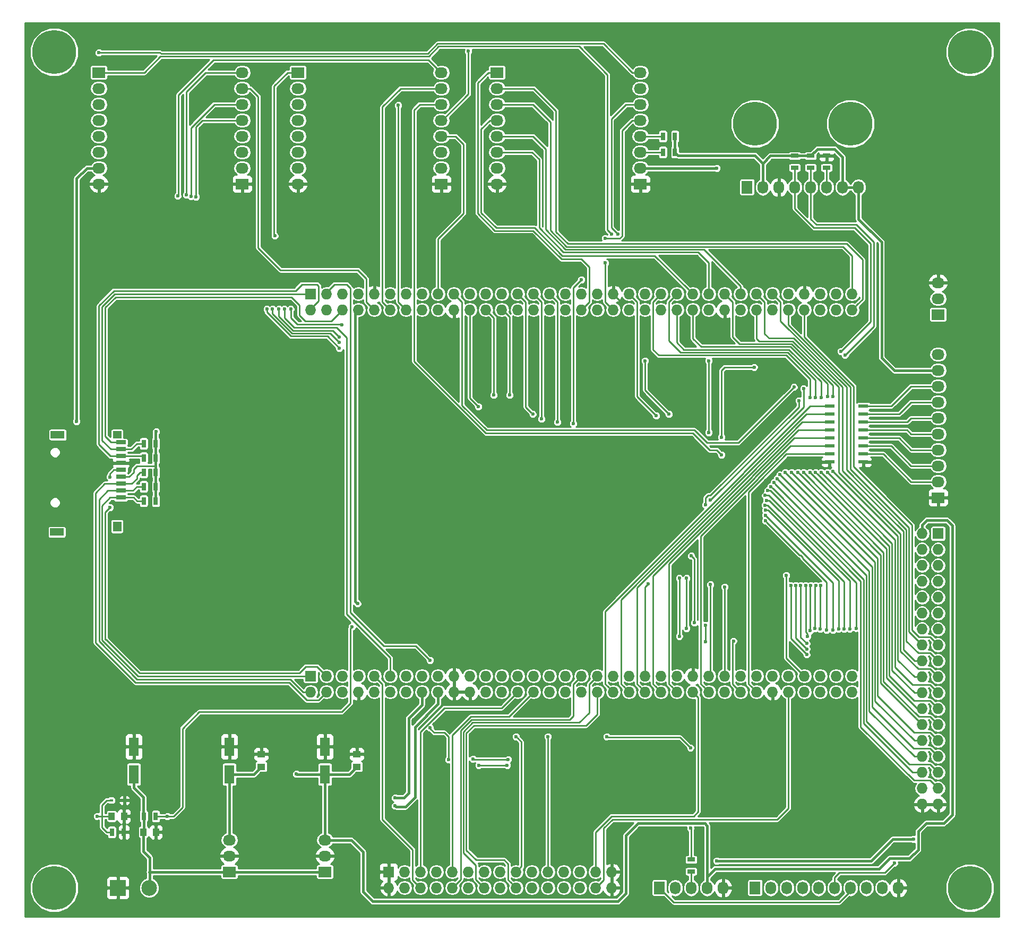
<source format=gbr>
G04 #@! TF.FileFunction,Copper,L1,Top,Signal*
%FSLAX46Y46*%
G04 Gerber Fmt 4.6, Leading zero omitted, Abs format (unit mm)*
G04 Created by KiCad (PCBNEW 4.0.3-stable) date 01/27/17 20:04:36*
%MOMM*%
%LPD*%
G01*
G04 APERTURE LIST*
%ADD10C,0.100000*%
%ADD11R,1.000000X1.250000*%
%ADD12R,1.600000X3.000000*%
%ADD13R,1.250000X1.000000*%
%ADD14R,0.600000X0.450000*%
%ADD15R,1.727200X1.727200*%
%ADD16O,1.727200X1.727200*%
%ADD17R,2.500000X2.500000*%
%ADD18C,2.500000*%
%ADD19R,1.727200X2.032000*%
%ADD20O,1.727200X2.032000*%
%ADD21R,2.032000X1.727200*%
%ADD22O,2.032000X1.727200*%
%ADD23R,0.700000X1.300000*%
%ADD24R,1.300000X0.700000*%
%ADD25R,1.500000X0.600000*%
%ADD26R,1.600000X0.700000*%
%ADD27R,1.400000X1.200000*%
%ADD28R,1.400000X1.600000*%
%ADD29R,2.200000X1.200000*%
%ADD30C,7.000000*%
%ADD31C,0.600000*%
%ADD32C,0.250000*%
%ADD33C,0.400000*%
%ADD34C,0.254000*%
G04 APERTURE END LIST*
D10*
D11*
X32020000Y-148590000D03*
X34020000Y-148590000D03*
D12*
X35560000Y-141900000D03*
X35560000Y-137500000D03*
D11*
X37100000Y-151130000D03*
X39100000Y-151130000D03*
D12*
X66040000Y-141900000D03*
X66040000Y-137500000D03*
X50800000Y-141900000D03*
X50800000Y-137500000D03*
D13*
X71120000Y-140700000D03*
X71120000Y-138700000D03*
X55880000Y-140700000D03*
X55880000Y-138700000D03*
D14*
X31970000Y-146050000D03*
X34070000Y-146050000D03*
D15*
X63754000Y-126238000D03*
D16*
X63754000Y-128778000D03*
X66294000Y-126238000D03*
X66294000Y-128778000D03*
X68834000Y-126238000D03*
X68834000Y-128778000D03*
X71374000Y-126238000D03*
X71374000Y-128778000D03*
X73914000Y-126238000D03*
X73914000Y-128778000D03*
X76454000Y-126238000D03*
X76454000Y-128778000D03*
X78994000Y-126238000D03*
X78994000Y-128778000D03*
X81534000Y-126238000D03*
X81534000Y-128778000D03*
X84074000Y-126238000D03*
X84074000Y-128778000D03*
X86614000Y-126238000D03*
X86614000Y-128778000D03*
X89154000Y-126238000D03*
X89154000Y-128778000D03*
X91694000Y-126238000D03*
X91694000Y-128778000D03*
X94234000Y-126238000D03*
X94234000Y-128778000D03*
X96774000Y-126238000D03*
X96774000Y-128778000D03*
X99314000Y-126238000D03*
X99314000Y-128778000D03*
X101854000Y-126238000D03*
X101854000Y-128778000D03*
X104394000Y-126238000D03*
X104394000Y-128778000D03*
X106934000Y-126238000D03*
X106934000Y-128778000D03*
X109474000Y-126238000D03*
X109474000Y-128778000D03*
X112014000Y-126238000D03*
X112014000Y-128778000D03*
X114554000Y-126238000D03*
X114554000Y-128778000D03*
X117094000Y-126238000D03*
X117094000Y-128778000D03*
X119634000Y-126238000D03*
X119634000Y-128778000D03*
X122174000Y-126238000D03*
X122174000Y-128778000D03*
X124714000Y-126238000D03*
X124714000Y-128778000D03*
X127254000Y-126238000D03*
X127254000Y-128778000D03*
X129794000Y-126238000D03*
X129794000Y-128778000D03*
X132334000Y-126238000D03*
X132334000Y-128778000D03*
X134874000Y-126238000D03*
X134874000Y-128778000D03*
X137414000Y-126238000D03*
X137414000Y-128778000D03*
X139954000Y-126238000D03*
X139954000Y-128778000D03*
X142494000Y-126238000D03*
X142494000Y-128778000D03*
X145034000Y-126238000D03*
X145034000Y-128778000D03*
X147574000Y-126238000D03*
X147574000Y-128778000D03*
X150114000Y-126238000D03*
X150114000Y-128778000D03*
D17*
X33020000Y-160020000D03*
D18*
X38020000Y-160020000D03*
D19*
X133350000Y-48260000D03*
D20*
X135890000Y-48260000D03*
X138430000Y-48260000D03*
X140970000Y-48260000D03*
X143510000Y-48260000D03*
X146050000Y-48260000D03*
X148590000Y-48260000D03*
X151130000Y-48260000D03*
D15*
X63754000Y-65278000D03*
D16*
X63754000Y-67818000D03*
X66294000Y-65278000D03*
X66294000Y-67818000D03*
X68834000Y-65278000D03*
X68834000Y-67818000D03*
X71374000Y-65278000D03*
X71374000Y-67818000D03*
X73914000Y-65278000D03*
X73914000Y-67818000D03*
X76454000Y-65278000D03*
X76454000Y-67818000D03*
X78994000Y-65278000D03*
X78994000Y-67818000D03*
X81534000Y-65278000D03*
X81534000Y-67818000D03*
X84074000Y-65278000D03*
X84074000Y-67818000D03*
X86614000Y-65278000D03*
X86614000Y-67818000D03*
X89154000Y-65278000D03*
X89154000Y-67818000D03*
X91694000Y-65278000D03*
X91694000Y-67818000D03*
X94234000Y-65278000D03*
X94234000Y-67818000D03*
X96774000Y-65278000D03*
X96774000Y-67818000D03*
X99314000Y-65278000D03*
X99314000Y-67818000D03*
X101854000Y-65278000D03*
X101854000Y-67818000D03*
X104394000Y-65278000D03*
X104394000Y-67818000D03*
X106934000Y-65278000D03*
X106934000Y-67818000D03*
X109474000Y-65278000D03*
X109474000Y-67818000D03*
X112014000Y-65278000D03*
X112014000Y-67818000D03*
X114554000Y-65278000D03*
X114554000Y-67818000D03*
X117094000Y-65278000D03*
X117094000Y-67818000D03*
X119634000Y-65278000D03*
X119634000Y-67818000D03*
X122174000Y-65278000D03*
X122174000Y-67818000D03*
X124714000Y-65278000D03*
X124714000Y-67818000D03*
X127254000Y-65278000D03*
X127254000Y-67818000D03*
X129794000Y-65278000D03*
X129794000Y-67818000D03*
X132334000Y-65278000D03*
X132334000Y-67818000D03*
X134874000Y-65278000D03*
X134874000Y-67818000D03*
X137414000Y-65278000D03*
X137414000Y-67818000D03*
X139954000Y-65278000D03*
X139954000Y-67818000D03*
X142494000Y-65278000D03*
X142494000Y-67818000D03*
X145034000Y-65278000D03*
X145034000Y-67818000D03*
X147574000Y-65278000D03*
X147574000Y-67818000D03*
X150114000Y-65278000D03*
X150114000Y-67818000D03*
D19*
X134620000Y-160020000D03*
D20*
X137160000Y-160020000D03*
X139700000Y-160020000D03*
X142240000Y-160020000D03*
X144780000Y-160020000D03*
X147320000Y-160020000D03*
X149860000Y-160020000D03*
X152400000Y-160020000D03*
X154940000Y-160020000D03*
X157480000Y-160020000D03*
D19*
X119380000Y-160020000D03*
D20*
X121920000Y-160020000D03*
X124460000Y-160020000D03*
X127000000Y-160020000D03*
X129540000Y-160020000D03*
D21*
X29972000Y-29972000D03*
D22*
X29972000Y-32512000D03*
X29972000Y-35052000D03*
X29972000Y-37592000D03*
X29972000Y-40132000D03*
X29972000Y-42672000D03*
X29972000Y-45212000D03*
X29972000Y-47752000D03*
D21*
X61722000Y-29972000D03*
D22*
X61722000Y-32512000D03*
X61722000Y-35052000D03*
X61722000Y-37592000D03*
X61722000Y-40132000D03*
X61722000Y-42672000D03*
X61722000Y-45212000D03*
X61722000Y-47752000D03*
D21*
X93472000Y-29972000D03*
D22*
X93472000Y-32512000D03*
X93472000Y-35052000D03*
X93472000Y-37592000D03*
X93472000Y-40132000D03*
X93472000Y-42672000D03*
X93472000Y-45212000D03*
X93472000Y-47752000D03*
D21*
X52832000Y-47752000D03*
D22*
X52832000Y-45212000D03*
X52832000Y-42672000D03*
X52832000Y-40132000D03*
X52832000Y-37592000D03*
X52832000Y-35052000D03*
X52832000Y-32512000D03*
X52832000Y-29972000D03*
D21*
X84582000Y-47752000D03*
D22*
X84582000Y-45212000D03*
X84582000Y-42672000D03*
X84582000Y-40132000D03*
X84582000Y-37592000D03*
X84582000Y-35052000D03*
X84582000Y-32512000D03*
X84582000Y-29972000D03*
D21*
X116332000Y-47752000D03*
D22*
X116332000Y-45212000D03*
X116332000Y-42672000D03*
X116332000Y-40132000D03*
X116332000Y-37592000D03*
X116332000Y-35052000D03*
X116332000Y-32512000D03*
X116332000Y-29972000D03*
D23*
X39050000Y-89154000D03*
X37150000Y-89154000D03*
X39050000Y-91440000D03*
X37150000Y-91440000D03*
X39050000Y-93726000D03*
X37150000Y-93726000D03*
X39050000Y-96012000D03*
X37150000Y-96012000D03*
X39050000Y-98298000D03*
X37150000Y-98298000D03*
D24*
X140970000Y-43246000D03*
X140970000Y-45146000D03*
X143510000Y-43246000D03*
X143510000Y-45146000D03*
X146050000Y-45146000D03*
X146050000Y-43246000D03*
D23*
X37150000Y-148590000D03*
X39050000Y-148590000D03*
X32070000Y-151130000D03*
X33970000Y-151130000D03*
D24*
X124460000Y-157414000D03*
X124460000Y-155514000D03*
D23*
X121854000Y-42672000D03*
X119954000Y-42672000D03*
X121854000Y-40132000D03*
X119954000Y-40132000D03*
D25*
X146525000Y-83185000D03*
X146525000Y-84455000D03*
X146525000Y-85725000D03*
X146525000Y-86995000D03*
X146525000Y-88265000D03*
X146525000Y-89535000D03*
X146525000Y-90805000D03*
X146525000Y-92075000D03*
X151925000Y-92075000D03*
X151925000Y-90805000D03*
X151925000Y-89535000D03*
X151925000Y-88265000D03*
X151925000Y-86995000D03*
X151925000Y-85725000D03*
X151925000Y-84455000D03*
X151925000Y-83185000D03*
D26*
X33490000Y-90054000D03*
X33490000Y-91154000D03*
X33490000Y-92254000D03*
X33490000Y-93354000D03*
X33490000Y-94454000D03*
X33490000Y-95554000D03*
X33490000Y-96654000D03*
X33490000Y-97754000D03*
D27*
X32890000Y-87754000D03*
D28*
X32890000Y-102354000D03*
D29*
X23290000Y-103254000D03*
X23390000Y-87754000D03*
D26*
X33490000Y-88954000D03*
D21*
X66040000Y-157480000D03*
D22*
X66040000Y-154940000D03*
X66040000Y-152400000D03*
D21*
X50800000Y-157480000D03*
D22*
X50800000Y-154940000D03*
X50800000Y-152400000D03*
D21*
X163830000Y-68580000D03*
D22*
X163830000Y-66040000D03*
X163830000Y-63500000D03*
D21*
X163830000Y-97790000D03*
D22*
X163830000Y-95250000D03*
X163830000Y-92710000D03*
X163830000Y-90170000D03*
X163830000Y-87630000D03*
X163830000Y-85090000D03*
X163830000Y-82550000D03*
X163830000Y-80010000D03*
X163830000Y-77470000D03*
X163830000Y-74930000D03*
D15*
X163830000Y-103505000D03*
D16*
X161290000Y-103505000D03*
X163830000Y-106045000D03*
X161290000Y-106045000D03*
X163830000Y-108585000D03*
X161290000Y-108585000D03*
X163830000Y-111125000D03*
X161290000Y-111125000D03*
X163830000Y-113665000D03*
X161290000Y-113665000D03*
X163830000Y-116205000D03*
X161290000Y-116205000D03*
X163830000Y-118745000D03*
X161290000Y-118745000D03*
X163830000Y-121285000D03*
X161290000Y-121285000D03*
X163830000Y-123825000D03*
X161290000Y-123825000D03*
X163830000Y-126365000D03*
X161290000Y-126365000D03*
X163830000Y-128905000D03*
X161290000Y-128905000D03*
X163830000Y-131445000D03*
X161290000Y-131445000D03*
X163830000Y-133985000D03*
X161290000Y-133985000D03*
X163830000Y-136525000D03*
X161290000Y-136525000D03*
X163830000Y-139065000D03*
X161290000Y-139065000D03*
X163830000Y-141605000D03*
X161290000Y-141605000D03*
X163830000Y-144145000D03*
X161290000Y-144145000D03*
X163830000Y-146685000D03*
X161290000Y-146685000D03*
D15*
X76200000Y-157480000D03*
D16*
X76200000Y-160020000D03*
X78740000Y-157480000D03*
X78740000Y-160020000D03*
X81280000Y-157480000D03*
X81280000Y-160020000D03*
X83820000Y-157480000D03*
X83820000Y-160020000D03*
X86360000Y-157480000D03*
X86360000Y-160020000D03*
X88900000Y-157480000D03*
X88900000Y-160020000D03*
X91440000Y-157480000D03*
X91440000Y-160020000D03*
X93980000Y-157480000D03*
X93980000Y-160020000D03*
X96520000Y-157480000D03*
X96520000Y-160020000D03*
X99060000Y-157480000D03*
X99060000Y-160020000D03*
X101600000Y-157480000D03*
X101600000Y-160020000D03*
X104140000Y-157480000D03*
X104140000Y-160020000D03*
X106680000Y-157480000D03*
X106680000Y-160020000D03*
X109220000Y-157480000D03*
X109220000Y-160020000D03*
X111760000Y-157480000D03*
X111760000Y-160020000D03*
D30*
X22860000Y-26670000D03*
D31*
X25485000Y-26670000D03*
X24716155Y-28526155D03*
X22860000Y-29295000D03*
X21003845Y-28526155D03*
X20235000Y-26670000D03*
X21003845Y-24813845D03*
X22860000Y-24045000D03*
X24716155Y-24813845D03*
D30*
X168910000Y-26670000D03*
D31*
X171535000Y-26670000D03*
X170766155Y-28526155D03*
X168910000Y-29295000D03*
X167053845Y-28526155D03*
X166285000Y-26670000D03*
X167053845Y-24813845D03*
X168910000Y-24045000D03*
X170766155Y-24813845D03*
D30*
X168910000Y-160020000D03*
D31*
X171535000Y-160020000D03*
X170766155Y-161876155D03*
X168910000Y-162645000D03*
X167053845Y-161876155D03*
X166285000Y-160020000D03*
X167053845Y-158163845D03*
X168910000Y-157395000D03*
X170766155Y-158163845D03*
D30*
X22860000Y-160020000D03*
D31*
X25485000Y-160020000D03*
X24716155Y-161876155D03*
X22860000Y-162645000D03*
X21003845Y-161876155D03*
X20235000Y-160020000D03*
X21003845Y-158163845D03*
X22860000Y-157395000D03*
X24716155Y-158163845D03*
D30*
X149860000Y-38100000D03*
D31*
X152485000Y-38100000D03*
X151716155Y-39956155D03*
X149860000Y-40725000D03*
X148003845Y-39956155D03*
X147235000Y-38100000D03*
X148003845Y-36243845D03*
X149860000Y-35475000D03*
X151716155Y-36243845D03*
D30*
X134620000Y-38100000D03*
D31*
X137245000Y-38100000D03*
X136476155Y-39956155D03*
X134620000Y-40725000D03*
X132763845Y-39956155D03*
X131995000Y-38100000D03*
X132763845Y-36243845D03*
X134620000Y-35475000D03*
X136476155Y-36243845D03*
X105664000Y-85966946D03*
X70358000Y-118364000D03*
X106934000Y-62992000D03*
X29718000Y-148590000D03*
X40894000Y-148590000D03*
X134747000Y-107950000D03*
X72644000Y-123698000D03*
X136144000Y-123571000D03*
X128524000Y-45212000D03*
X77216000Y-146939000D03*
X61468000Y-141859000D03*
X71247000Y-114681000D03*
X128524000Y-155702000D03*
X159893000Y-152273000D03*
X39116000Y-87249000D03*
X26416000Y-85598000D03*
X77216000Y-145669000D03*
X110998000Y-135890000D03*
X124333000Y-150495000D03*
X124333000Y-137668000D03*
X31750000Y-99314000D03*
X31750000Y-94488000D03*
X43910469Y-49483052D03*
X59563000Y-67691000D03*
X124967982Y-117729000D03*
X45466000Y-49784000D03*
X58674000Y-67691000D03*
X68326000Y-72136000D03*
X124460000Y-107061000D03*
X44667034Y-49743107D03*
X60579000Y-67691000D03*
X117602000Y-111506000D03*
X68707000Y-70231000D03*
X142367000Y-80391000D03*
X127508000Y-111633000D03*
X127508000Y-98171000D03*
X148336000Y-74422000D03*
X129794000Y-112014000D03*
X148971000Y-75057000D03*
X141605000Y-82296000D03*
X126746000Y-98933000D03*
X123698000Y-118618000D03*
X123698000Y-110617000D03*
X68326000Y-73025000D03*
X57658000Y-67691000D03*
X42545000Y-49657000D03*
X122555000Y-119888000D03*
X56769000Y-67691000D03*
X68326000Y-73914000D03*
X122555000Y-110617000D03*
X126746000Y-120777000D03*
X126746000Y-118110000D03*
X131191000Y-120650000D03*
X29972000Y-26797000D03*
X139633949Y-110175051D03*
X129286000Y-90932000D03*
X136271000Y-100584000D03*
X147066000Y-118872000D03*
X136275181Y-99773409D03*
X147955000Y-118745000D03*
X77724000Y-35179000D03*
X136228175Y-98974779D03*
X148844000Y-118745000D03*
X90487771Y-83248229D03*
X136272682Y-101471318D03*
X146050000Y-118872000D03*
X136457312Y-98208283D03*
X92964000Y-81407000D03*
X149733000Y-118745000D03*
X136255331Y-97434189D03*
X156845000Y-156083000D03*
X95504000Y-81407000D03*
X150749000Y-118605946D03*
X58039000Y-56007000D03*
X110744000Y-56388000D03*
X110744000Y-60325000D03*
X111759994Y-55753000D03*
X112775998Y-55753000D03*
X88899996Y-26543000D03*
X101600000Y-135890000D03*
X95250000Y-139547600D03*
X89662000Y-139446000D03*
X90551018Y-140462000D03*
X95097600Y-140462000D03*
X82804000Y-123698000D03*
X85725000Y-139573000D03*
X82804000Y-134493000D03*
X96520000Y-135890000D03*
X140843000Y-80137000D03*
X99187271Y-84454728D03*
X143535052Y-111760000D03*
X143453043Y-118999000D03*
X142735039Y-111760000D03*
X143003032Y-119888000D03*
X100584000Y-85217000D03*
X141935026Y-111760000D03*
X142875000Y-121031000D03*
X103124000Y-85725000D03*
X118874387Y-84706613D03*
X144335065Y-111760000D03*
X144184824Y-118675712D03*
X120904000Y-84455000D03*
X117094000Y-75946000D03*
X145034000Y-118745000D03*
X145135078Y-111760000D03*
X141135013Y-111760000D03*
X142875000Y-121920000D03*
X127254000Y-75946000D03*
X127254000Y-87376000D03*
X134493000Y-76962000D03*
X142875000Y-122809000D03*
X140335000Y-111760000D03*
X129286000Y-88138000D03*
X136652000Y-96647000D03*
X137155201Y-96025062D03*
X137631748Y-95382471D03*
X138136012Y-94761394D03*
X138609104Y-94116256D03*
X140462000Y-93726000D03*
X139446000Y-93726000D03*
X141478000Y-93726000D03*
X143383000Y-93726000D03*
X143383000Y-81788000D03*
X142367000Y-93726000D03*
X144272000Y-81788000D03*
X144272000Y-93726000D03*
X145161000Y-81788000D03*
X145161000Y-93726000D03*
X146177000Y-81661000D03*
X146177000Y-93726000D03*
X147066000Y-81661000D03*
X147066000Y-93599000D03*
D32*
X105664000Y-64262000D02*
X105664000Y-85542682D01*
X106934000Y-62992000D02*
X105664000Y-64262000D01*
X105664000Y-85542682D02*
X105664000Y-85966946D01*
X68707000Y-131953000D02*
X45974000Y-131953000D01*
X70358000Y-118364000D02*
X70104000Y-118618000D01*
X70104000Y-118618000D02*
X70104000Y-130556000D01*
X70104000Y-130556000D02*
X68707000Y-131953000D01*
X41910000Y-148590000D02*
X40894000Y-148590000D01*
X43307000Y-147193000D02*
X41910000Y-148590000D01*
X43307000Y-134620000D02*
X43307000Y-147193000D01*
X45974000Y-131953000D02*
X43307000Y-134620000D01*
X30480000Y-148590000D02*
X29718000Y-148590000D01*
X40894000Y-148590000D02*
X39050000Y-148590000D01*
X30480000Y-148590000D02*
X30480000Y-150368000D01*
X31242000Y-151130000D02*
X32070000Y-151130000D01*
X30480000Y-150368000D02*
X31242000Y-151130000D01*
X31970000Y-146050000D02*
X31242000Y-146050000D01*
X30480000Y-148590000D02*
X32020000Y-148590000D01*
X30480000Y-146812000D02*
X30480000Y-148590000D01*
X31242000Y-146050000D02*
X30480000Y-146812000D01*
X112014000Y-65278000D02*
X113284000Y-66548000D01*
X113284000Y-66548000D02*
X113284000Y-70104000D01*
X146525000Y-92075000D02*
X139446000Y-92075000D01*
X134747000Y-96774000D02*
X134747000Y-107950000D01*
X139446000Y-92075000D02*
X134747000Y-96774000D01*
D33*
X38100000Y-157480000D02*
X38100000Y-159940000D01*
D32*
X38100000Y-159940000D02*
X38020000Y-160020000D01*
D33*
X37100000Y-151130000D02*
X37100000Y-154194000D01*
X38100000Y-155194000D02*
X38100000Y-157480000D01*
X37100000Y-154194000D02*
X38100000Y-155194000D01*
X37150000Y-148590000D02*
X37150000Y-151080000D01*
D32*
X37150000Y-151080000D02*
X37100000Y-151130000D01*
D33*
X66040000Y-157480000D02*
X50800000Y-157480000D01*
X50800000Y-157480000D02*
X38020000Y-157480000D01*
D32*
X38020000Y-157480000D02*
X38100000Y-157480000D01*
D33*
X38100000Y-157480000D02*
X38020000Y-157480000D01*
D32*
X37100000Y-148640000D02*
X37084000Y-148624000D01*
D33*
X37084000Y-148624000D02*
X37084000Y-145542000D01*
X37084000Y-145542000D02*
X35560000Y-144018000D01*
X35560000Y-144018000D02*
X35560000Y-141900000D01*
X116332000Y-45212000D02*
X128524000Y-45212000D01*
X71374000Y-67818000D02*
X70866000Y-68326000D01*
X70866000Y-68326000D02*
X70866000Y-114300000D01*
X70866000Y-114300000D02*
X71247000Y-114681000D01*
X84074000Y-130683000D02*
X80391000Y-134366000D01*
X80391000Y-134366000D02*
X80391000Y-145542000D01*
X80391000Y-145542000D02*
X78867000Y-147066000D01*
X78867000Y-147066000D02*
X77343000Y-147066000D01*
X77343000Y-147066000D02*
X77216000Y-146939000D01*
X84074000Y-128778000D02*
X84074000Y-130683000D01*
X61509000Y-141900000D02*
X66040000Y-141900000D01*
X61468000Y-141859000D02*
X61509000Y-141900000D01*
X66040000Y-152400000D02*
X70231000Y-152400000D01*
X127000000Y-150114000D02*
X127000000Y-160020000D01*
X126619000Y-149733000D02*
X127000000Y-150114000D01*
X115951000Y-149733000D02*
X126619000Y-149733000D01*
X114046000Y-151638000D02*
X115951000Y-149733000D01*
X114046000Y-160909000D02*
X114046000Y-151638000D01*
X112776000Y-162179000D02*
X114046000Y-160909000D01*
X73660000Y-162179000D02*
X112776000Y-162179000D01*
X72136000Y-160655000D02*
X73660000Y-162179000D01*
X72136000Y-154305000D02*
X72136000Y-160655000D01*
X70231000Y-152400000D02*
X72136000Y-154305000D01*
X161290000Y-103505000D02*
X161290000Y-102108000D01*
X161290000Y-102108000D02*
X162052000Y-101346000D01*
X162052000Y-101346000D02*
X165227000Y-101346000D01*
X165227000Y-101346000D02*
X166116000Y-102235000D01*
X166116000Y-102235000D02*
X166116000Y-148336000D01*
X166116000Y-148336000D02*
X164719000Y-149733000D01*
X164719000Y-149733000D02*
X161925000Y-149733000D01*
X161925000Y-149733000D02*
X160655000Y-151003000D01*
X160655000Y-151003000D02*
X160655000Y-153924000D01*
X160655000Y-153924000D02*
X159258000Y-155321000D01*
X159258000Y-155321000D02*
X156083000Y-155321000D01*
X156083000Y-155321000D02*
X154432000Y-156972000D01*
X154432000Y-156972000D02*
X128270000Y-156972000D01*
X128270000Y-156972000D02*
X127000000Y-158242000D01*
X127000000Y-158242000D02*
X127000000Y-160020000D01*
X66040000Y-141900000D02*
X69920000Y-141900000D01*
X69920000Y-141900000D02*
X71120000Y-140700000D01*
X66040000Y-141900000D02*
X66040000Y-146939000D01*
X66040000Y-146939000D02*
X66040000Y-152400000D01*
X148590000Y-48260000D02*
X148590000Y-43434000D01*
X144592000Y-42164000D02*
X143510000Y-43246000D01*
X147320000Y-42164000D02*
X144592000Y-42164000D01*
X148590000Y-43434000D02*
X147320000Y-42164000D01*
X135890000Y-44450000D02*
X134620000Y-43180000D01*
X122362000Y-43180000D02*
X121854000Y-42672000D01*
X134620000Y-43180000D02*
X122362000Y-43180000D01*
X153162000Y-155702000D02*
X128524000Y-155702000D01*
X156591000Y-152273000D02*
X153162000Y-155702000D01*
X159893000Y-152273000D02*
X156591000Y-152273000D01*
X121854000Y-40132000D02*
X121854000Y-42672000D01*
X29972000Y-45212000D02*
X28067000Y-45212000D01*
X39050000Y-87315000D02*
X39050000Y-89154000D01*
X39116000Y-87249000D02*
X39050000Y-87315000D01*
X26416000Y-46863000D02*
X26416000Y-85598000D01*
X28067000Y-45212000D02*
X26416000Y-46863000D01*
D32*
X36068000Y-92710000D02*
X38862000Y-92710000D01*
D33*
X80899000Y-131445000D02*
X79375000Y-132969000D01*
X78613000Y-145669000D02*
X77216000Y-145669000D01*
X79375000Y-144907000D02*
X78613000Y-145669000D01*
X79375000Y-132969000D02*
X79375000Y-144907000D01*
X81534000Y-128778000D02*
X81534000Y-130810000D01*
X81534000Y-130810000D02*
X80899000Y-131445000D01*
X151130000Y-48260000D02*
X151130000Y-53340000D01*
X156845000Y-77470000D02*
X163830000Y-77470000D01*
X154813000Y-75438000D02*
X156845000Y-77470000D01*
X154813000Y-57023000D02*
X154813000Y-75438000D01*
X151130000Y-53340000D02*
X154813000Y-57023000D01*
X39050000Y-96012000D02*
X39050000Y-98298000D01*
X39050000Y-96012000D02*
X39050000Y-93726000D01*
X39050000Y-93726000D02*
X39050000Y-91440000D01*
X39050000Y-91440000D02*
X39050000Y-89154000D01*
D32*
X33490000Y-94454000D02*
X34832000Y-94454000D01*
X39050000Y-92898000D02*
X39050000Y-93726000D01*
X38862000Y-92710000D02*
X39050000Y-92898000D01*
X35560000Y-93218000D02*
X36068000Y-92710000D01*
X35560000Y-93726000D02*
X35560000Y-93218000D01*
X34832000Y-94454000D02*
X35560000Y-93726000D01*
D33*
X148590000Y-48260000D02*
X151130000Y-48260000D01*
X140970000Y-43246000D02*
X137094000Y-43246000D01*
X135890000Y-44450000D02*
X135890000Y-44577000D01*
X135890000Y-44577000D02*
X135890000Y-48260000D01*
X137094000Y-43246000D02*
X135890000Y-44450000D01*
X140970000Y-43246000D02*
X143510000Y-43246000D01*
X50800000Y-141900000D02*
X54680000Y-141900000D01*
X54680000Y-141900000D02*
X55880000Y-140700000D01*
X50800000Y-141900000D02*
X50800000Y-145669000D01*
X50800000Y-145669000D02*
X50800000Y-152400000D01*
D32*
X122682000Y-136017000D02*
X124333000Y-137668000D01*
X110998000Y-135890000D02*
X111125000Y-136017000D01*
X111125000Y-136017000D02*
X122682000Y-136017000D01*
X124460000Y-150622000D02*
X124460000Y-155514000D01*
X124333000Y-150495000D02*
X124460000Y-150622000D01*
X30481410Y-120521590D02*
X30481410Y-99058590D01*
X31786000Y-97754000D02*
X33490000Y-97754000D01*
X30481410Y-99058590D02*
X31786000Y-97754000D01*
X36197820Y-126238000D02*
X30481410Y-120521590D01*
X30481410Y-120521590D02*
X30480000Y-120520180D01*
X63754000Y-126238000D02*
X36197820Y-126238000D01*
X33490000Y-97754000D02*
X35524000Y-97754000D01*
X35524000Y-97754000D02*
X36068000Y-98298000D01*
X36068000Y-98298000D02*
X37150000Y-98298000D01*
X30029989Y-120706580D02*
X30029989Y-120706591D01*
X33490000Y-96654000D02*
X31424000Y-96654000D01*
X31424000Y-96654000D02*
X30029989Y-98048011D01*
X62532686Y-128778000D02*
X63754000Y-128778000D01*
X30029989Y-98048011D02*
X30029989Y-120706580D01*
X60500686Y-126746000D02*
X62532686Y-128778000D01*
X36069398Y-126746000D02*
X60500686Y-126746000D01*
X30029989Y-120706591D02*
X36069398Y-126746000D01*
X33490000Y-96654000D02*
X35426000Y-96654000D01*
X36068000Y-96012000D02*
X37150000Y-96012000D01*
X35426000Y-96654000D02*
X36068000Y-96012000D01*
X30988000Y-120391782D02*
X31110782Y-120391782D01*
X30988000Y-120391782D02*
X30988000Y-100076000D01*
X30988000Y-100076000D02*
X31750000Y-99314000D01*
X31750000Y-94488000D02*
X31750000Y-93980000D01*
X31750000Y-93980000D02*
X32376000Y-93354000D01*
X33490000Y-93354000D02*
X32376000Y-93354000D01*
X64770000Y-124714000D02*
X66294000Y-126238000D01*
X62992000Y-124714000D02*
X64770000Y-124714000D01*
X61976000Y-125730000D02*
X62992000Y-124714000D01*
X36449000Y-125730000D02*
X61976000Y-125730000D01*
X31110782Y-120391782D02*
X36449000Y-125730000D01*
X29464000Y-120777000D02*
X29464000Y-120904000D01*
X33490000Y-95554000D02*
X30938000Y-95554000D01*
X29464000Y-120777000D02*
X29464000Y-97028000D01*
X29464000Y-97028000D02*
X30938000Y-95554000D01*
X65024000Y-130048000D02*
X66294000Y-128778000D01*
X63119000Y-130048000D02*
X65024000Y-130048000D01*
X60325000Y-127254000D02*
X63119000Y-130048000D01*
X35814000Y-127254000D02*
X60325000Y-127254000D01*
X29464000Y-120904000D02*
X35814000Y-127254000D01*
X66294000Y-128778000D02*
X66294000Y-129286000D01*
X33490000Y-95554000D02*
X35256000Y-95554000D01*
X36576000Y-93726000D02*
X37150000Y-93726000D01*
X36068000Y-94234000D02*
X36576000Y-93726000D01*
X36068000Y-94742000D02*
X36068000Y-94234000D01*
X35256000Y-95554000D02*
X36068000Y-94742000D01*
X46990000Y-29972000D02*
X43910469Y-33051531D01*
X43910469Y-33051531D02*
X43910469Y-49058788D01*
X43910469Y-49058788D02*
X43910469Y-49483052D01*
X52832000Y-29972000D02*
X46990000Y-29972000D01*
X59563000Y-69083770D02*
X59563000Y-68115264D01*
X61138197Y-70658967D02*
X59563000Y-69083770D01*
X69469000Y-72263000D02*
X67864967Y-70658967D01*
X76454000Y-126238000D02*
X76454000Y-123317000D01*
X69469000Y-116332000D02*
X69469000Y-72263000D01*
X59563000Y-68115264D02*
X59563000Y-67691000D01*
X67864967Y-70658967D02*
X61138197Y-70658967D01*
X76454000Y-123317000D02*
X69469000Y-116332000D01*
X132852630Y-93842370D02*
X110744000Y-115951000D01*
X110744000Y-115951000D02*
X110744000Y-127508000D01*
X132852630Y-93781647D02*
X132852630Y-93842370D01*
X111150401Y-127914401D02*
X112014000Y-128778000D01*
X146525000Y-83185000D02*
X143449277Y-83185000D01*
X110744000Y-127508000D02*
X111150401Y-127914401D01*
X143449277Y-83185000D02*
X132852630Y-93781647D01*
X124967982Y-107568982D02*
X124967982Y-117304736D01*
X124460000Y-107061000D02*
X124967982Y-107568982D01*
X124967982Y-117304736D02*
X124967982Y-117729000D01*
X52832000Y-37592000D02*
X46482000Y-37592000D01*
X46482000Y-37592000D02*
X45466000Y-38608000D01*
X45466000Y-49359736D02*
X45466000Y-49784000D01*
X45466000Y-38608000D02*
X45466000Y-49359736D01*
X68326000Y-72136000D02*
X67298978Y-71108978D01*
X67298978Y-71108978D02*
X60951798Y-71108978D01*
X58674000Y-68831180D02*
X58674000Y-68115264D01*
X60951798Y-71108978D02*
X58674000Y-68831180D01*
X58674000Y-68115264D02*
X58674000Y-67691000D01*
X133302641Y-93968047D02*
X133302641Y-94028769D01*
X146525000Y-84455000D02*
X142815688Y-84455000D01*
X113284000Y-127508000D02*
X113690401Y-127914401D01*
X133302641Y-94028769D02*
X113284000Y-114047410D01*
X142815688Y-84455000D02*
X133302641Y-93968047D01*
X113690401Y-127914401D02*
X114554000Y-128778000D01*
X113284000Y-114047410D02*
X113284000Y-127508000D01*
X61640999Y-70149999D02*
X68625999Y-70149999D01*
X61640999Y-70149999D02*
X60579000Y-69088000D01*
X60579000Y-69088000D02*
X60579000Y-67691000D01*
X44667034Y-38770555D02*
X44667034Y-49318843D01*
X48385589Y-35052000D02*
X44667034Y-38770555D01*
X52832000Y-35052000D02*
X48385589Y-35052000D01*
X44667034Y-49318843D02*
X44667034Y-49743107D01*
X68625999Y-70149999D02*
X68707000Y-70231000D01*
X117094000Y-112014000D02*
X117602000Y-111506000D01*
X117094000Y-126238000D02*
X117094000Y-112014000D01*
X68684956Y-70208956D02*
X68707000Y-70231000D01*
X116230401Y-127914401D02*
X117094000Y-128778000D01*
X142182099Y-85725000D02*
X133752652Y-94154447D01*
X133752652Y-94154447D02*
X133752652Y-94215168D01*
X115824000Y-127508000D02*
X116230401Y-127914401D01*
X133752652Y-94215168D02*
X115824000Y-112143820D01*
X115824000Y-112143820D02*
X115824000Y-127508000D01*
X146525000Y-85725000D02*
X142182099Y-85725000D01*
X118770401Y-127914401D02*
X119634000Y-128778000D01*
X118364000Y-127508000D02*
X118770401Y-127914401D01*
X146525000Y-86995000D02*
X141548510Y-86995000D01*
X134202663Y-94401567D02*
X118364000Y-110240230D01*
X134202663Y-94340847D02*
X134202663Y-94401567D01*
X118364000Y-110240230D02*
X118364000Y-127508000D01*
X141548510Y-86995000D02*
X134202663Y-94340847D01*
X134652674Y-94527247D02*
X134652674Y-94587966D01*
X134652674Y-94587966D02*
X120904000Y-108336640D01*
X120904000Y-127508000D02*
X121310401Y-127914401D01*
X140914921Y-88265000D02*
X134652674Y-94527247D01*
X121310401Y-127914401D02*
X122174000Y-128778000D01*
X120904000Y-108336640D02*
X120904000Y-127508000D01*
X146525000Y-88265000D02*
X140914921Y-88265000D01*
X127508000Y-125984000D02*
X127508000Y-117221000D01*
X142367000Y-80391000D02*
X142367000Y-83312000D01*
X142367000Y-83312000D02*
X127508000Y-98171000D01*
X140970000Y-51689000D02*
X140970000Y-48260000D01*
X127508000Y-111633000D02*
X127508000Y-117221000D01*
X153035000Y-57277000D02*
X153035000Y-69723000D01*
X150495000Y-54737000D02*
X153035000Y-57277000D01*
X144018000Y-54737000D02*
X150495000Y-54737000D01*
X140970000Y-51689000D02*
X144018000Y-54737000D01*
X153035000Y-69723000D02*
X148336000Y-74422000D01*
X127508000Y-125984000D02*
X127254000Y-126238000D01*
X140970000Y-48260000D02*
X140970000Y-45146000D01*
X135102685Y-94713647D02*
X135102685Y-94774365D01*
X140281332Y-89535000D02*
X135102685Y-94713647D01*
X126390401Y-127914401D02*
X127254000Y-128778000D01*
X125984000Y-103893050D02*
X125984000Y-127508000D01*
X135102685Y-94774365D02*
X125984000Y-103893050D01*
X146525000Y-89535000D02*
X140281332Y-89535000D01*
X125984000Y-127508000D02*
X126390401Y-127914401D01*
X143510000Y-53340000D02*
X144399000Y-54229000D01*
X144399000Y-54229000D02*
X150749000Y-54229000D01*
X150749000Y-54229000D02*
X153543000Y-57023000D01*
X153543000Y-57023000D02*
X153543000Y-70485000D01*
X153543000Y-70485000D02*
X148971000Y-75057000D01*
X141605000Y-82296000D02*
X141605000Y-83312000D01*
X141605000Y-83312000D02*
X127508000Y-97409000D01*
X127508000Y-97409000D02*
X127127000Y-97409000D01*
X127127000Y-97409000D02*
X126746000Y-97790000D01*
X126746000Y-97790000D02*
X126746000Y-98933000D01*
X143510000Y-48260000D02*
X143510000Y-53340000D01*
X129794000Y-112014000D02*
X129794000Y-112268000D01*
X129794000Y-112141000D02*
X129794000Y-112268000D01*
X129794000Y-112268000D02*
X129794000Y-126238000D01*
X143510000Y-48260000D02*
X143510000Y-45146000D01*
X123698000Y-110617000D02*
X123698000Y-118618000D01*
X42545000Y-49657000D02*
X42672000Y-49530000D01*
X42672000Y-49530000D02*
X42672000Y-33528000D01*
X82550000Y-27940000D02*
X84582000Y-29972000D01*
X42672000Y-33528000D02*
X48260000Y-27940000D01*
X48260000Y-27940000D02*
X82550000Y-27940000D01*
X57658000Y-68115264D02*
X57658000Y-67691000D01*
X68326000Y-73025000D02*
X66859989Y-71558989D01*
X57658000Y-68451590D02*
X57658000Y-68115264D01*
X60765399Y-71558989D02*
X57658000Y-68451590D01*
X66859989Y-71558989D02*
X60765399Y-71558989D01*
X122555000Y-118999000D02*
X122555000Y-119888000D01*
X122555000Y-110617000D02*
X122555000Y-118999000D01*
X132334000Y-128778000D02*
X131064000Y-127508000D01*
X126746000Y-118110000D02*
X126746000Y-120777000D01*
X131064000Y-120777000D02*
X131191000Y-120650000D01*
X131064000Y-127508000D02*
X131064000Y-120777000D01*
X56769000Y-68199000D02*
X56769000Y-67691000D01*
X60579000Y-72009000D02*
X56769000Y-68199000D01*
X66421000Y-72009000D02*
X60579000Y-72009000D01*
X68326000Y-73914000D02*
X66421000Y-72009000D01*
X115066000Y-29972000D02*
X116332000Y-29972000D01*
X30396264Y-26797000D02*
X29972000Y-26797000D01*
X83994611Y-25350978D02*
X82421590Y-26924000D01*
X115066000Y-29972000D02*
X110444978Y-25350978D01*
X110444978Y-25350978D02*
X83994611Y-25350978D01*
X82421590Y-26924000D02*
X39878000Y-26924000D01*
X39878000Y-26924000D02*
X39751000Y-26797000D01*
X39751000Y-26797000D02*
X30396264Y-26797000D01*
X133604000Y-127508000D02*
X134010401Y-127914401D01*
X135552696Y-94960764D02*
X133604000Y-96909460D01*
X146525000Y-90805000D02*
X139647743Y-90805000D01*
X133604000Y-96909460D02*
X133604000Y-127508000D01*
X134010401Y-127914401D02*
X134874000Y-128778000D01*
X135552696Y-94900047D02*
X135552696Y-94960764D01*
X139647743Y-90805000D02*
X135552696Y-94900047D01*
X84582000Y-35052000D02*
X81153000Y-35052000D01*
X81153000Y-35052000D02*
X80264000Y-35941000D01*
X80264000Y-76073000D02*
X91694000Y-87503000D01*
X80264000Y-35941000D02*
X80264000Y-76073000D01*
X91694000Y-87503000D02*
X124714000Y-87503000D01*
X124714000Y-87503000D02*
X127381000Y-90170000D01*
X127381000Y-90170000D02*
X128524000Y-90170000D01*
X128524000Y-90170000D02*
X129286000Y-90932000D01*
X139633949Y-123377949D02*
X139633949Y-110599315D01*
X139633949Y-110599315D02*
X139633949Y-110175051D01*
X142494000Y-126238000D02*
X139633949Y-123377949D01*
X151925000Y-83185000D02*
X156337000Y-83185000D01*
X159512000Y-80010000D02*
X163830000Y-80010000D01*
X156337000Y-83185000D02*
X159512000Y-80010000D01*
X151925000Y-84455000D02*
X157607000Y-84455000D01*
X159512000Y-82550000D02*
X163830000Y-82550000D01*
X157607000Y-84455000D02*
X159512000Y-82550000D01*
X151925000Y-85725000D02*
X158877000Y-85725000D01*
X159512000Y-85090000D02*
X163830000Y-85090000D01*
X158877000Y-85725000D02*
X159512000Y-85090000D01*
X151925000Y-86995000D02*
X158877000Y-86995000D01*
X159512000Y-87630000D02*
X163830000Y-87630000D01*
X158877000Y-86995000D02*
X159512000Y-87630000D01*
X151925000Y-88265000D02*
X157607000Y-88265000D01*
X159512000Y-90170000D02*
X163830000Y-90170000D01*
X157607000Y-88265000D02*
X159512000Y-90170000D01*
X151925000Y-89535000D02*
X156337000Y-89535000D01*
X159512000Y-92710000D02*
X163830000Y-92710000D01*
X156337000Y-89535000D02*
X159512000Y-92710000D01*
X146050000Y-48260000D02*
X146050000Y-45146000D01*
X30480000Y-67311410D02*
X30480000Y-88646000D01*
X32440000Y-90054000D02*
X33490000Y-90054000D01*
X32513410Y-65278000D02*
X30480000Y-67311410D01*
X30480000Y-88646000D02*
X31888000Y-90054000D01*
X31888000Y-90054000D02*
X32440000Y-90054000D01*
X63754000Y-65278000D02*
X32513410Y-65278000D01*
X33490000Y-90054000D02*
X35168000Y-90054000D01*
X36068000Y-89154000D02*
X37150000Y-89154000D01*
X35168000Y-90054000D02*
X36068000Y-89154000D01*
X64770000Y-63754000D02*
X62357000Y-63754000D01*
X63754000Y-67691000D02*
X65024000Y-66421000D01*
X29972000Y-67183000D02*
X29972000Y-89281000D01*
X65024000Y-64008000D02*
X64770000Y-63754000D01*
X63754000Y-67818000D02*
X63754000Y-67691000D01*
X61341000Y-64770000D02*
X32385000Y-64770000D01*
X65024000Y-66421000D02*
X65024000Y-64008000D01*
X62357000Y-63754000D02*
X61341000Y-64770000D01*
X32385000Y-64770000D02*
X29972000Y-67183000D01*
X29972000Y-89281000D02*
X31845000Y-91154000D01*
X31845000Y-91154000D02*
X33490000Y-91154000D01*
X33490000Y-91154000D02*
X36864000Y-91154000D01*
X36864000Y-91154000D02*
X37150000Y-91440000D01*
X67970401Y-68681599D02*
X68834000Y-67818000D01*
X62865000Y-69596000D02*
X67056000Y-69596000D01*
X30988000Y-67439820D02*
X32641820Y-65786000D01*
X61976000Y-67056000D02*
X61976000Y-68707000D01*
X60706000Y-65786000D02*
X61976000Y-67056000D01*
X30988000Y-88011000D02*
X30988000Y-67439820D01*
X61976000Y-68707000D02*
X62865000Y-69596000D01*
X31931000Y-88954000D02*
X30988000Y-88011000D01*
X33490000Y-88954000D02*
X31931000Y-88954000D01*
X67056000Y-69596000D02*
X67970401Y-68681599D01*
X32641820Y-65786000D02*
X60706000Y-65786000D01*
X52832000Y-32512000D02*
X54102000Y-32512000D01*
X72644000Y-66548000D02*
X73914000Y-67818000D01*
X72644000Y-62865000D02*
X72644000Y-66548000D01*
X71247000Y-61468000D02*
X72644000Y-62865000D01*
X58928000Y-61468000D02*
X71247000Y-61468000D01*
X55372000Y-57912000D02*
X58928000Y-61468000D01*
X55372000Y-33782000D02*
X55372000Y-57912000D01*
X54102000Y-32512000D02*
X55372000Y-33782000D01*
X147066000Y-118872000D02*
X147066000Y-111379000D01*
X147066000Y-111379000D02*
X136271000Y-100584000D01*
X76454000Y-67818000D02*
X75184000Y-66548000D01*
X78105000Y-32512000D02*
X84582000Y-32512000D01*
X75184000Y-35433000D02*
X78105000Y-32512000D01*
X75184000Y-66548000D02*
X75184000Y-35433000D01*
X147955000Y-118745000D02*
X147955000Y-111028964D01*
X136699445Y-99773409D02*
X136275181Y-99773409D01*
X147955000Y-111028964D02*
X136699445Y-99773409D01*
X78994000Y-67818000D02*
X77724000Y-66548000D01*
X77724000Y-66548000D02*
X77724000Y-35179000D01*
X148844000Y-118745000D02*
X148844000Y-111166340D01*
X136652439Y-98974779D02*
X136228175Y-98974779D01*
X148844000Y-111166340D02*
X136652439Y-98974779D01*
X84582000Y-40132000D02*
X86868000Y-40132000D01*
X86868000Y-40132000D02*
X88138000Y-41402000D01*
X88138000Y-41402000D02*
X88138000Y-52451000D01*
X88138000Y-52451000D02*
X84074000Y-56515000D01*
X84074000Y-56515000D02*
X84074000Y-65278000D01*
X116332000Y-40132000D02*
X119954000Y-40132000D01*
X89154000Y-81914458D02*
X90187772Y-82948230D01*
X89154000Y-67818000D02*
X89154000Y-81914458D01*
X90187772Y-82948230D02*
X90487771Y-83248229D01*
X146050000Y-118872000D02*
X146050000Y-111248636D01*
X146050000Y-111248636D02*
X142230001Y-107428637D01*
X141745363Y-106943999D02*
X136572681Y-101771317D01*
X142230001Y-107428637D02*
X142230001Y-107268999D01*
X142230001Y-107268999D02*
X141905001Y-106943999D01*
X141905001Y-106943999D02*
X141745363Y-106943999D01*
X136572681Y-101771317D02*
X136272682Y-101471318D01*
X149733000Y-118745000D02*
X149733000Y-111059707D01*
X149733000Y-111059707D02*
X136881576Y-98208283D01*
X136881576Y-98208283D02*
X136457312Y-98208283D01*
X92964000Y-81407000D02*
X92964000Y-69088000D01*
X92964000Y-69088000D02*
X91694000Y-67818000D01*
X92964000Y-81407000D02*
X92837000Y-81280000D01*
X150749000Y-111367601D02*
X136815588Y-97434189D01*
X150749000Y-118605946D02*
X150749000Y-111367601D01*
X136815588Y-97434189D02*
X136679595Y-97434189D01*
X136679595Y-97434189D02*
X136255331Y-97434189D01*
X147320000Y-158369000D02*
X147320000Y-160020000D01*
X148082000Y-157607000D02*
X147320000Y-158369000D01*
X155321000Y-157607000D02*
X148082000Y-157607000D01*
X156845000Y-156083000D02*
X155321000Y-157607000D01*
X94297500Y-67754500D02*
X95504000Y-68961000D01*
X95504000Y-81407000D02*
X95504000Y-68961000D01*
X94234000Y-68326000D02*
X94234000Y-67818000D01*
X106934000Y-67818000D02*
X108204000Y-66548000D01*
X108204000Y-66548000D02*
X108204000Y-60960000D01*
X108204000Y-60960000D02*
X106934000Y-59690000D01*
X106934000Y-59690000D02*
X103759000Y-59690000D01*
X103759000Y-59690000D02*
X99256011Y-55187011D01*
X99256011Y-55187011D02*
X93158600Y-55187011D01*
X93158600Y-55187011D02*
X90424000Y-52452411D01*
X92075000Y-29972000D02*
X93472000Y-29972000D01*
X90424000Y-52452411D02*
X90424000Y-31623000D01*
X90424000Y-31623000D02*
X92075000Y-29972000D01*
X60071000Y-29972000D02*
X61722000Y-29972000D01*
X57912000Y-32131000D02*
X60071000Y-29972000D01*
X57912000Y-55880000D02*
X57912000Y-32131000D01*
X58039000Y-56007000D02*
X57912000Y-55880000D01*
X116332000Y-37592000D02*
X115062000Y-37592000D01*
X113066004Y-56388000D02*
X111168264Y-56388000D01*
X115062000Y-37592000D02*
X113411000Y-39243000D01*
X113411000Y-39243000D02*
X113411000Y-56043004D01*
X113411000Y-56043004D02*
X113066004Y-56388000D01*
X111168264Y-56388000D02*
X110744000Y-56388000D01*
X110744000Y-66548000D02*
X110744000Y-60325000D01*
X112014000Y-67818000D02*
X110744000Y-66548000D01*
X29972000Y-29972000D02*
X37212411Y-29972000D01*
X37212411Y-29972000D02*
X39810400Y-27374011D01*
X111079001Y-30308412D02*
X111079001Y-55072007D01*
X111079001Y-55072007D02*
X111459995Y-55453001D01*
X39810400Y-27374011D02*
X82607989Y-27374011D01*
X82607989Y-27374011D02*
X84181011Y-25800989D01*
X84181011Y-25800989D02*
X106571578Y-25800989D01*
X106571578Y-25800989D02*
X111079001Y-30308412D01*
X111459995Y-55453001D02*
X111759994Y-55753000D01*
X116332000Y-35052000D02*
X114046000Y-35052000D01*
X114046000Y-35052000D02*
X111714001Y-37383999D01*
X111714001Y-37383999D02*
X111714001Y-54691003D01*
X111714001Y-54691003D02*
X112475999Y-55453001D01*
X112475999Y-55453001D02*
X112775998Y-55753000D01*
X93472000Y-37592000D02*
X92329000Y-37592000D01*
X90932000Y-38989000D02*
X90932000Y-52324000D01*
X99442410Y-54737000D02*
X103887410Y-59182000D01*
X108924350Y-59182000D02*
X108936394Y-59194042D01*
X92329000Y-37592000D02*
X90932000Y-38989000D01*
X90932000Y-52324000D02*
X93345000Y-54737000D01*
X108948436Y-59182000D02*
X118618000Y-59182000D01*
X118618000Y-59182000D02*
X123850401Y-64414401D01*
X93345000Y-54737000D02*
X99442410Y-54737000D01*
X103887410Y-59182000D02*
X108924350Y-59182000D01*
X108936394Y-59194042D02*
X108948436Y-59182000D01*
X123850401Y-64414401D02*
X124714000Y-65278000D01*
X93472000Y-42672000D02*
X99060000Y-42672000D01*
X99060000Y-42672000D02*
X100203000Y-43815000D01*
X100203000Y-43815000D02*
X100203000Y-54737000D01*
X100203000Y-54737000D02*
X104093033Y-58627033D01*
X104093033Y-58627033D02*
X125556033Y-58627033D01*
X125556033Y-58627033D02*
X127254000Y-60325000D01*
X127254000Y-60325000D02*
X127254000Y-64056686D01*
X127254000Y-64056686D02*
X127254000Y-65278000D01*
X101219000Y-54993822D02*
X104402200Y-58177022D01*
X93472000Y-40132000D02*
X99187000Y-40132000D01*
X101219000Y-42164000D02*
X101219000Y-54993822D01*
X132334000Y-64056686D02*
X132334000Y-65278000D01*
X104402200Y-58177022D02*
X126454336Y-58177022D01*
X99187000Y-40132000D02*
X101219000Y-42164000D01*
X126454336Y-58177022D02*
X132334000Y-64056686D01*
X116332000Y-42672000D02*
X119954000Y-42672000D01*
X119700000Y-42672000D02*
X119954000Y-42418000D01*
X88900000Y-33426400D02*
X88900000Y-26543000D01*
X88900000Y-26543000D02*
X88899996Y-26543000D01*
X84734400Y-37592000D02*
X88900000Y-33426400D01*
X84582000Y-37592000D02*
X84734400Y-37592000D01*
X93472000Y-35052000D02*
X99187000Y-35052000D01*
X101981000Y-55119411D02*
X104588600Y-57727011D01*
X99187000Y-35052000D02*
X101981000Y-37846000D01*
X101981000Y-37846000D02*
X101981000Y-55119411D01*
X104588600Y-57727011D02*
X148659011Y-57727011D01*
X148659011Y-57727011D02*
X150114000Y-59182000D01*
X150114000Y-59182000D02*
X150114000Y-65278000D01*
X102870000Y-55372000D02*
X104775000Y-57277000D01*
X151765000Y-59817000D02*
X151765000Y-66167000D01*
X93472000Y-32512000D02*
X99314000Y-32512000D01*
X104775000Y-57277000D02*
X149225000Y-57277000D01*
X99314000Y-32512000D02*
X102870000Y-36068000D01*
X102870000Y-36068000D02*
X102870000Y-55372000D01*
X149225000Y-57277000D02*
X151765000Y-59817000D01*
X151765000Y-66167000D02*
X150977599Y-66954401D01*
X150977599Y-66954401D02*
X150114000Y-67818000D01*
X149860000Y-160020000D02*
X149860000Y-160528000D01*
X149860000Y-160528000D02*
X148082000Y-162306000D01*
X148082000Y-162306000D02*
X121666000Y-162306000D01*
X121666000Y-162306000D02*
X119380000Y-160020000D01*
X73914000Y-126238000D02*
X75184000Y-127508000D01*
X80010000Y-158750000D02*
X81280000Y-160020000D01*
X80010000Y-153924000D02*
X80010000Y-158750000D01*
X75184000Y-149098000D02*
X80010000Y-153924000D01*
X75184000Y-127508000D02*
X75184000Y-149098000D01*
X101600000Y-157480000D02*
X101600000Y-135890000D01*
X81280000Y-157480000D02*
X81280000Y-135128000D01*
X81280000Y-135128000D02*
X85090000Y-131318000D01*
X85090000Y-131318000D02*
X94234000Y-131318000D01*
X94234000Y-131318000D02*
X95910401Y-129641599D01*
X95910401Y-129641599D02*
X96774000Y-128778000D01*
X86360000Y-157480000D02*
X86360000Y-135636000D01*
X86360000Y-135636000D02*
X89281000Y-132715000D01*
X89281000Y-132715000D02*
X95377000Y-132715000D01*
X95377000Y-132715000D02*
X98450401Y-129641599D01*
X98450401Y-129641599D02*
X99314000Y-128778000D01*
X89420430Y-133211978D02*
X105040022Y-133211978D01*
X105664000Y-127508000D02*
X106070401Y-127101599D01*
X106070401Y-127101599D02*
X106934000Y-126238000D01*
X87699011Y-134933397D02*
X89420430Y-133211978D01*
X105664000Y-132588000D02*
X105664000Y-127508000D01*
X105040022Y-133211978D02*
X105664000Y-132588000D01*
X87699011Y-158680989D02*
X87699011Y-134933397D01*
X86360000Y-160020000D02*
X87699011Y-158680989D01*
X90100989Y-158680989D02*
X90100989Y-156394989D01*
X91440000Y-160020000D02*
X90100989Y-158680989D01*
X108610401Y-127101599D02*
X109474000Y-126238000D01*
X88149022Y-135119797D02*
X89606830Y-133661989D01*
X108204000Y-127508000D02*
X108610401Y-127101599D01*
X106622011Y-133661989D02*
X108204000Y-132080000D01*
X90100989Y-156394989D02*
X88149022Y-154443022D01*
X88149022Y-154443022D02*
X88149022Y-135119797D01*
X108204000Y-132080000D02*
X108204000Y-127508000D01*
X89606830Y-133661989D02*
X106622011Y-133661989D01*
X88599033Y-135306197D02*
X88599033Y-154004033D01*
X95656401Y-159156401D02*
X96520000Y-160020000D01*
X95250000Y-156210000D02*
X95250000Y-158750000D01*
X95250000Y-158750000D02*
X95656401Y-159156401D01*
X109474000Y-128778000D02*
X109474000Y-132334000D01*
X109474000Y-132334000D02*
X107696000Y-134112000D01*
X107696000Y-134112000D02*
X89793230Y-134112000D01*
X90170000Y-155575000D02*
X94615000Y-155575000D01*
X89793230Y-134112000D02*
X88599033Y-135306197D01*
X88599033Y-154004033D02*
X90170000Y-155575000D01*
X94615000Y-155575000D02*
X95250000Y-156210000D01*
X125577599Y-129641599D02*
X124714000Y-128778000D01*
X125577599Y-147853401D02*
X125577599Y-129641599D01*
X109220000Y-151128589D02*
X111758589Y-148590000D01*
X124841000Y-148590000D02*
X125577599Y-147853401D01*
X111758589Y-148590000D02*
X124841000Y-148590000D01*
X109220000Y-157480000D02*
X109220000Y-151128589D01*
X110490000Y-158750000D02*
X110490000Y-150495000D01*
X109220000Y-160020000D02*
X110490000Y-158750000D01*
X110490000Y-150495000D02*
X111887000Y-149098000D01*
X111887000Y-149098000D02*
X138176000Y-149098000D01*
X138176000Y-149098000D02*
X139954000Y-147320000D01*
X139954000Y-147320000D02*
X139954000Y-128778000D01*
X95250000Y-139547600D02*
X89743065Y-139527065D01*
X89743065Y-139527065D02*
X89662000Y-139446000D01*
X95097600Y-140462000D02*
X90551018Y-140462000D01*
X82804000Y-134493000D02*
X82804000Y-134620000D01*
X82804000Y-123698000D02*
X80518000Y-121412000D01*
X70104000Y-115951000D02*
X70104000Y-116078000D01*
X70104000Y-64389000D02*
X70104000Y-115951000D01*
X69469000Y-63754000D02*
X70104000Y-64389000D01*
X67564000Y-63754000D02*
X69469000Y-63754000D01*
X67564000Y-63754000D02*
X66294000Y-65024000D01*
X75438000Y-121412000D02*
X80518000Y-121412000D01*
X70104000Y-116078000D02*
X75438000Y-121412000D01*
X85725000Y-135890000D02*
X85725000Y-139573000D01*
X85090000Y-135255000D02*
X85725000Y-135890000D01*
X83439000Y-135255000D02*
X85090000Y-135255000D01*
X82804000Y-134620000D02*
X83439000Y-135255000D01*
X66294000Y-65278000D02*
X66294000Y-65024000D01*
X96819999Y-136189999D02*
X96520000Y-135890000D01*
X97383599Y-136753599D02*
X96819999Y-136189999D01*
X96520000Y-157480000D02*
X97383599Y-156616401D01*
X97383599Y-156616401D02*
X97383599Y-136753599D01*
X87884000Y-66548000D02*
X87884000Y-83056590D01*
X131953000Y-89027000D02*
X140543001Y-80436999D01*
X86614000Y-65278000D02*
X87884000Y-66548000D01*
X124968000Y-86995000D02*
X127000000Y-89027000D01*
X140543001Y-80436999D02*
X140843000Y-80137000D01*
X87884000Y-83056590D02*
X91822410Y-86995000D01*
X91822410Y-86995000D02*
X124968000Y-86995000D01*
X127000000Y-89027000D02*
X131953000Y-89027000D01*
X96774000Y-65278000D02*
X98044000Y-66548000D01*
X98044000Y-66548000D02*
X98044000Y-83311457D01*
X98044000Y-83311457D02*
X98887272Y-84154729D01*
X98887272Y-84154729D02*
X99187271Y-84454728D01*
X143453043Y-118999000D02*
X143453043Y-111842009D01*
X143453043Y-111842009D02*
X143535052Y-111760000D01*
X142735039Y-119195743D02*
X142735039Y-112184264D01*
X143003032Y-119463736D02*
X142735039Y-119195743D01*
X143003032Y-119888000D02*
X143003032Y-119463736D01*
X142735039Y-112184264D02*
X142735039Y-111760000D01*
X99314000Y-65278000D02*
X100584000Y-66548000D01*
X100584000Y-85217000D02*
X100584000Y-66548000D01*
X142875000Y-121031000D02*
X141935026Y-120091026D01*
X141935026Y-112184264D02*
X141935026Y-111760000D01*
X141935026Y-120091026D02*
X141935026Y-112184264D01*
X101854000Y-65278000D02*
X103124000Y-66548000D01*
X103124000Y-66548000D02*
X103124000Y-85725000D01*
X114554000Y-65278000D02*
X115824000Y-66548000D01*
X115824000Y-66548000D02*
X115824000Y-81656226D01*
X118574388Y-84406614D02*
X118874387Y-84706613D01*
X115824000Y-81656226D02*
X118574388Y-84406614D01*
X144184824Y-118675712D02*
X144184824Y-111910241D01*
X144184824Y-111910241D02*
X144335065Y-111760000D01*
X120904000Y-84455000D02*
X117094000Y-80645000D01*
X117094000Y-80645000D02*
X117094000Y-75946000D01*
X145034000Y-111861078D02*
X145135078Y-111760000D01*
X145034000Y-118745000D02*
X145034000Y-111861078D01*
X141135013Y-112184264D02*
X141135013Y-111760000D01*
X142875000Y-121920000D02*
X141135013Y-120180013D01*
X141135013Y-120180013D02*
X141135013Y-112184264D01*
X127254000Y-75946000D02*
X127254000Y-87376000D01*
X129794000Y-76962000D02*
X129286000Y-77470000D01*
X129286000Y-77470000D02*
X129286000Y-88138000D01*
X142875000Y-122809000D02*
X140335000Y-120269000D01*
X140335000Y-120269000D02*
X140335000Y-112184264D01*
X140335000Y-112184264D02*
X140335000Y-111760000D01*
X134493000Y-76962000D02*
X129794000Y-76962000D01*
X151925000Y-90805000D02*
X155067000Y-90805000D01*
X159512000Y-95250000D02*
X163830000Y-95250000D01*
X155067000Y-90805000D02*
X159512000Y-95250000D01*
X151499978Y-111070714D02*
X137076264Y-96647000D01*
X137076264Y-96647000D02*
X136652000Y-96647000D01*
X151499978Y-134354978D02*
X151499978Y-111070714D01*
X163830000Y-144145000D02*
X162560000Y-142875000D01*
X162560000Y-142875000D02*
X160020000Y-142875000D01*
X160020000Y-142875000D02*
X151499978Y-134354978D01*
X137455200Y-96325061D02*
X137155201Y-96025062D01*
X151949989Y-133788989D02*
X151949989Y-110819850D01*
X159766000Y-141605000D02*
X151949989Y-133788989D01*
X161290000Y-141605000D02*
X159766000Y-141605000D01*
X151949989Y-110819850D02*
X137455200Y-96325061D01*
X137931747Y-95682470D02*
X137631748Y-95382471D01*
X152400000Y-110150723D02*
X137931747Y-95682470D01*
X152400000Y-122174000D02*
X152400000Y-110150723D01*
X162560000Y-140335000D02*
X163830000Y-141605000D01*
X152400000Y-133477000D02*
X159258000Y-140335000D01*
X152400000Y-122047000D02*
X152400000Y-122174000D01*
X152400000Y-122174000D02*
X152400000Y-133477000D01*
X159258000Y-140335000D02*
X162560000Y-140335000D01*
X138436011Y-95061393D02*
X138136012Y-94761394D01*
X161290000Y-139065000D02*
X160068686Y-139065000D01*
X152850011Y-131846325D02*
X152850011Y-109475393D01*
X160068686Y-139065000D02*
X152850011Y-131846325D01*
X152850011Y-109475393D02*
X138436011Y-95061393D01*
X138909103Y-94416255D02*
X138609104Y-94116256D01*
X153300022Y-121793000D02*
X153300022Y-108807174D01*
X153300022Y-108807174D02*
X138909103Y-94416255D01*
X162560000Y-137795000D02*
X162966401Y-138201401D01*
X153300022Y-131202022D02*
X159893000Y-137795000D01*
X162966401Y-138201401D02*
X163830000Y-139065000D01*
X159893000Y-137795000D02*
X162560000Y-137795000D01*
X153300022Y-121674200D02*
X153300022Y-121793000D01*
X153300022Y-121793000D02*
X153300022Y-131202022D01*
X154200044Y-118894044D02*
X154200044Y-107464044D01*
X154200044Y-118894044D02*
X154200044Y-129435044D01*
X162966401Y-135661401D02*
X163830000Y-136525000D01*
X154200044Y-129435044D02*
X160020000Y-135255000D01*
X160020000Y-135255000D02*
X162560000Y-135255000D01*
X162560000Y-135255000D02*
X162966401Y-135661401D01*
X154200044Y-107464044D02*
X140462000Y-93726000D01*
X153750033Y-120142000D02*
X153750033Y-108030033D01*
X153750033Y-108030033D02*
X139446000Y-93726000D01*
X161290000Y-136525000D02*
X160068686Y-136525000D01*
X153750033Y-130206347D02*
X153750033Y-120142000D01*
X153750033Y-120142000D02*
X153750033Y-120095033D01*
X160068686Y-136525000D02*
X153750033Y-130206347D01*
X154691849Y-127386849D02*
X154691849Y-106939849D01*
X141777999Y-94025999D02*
X141478000Y-93726000D01*
X161290000Y-133985000D02*
X154691849Y-127386849D01*
X154691849Y-106939849D02*
X141777999Y-94025999D01*
X118364000Y-66548000D02*
X119634000Y-65278000D01*
X118364000Y-74168000D02*
X118364000Y-66548000D01*
X119253000Y-75057000D02*
X118364000Y-74168000D01*
X143383000Y-81788000D02*
X143383000Y-78867000D01*
X143383000Y-78867000D02*
X139573000Y-75057000D01*
X139573000Y-75057000D02*
X119253000Y-75057000D01*
X143682999Y-94025999D02*
X143383000Y-93726000D01*
X155591871Y-105934871D02*
X143682999Y-94025999D01*
X160528000Y-131445000D02*
X155591871Y-126508871D01*
X155591871Y-126508871D02*
X155591871Y-105934871D01*
X161290000Y-131445000D02*
X160528000Y-131445000D01*
X160782000Y-132715000D02*
X155141860Y-127074860D01*
X162560000Y-132715000D02*
X160782000Y-132715000D01*
X142666999Y-94025999D02*
X142367000Y-93726000D01*
X155141860Y-106500860D02*
X142666999Y-94025999D01*
X155141860Y-127074860D02*
X155141860Y-106500860D01*
X162560000Y-132715000D02*
X163830000Y-133985000D01*
X144272000Y-79005284D02*
X143123359Y-77856642D01*
X144571999Y-94025999D02*
X144272000Y-93726000D01*
X156041882Y-126196882D02*
X156041882Y-105495882D01*
X156041882Y-105495882D02*
X144571999Y-94025999D01*
X163830000Y-131445000D02*
X162560000Y-130175000D01*
X160020000Y-130175000D02*
X156041882Y-126196882D01*
X162560000Y-130175000D02*
X160020000Y-130175000D01*
X144272000Y-81788000D02*
X144272000Y-79005284D01*
X139873706Y-74606989D02*
X122739989Y-74606989D01*
X120904000Y-66548000D02*
X121310401Y-66141599D01*
X122174000Y-65278000D02*
X121310401Y-66141599D01*
X139873706Y-74606989D02*
X143123359Y-77856642D01*
X120904000Y-72771000D02*
X120904000Y-66548000D01*
X122739989Y-74606989D02*
X120904000Y-72771000D01*
X143123359Y-77856642D02*
X143117717Y-77851000D01*
X128512978Y-74156978D02*
X123305978Y-74156978D01*
X160068686Y-128905000D02*
X156491893Y-125328207D01*
X156491893Y-125328207D02*
X156491893Y-105056893D01*
X161290000Y-128905000D02*
X160068686Y-128905000D01*
X145460999Y-94025999D02*
X145161000Y-93726000D01*
X156491893Y-105056893D02*
X145460999Y-94025999D01*
X145161000Y-79257874D02*
X140060104Y-74156978D01*
X140060104Y-74156978D02*
X128512978Y-74156978D01*
X145161000Y-81788000D02*
X145161000Y-79257874D01*
X122174000Y-73025000D02*
X122174000Y-67818000D01*
X123305978Y-74156978D02*
X122174000Y-73025000D01*
X130602967Y-73706967D02*
X126030967Y-73706967D01*
X156941904Y-104490904D02*
X146476999Y-94025999D01*
X159766000Y-127635000D02*
X156941904Y-124810904D01*
X146476999Y-94025999D02*
X146177000Y-93726000D01*
X156941904Y-124810904D02*
X156941904Y-104490904D01*
X163830000Y-128905000D02*
X162560000Y-127635000D01*
X162560000Y-127635000D02*
X159766000Y-127635000D01*
X146177000Y-81661000D02*
X146177000Y-79637464D01*
X146177000Y-79637464D02*
X140246503Y-73706967D01*
X140246503Y-73706967D02*
X130602967Y-73706967D01*
X124714000Y-72390000D02*
X124714000Y-67818000D01*
X126030967Y-73706967D02*
X124714000Y-72390000D01*
X140432902Y-73256956D02*
X132184956Y-73256956D01*
X147365999Y-93898999D02*
X147066000Y-93599000D01*
X160068686Y-126365000D02*
X157391915Y-123688229D01*
X157391915Y-103924915D02*
X147365999Y-93898999D01*
X157391915Y-123688229D02*
X157391915Y-103924915D01*
X161290000Y-126365000D02*
X160068686Y-126365000D01*
X131064000Y-66548000D02*
X130657599Y-66141599D01*
X130657599Y-66141599D02*
X129794000Y-65278000D01*
X147066000Y-79890054D02*
X140432902Y-73256956D01*
X147066000Y-81661000D02*
X147066000Y-79890054D01*
X131064000Y-72136000D02*
X131064000Y-66548000D01*
X132184956Y-73256956D02*
X131064000Y-72136000D01*
X135737599Y-66141599D02*
X134874000Y-65278000D01*
X161290000Y-123825000D02*
X160068686Y-123825000D01*
X136872934Y-72356934D02*
X136144000Y-71628000D01*
X158291937Y-103173937D02*
X148590000Y-93472000D01*
X148590000Y-80141233D02*
X140805701Y-72356934D01*
X148590000Y-93472000D02*
X148590000Y-80141233D01*
X160068686Y-123825000D02*
X158291937Y-122048251D01*
X136144000Y-71628000D02*
X136144000Y-66548000D01*
X140805701Y-72356934D02*
X136872934Y-72356934D01*
X158291937Y-122048251D02*
X158291937Y-103173937D01*
X136144000Y-66548000D02*
X135737599Y-66141599D01*
X135290945Y-72806945D02*
X134874000Y-72390000D01*
X147955000Y-80142644D02*
X140619301Y-72806945D01*
X140619301Y-72806945D02*
X135290945Y-72806945D01*
X162560000Y-125095000D02*
X160655000Y-125095000D01*
X134874000Y-69039314D02*
X134874000Y-67818000D01*
X147955000Y-93726000D02*
X147955000Y-80142644D01*
X157841926Y-122281926D02*
X157841926Y-103612926D01*
X157841926Y-103612926D02*
X147955000Y-93726000D01*
X163830000Y-126365000D02*
X162560000Y-125095000D01*
X134874000Y-72390000D02*
X134874000Y-69039314D01*
X160655000Y-125095000D02*
X157841926Y-122281926D01*
X158741948Y-120641948D02*
X158741948Y-102861948D01*
X138684000Y-66548000D02*
X138277599Y-66141599D01*
X160655000Y-122555000D02*
X158741948Y-120641948D01*
X149225000Y-93345000D02*
X149225000Y-80139822D01*
X162560000Y-122555000D02*
X160655000Y-122555000D01*
X158741948Y-102861948D02*
X149225000Y-93345000D01*
X149225000Y-80139822D02*
X138684000Y-69598822D01*
X138684000Y-69598822D02*
X138684000Y-66548000D01*
X163830000Y-123825000D02*
X162560000Y-122555000D01*
X138277599Y-66141599D02*
X137414000Y-65278000D01*
X139954000Y-70232411D02*
X139954000Y-69039314D01*
X161290000Y-121285000D02*
X159191959Y-119186959D01*
X149860000Y-80138411D02*
X139954000Y-70232411D01*
X159191959Y-119186959D02*
X159191959Y-102549959D01*
X139954000Y-69039314D02*
X139954000Y-67818000D01*
X149860000Y-93218000D02*
X149860000Y-80138411D01*
X159191959Y-102549959D02*
X149860000Y-93218000D01*
X142494000Y-67818000D02*
X142494000Y-72136013D01*
X142747994Y-72390007D02*
X142747994Y-72389994D01*
X142494000Y-72136013D02*
X142747994Y-72390007D01*
X142748000Y-72390000D02*
X142747994Y-72389994D01*
X142747994Y-72389994D02*
X150368000Y-80010000D01*
X162560000Y-120015000D02*
X160801539Y-120015000D01*
X162560000Y-120015000D02*
X163830000Y-121285000D01*
X159641970Y-102110970D02*
X150495000Y-92964000D01*
X160801539Y-120015000D02*
X159641970Y-118855431D01*
X159641970Y-118855431D02*
X159641970Y-102110970D01*
X150368000Y-92837000D02*
X150495000Y-92964000D01*
X150368000Y-80010000D02*
X150368000Y-92837000D01*
X124460000Y-160020000D02*
X124460000Y-157414000D01*
D34*
G36*
X173534000Y-164644000D02*
X18236000Y-164644000D01*
X18236000Y-160788592D01*
X18978328Y-160788592D01*
X19567930Y-162215538D01*
X20658720Y-163308233D01*
X22084635Y-163900325D01*
X23628592Y-163901672D01*
X25055538Y-163312070D01*
X26148233Y-162221280D01*
X26740325Y-160795365D01*
X26740752Y-160305750D01*
X31135000Y-160305750D01*
X31135000Y-161396310D01*
X31231673Y-161629699D01*
X31410302Y-161808327D01*
X31643691Y-161905000D01*
X32734250Y-161905000D01*
X32893000Y-161746250D01*
X32893000Y-160147000D01*
X33147000Y-160147000D01*
X33147000Y-161746250D01*
X33305750Y-161905000D01*
X34396309Y-161905000D01*
X34629698Y-161808327D01*
X34808327Y-161629699D01*
X34905000Y-161396310D01*
X34905000Y-160305750D01*
X34746250Y-160147000D01*
X33147000Y-160147000D01*
X32893000Y-160147000D01*
X31293750Y-160147000D01*
X31135000Y-160305750D01*
X26740752Y-160305750D01*
X26741672Y-159251408D01*
X26490569Y-158643690D01*
X31135000Y-158643690D01*
X31135000Y-159734250D01*
X31293750Y-159893000D01*
X32893000Y-159893000D01*
X32893000Y-158293750D01*
X33147000Y-158293750D01*
X33147000Y-159893000D01*
X34746250Y-159893000D01*
X34905000Y-159734250D01*
X34905000Y-158643690D01*
X34808327Y-158410301D01*
X34629698Y-158231673D01*
X34396309Y-158135000D01*
X33305750Y-158135000D01*
X33147000Y-158293750D01*
X32893000Y-158293750D01*
X32734250Y-158135000D01*
X31643691Y-158135000D01*
X31410302Y-158231673D01*
X31231673Y-158410301D01*
X31135000Y-158643690D01*
X26490569Y-158643690D01*
X26152070Y-157824462D01*
X25061280Y-156731767D01*
X23635365Y-156139675D01*
X22091408Y-156138328D01*
X20664462Y-156727930D01*
X19571767Y-157818720D01*
X18979675Y-159244635D01*
X18978328Y-160788592D01*
X18236000Y-160788592D01*
X18236000Y-148724865D01*
X29036882Y-148724865D01*
X29140339Y-148975252D01*
X29331741Y-149166987D01*
X29581946Y-149270882D01*
X29852865Y-149271118D01*
X29974000Y-149221066D01*
X29974000Y-150368000D01*
X30012517Y-150561638D01*
X30122204Y-150725796D01*
X30884204Y-151487796D01*
X31048362Y-151597483D01*
X31242000Y-151636000D01*
X31331536Y-151636000D01*
X31331536Y-151780000D01*
X31358103Y-151921190D01*
X31441546Y-152050865D01*
X31568866Y-152137859D01*
X31720000Y-152168464D01*
X32420000Y-152168464D01*
X32561190Y-152141897D01*
X32690865Y-152058454D01*
X32777859Y-151931134D01*
X32808464Y-151780000D01*
X32808464Y-151415750D01*
X32985000Y-151415750D01*
X32985000Y-151906310D01*
X33081673Y-152139699D01*
X33260302Y-152318327D01*
X33493691Y-152415000D01*
X33684250Y-152415000D01*
X33843000Y-152256250D01*
X33843000Y-151257000D01*
X34097000Y-151257000D01*
X34097000Y-152256250D01*
X34255750Y-152415000D01*
X34446309Y-152415000D01*
X34679698Y-152318327D01*
X34858327Y-152139699D01*
X34955000Y-151906310D01*
X34955000Y-151415750D01*
X34796250Y-151257000D01*
X34097000Y-151257000D01*
X33843000Y-151257000D01*
X33143750Y-151257000D01*
X32985000Y-151415750D01*
X32808464Y-151415750D01*
X32808464Y-150480000D01*
X32781897Y-150338810D01*
X32698454Y-150209135D01*
X32571134Y-150122141D01*
X32420000Y-150091536D01*
X31720000Y-150091536D01*
X31578810Y-150118103D01*
X31449135Y-150201546D01*
X31362141Y-150328866D01*
X31331536Y-150480000D01*
X31331536Y-150503944D01*
X30986000Y-150158408D01*
X30986000Y-149096000D01*
X31131536Y-149096000D01*
X31131536Y-149215000D01*
X31158103Y-149356190D01*
X31241546Y-149485865D01*
X31368866Y-149572859D01*
X31520000Y-149603464D01*
X32520000Y-149603464D01*
X32661190Y-149576897D01*
X32790865Y-149493454D01*
X32877859Y-149366134D01*
X32885000Y-149330870D01*
X32885000Y-149341310D01*
X32981673Y-149574699D01*
X33160302Y-149753327D01*
X33393691Y-149850000D01*
X33481620Y-149850000D01*
X33260302Y-149941673D01*
X33081673Y-150120301D01*
X32985000Y-150353690D01*
X32985000Y-150844250D01*
X33143750Y-151003000D01*
X33843000Y-151003000D01*
X33843000Y-150003750D01*
X34097000Y-150003750D01*
X34097000Y-151003000D01*
X34796250Y-151003000D01*
X34955000Y-150844250D01*
X34955000Y-150353690D01*
X34858327Y-150120301D01*
X34679698Y-149941673D01*
X34458380Y-149850000D01*
X34646309Y-149850000D01*
X34879698Y-149753327D01*
X35058327Y-149574699D01*
X35155000Y-149341310D01*
X35155000Y-148875750D01*
X34996250Y-148717000D01*
X34147000Y-148717000D01*
X34147000Y-149691250D01*
X34300750Y-149845000D01*
X34255750Y-149845000D01*
X34097000Y-150003750D01*
X33843000Y-150003750D01*
X33689250Y-149850000D01*
X33734250Y-149850000D01*
X33893000Y-149691250D01*
X33893000Y-148717000D01*
X33873000Y-148717000D01*
X33873000Y-148463000D01*
X33893000Y-148463000D01*
X33893000Y-147488750D01*
X34147000Y-147488750D01*
X34147000Y-148463000D01*
X34996250Y-148463000D01*
X35155000Y-148304250D01*
X35155000Y-147838690D01*
X35058327Y-147605301D01*
X34879698Y-147426673D01*
X34646309Y-147330000D01*
X34305750Y-147330000D01*
X34147000Y-147488750D01*
X33893000Y-147488750D01*
X33734250Y-147330000D01*
X33393691Y-147330000D01*
X33160302Y-147426673D01*
X32981673Y-147605301D01*
X32885000Y-147838690D01*
X32885000Y-147840301D01*
X32881897Y-147823810D01*
X32798454Y-147694135D01*
X32671134Y-147607141D01*
X32520000Y-147576536D01*
X31520000Y-147576536D01*
X31378810Y-147603103D01*
X31249135Y-147686546D01*
X31162141Y-147813866D01*
X31131536Y-147965000D01*
X31131536Y-148084000D01*
X30986000Y-148084000D01*
X30986000Y-147021592D01*
X31433239Y-146574353D01*
X31518866Y-146632859D01*
X31670000Y-146663464D01*
X32270000Y-146663464D01*
X32411190Y-146636897D01*
X32540865Y-146553454D01*
X32627859Y-146426134D01*
X32649098Y-146321250D01*
X33135000Y-146321250D01*
X33135000Y-146401310D01*
X33231673Y-146634699D01*
X33410302Y-146813327D01*
X33643691Y-146910000D01*
X33784250Y-146910000D01*
X33943000Y-146751250D01*
X33943000Y-146162500D01*
X34197000Y-146162500D01*
X34197000Y-146751250D01*
X34355750Y-146910000D01*
X34496309Y-146910000D01*
X34729698Y-146813327D01*
X34908327Y-146634699D01*
X35005000Y-146401310D01*
X35005000Y-146321250D01*
X34846250Y-146162500D01*
X34197000Y-146162500D01*
X33943000Y-146162500D01*
X33293750Y-146162500D01*
X33135000Y-146321250D01*
X32649098Y-146321250D01*
X32658464Y-146275000D01*
X32658464Y-145825000D01*
X32634697Y-145698690D01*
X33135000Y-145698690D01*
X33135000Y-145778750D01*
X33293750Y-145937500D01*
X33943000Y-145937500D01*
X33943000Y-145348750D01*
X34197000Y-145348750D01*
X34197000Y-145937500D01*
X34846250Y-145937500D01*
X35005000Y-145778750D01*
X35005000Y-145698690D01*
X34908327Y-145465301D01*
X34729698Y-145286673D01*
X34496309Y-145190000D01*
X34355750Y-145190000D01*
X34197000Y-145348750D01*
X33943000Y-145348750D01*
X33784250Y-145190000D01*
X33643691Y-145190000D01*
X33410302Y-145286673D01*
X33231673Y-145465301D01*
X33135000Y-145698690D01*
X32634697Y-145698690D01*
X32631897Y-145683810D01*
X32548454Y-145554135D01*
X32421134Y-145467141D01*
X32270000Y-145436536D01*
X31670000Y-145436536D01*
X31528810Y-145463103D01*
X31403092Y-145544000D01*
X31242000Y-145544000D01*
X31048362Y-145582517D01*
X30884204Y-145692204D01*
X30122204Y-146454204D01*
X30012517Y-146618362D01*
X29974000Y-146812000D01*
X29974000Y-147958924D01*
X29854054Y-147909118D01*
X29583135Y-147908882D01*
X29332748Y-148012339D01*
X29141013Y-148203741D01*
X29037118Y-148453946D01*
X29036882Y-148724865D01*
X18236000Y-148724865D01*
X18236000Y-140400000D01*
X34371536Y-140400000D01*
X34371536Y-143400000D01*
X34398103Y-143541190D01*
X34481546Y-143670865D01*
X34608866Y-143757859D01*
X34760000Y-143788464D01*
X34979000Y-143788464D01*
X34979000Y-144018000D01*
X35023226Y-144240339D01*
X35149171Y-144428829D01*
X36503000Y-145782658D01*
X36503000Y-147699796D01*
X36442141Y-147788866D01*
X36411536Y-147940000D01*
X36411536Y-149240000D01*
X36438103Y-149381190D01*
X36521546Y-149510865D01*
X36569000Y-149543289D01*
X36569000Y-150122369D01*
X36458810Y-150143103D01*
X36329135Y-150226546D01*
X36242141Y-150353866D01*
X36211536Y-150505000D01*
X36211536Y-151755000D01*
X36238103Y-151896190D01*
X36321546Y-152025865D01*
X36448866Y-152112859D01*
X36519000Y-152127061D01*
X36519000Y-154194000D01*
X36563226Y-154416339D01*
X36689171Y-154604829D01*
X37519000Y-155434658D01*
X37519000Y-157204121D01*
X37483226Y-157257661D01*
X37439000Y-157480000D01*
X37483226Y-157702339D01*
X37519000Y-157755879D01*
X37519000Y-158462265D01*
X37097320Y-158636499D01*
X36638112Y-159094907D01*
X36389284Y-159694151D01*
X36388718Y-160343003D01*
X36636499Y-160942680D01*
X37094907Y-161401888D01*
X37694151Y-161650716D01*
X38343003Y-161651282D01*
X38942680Y-161403501D01*
X39401888Y-160945093D01*
X39650716Y-160345849D01*
X39651282Y-159696997D01*
X39403501Y-159097320D01*
X38945093Y-158638112D01*
X38681000Y-158528451D01*
X38681000Y-158061000D01*
X49395536Y-158061000D01*
X49395536Y-158343600D01*
X49422103Y-158484790D01*
X49505546Y-158614465D01*
X49632866Y-158701459D01*
X49784000Y-158732064D01*
X51816000Y-158732064D01*
X51957190Y-158705497D01*
X52086865Y-158622054D01*
X52173859Y-158494734D01*
X52204464Y-158343600D01*
X52204464Y-158061000D01*
X64635536Y-158061000D01*
X64635536Y-158343600D01*
X64662103Y-158484790D01*
X64745546Y-158614465D01*
X64872866Y-158701459D01*
X65024000Y-158732064D01*
X67056000Y-158732064D01*
X67197190Y-158705497D01*
X67326865Y-158622054D01*
X67413859Y-158494734D01*
X67444464Y-158343600D01*
X67444464Y-156616400D01*
X67417897Y-156475210D01*
X67334454Y-156345535D01*
X67207134Y-156258541D01*
X67056000Y-156227936D01*
X66958817Y-156227936D01*
X67390732Y-155842036D01*
X67644709Y-155314791D01*
X67647358Y-155299026D01*
X67526217Y-155067000D01*
X66167000Y-155067000D01*
X66167000Y-155087000D01*
X65913000Y-155087000D01*
X65913000Y-155067000D01*
X64553783Y-155067000D01*
X64432642Y-155299026D01*
X64435291Y-155314791D01*
X64689268Y-155842036D01*
X65121183Y-156227936D01*
X65024000Y-156227936D01*
X64882810Y-156254503D01*
X64753135Y-156337946D01*
X64666141Y-156465266D01*
X64635536Y-156616400D01*
X64635536Y-156899000D01*
X52204464Y-156899000D01*
X52204464Y-156616400D01*
X52177897Y-156475210D01*
X52094454Y-156345535D01*
X51967134Y-156258541D01*
X51816000Y-156227936D01*
X51718817Y-156227936D01*
X52150732Y-155842036D01*
X52404709Y-155314791D01*
X52407358Y-155299026D01*
X52286217Y-155067000D01*
X50927000Y-155067000D01*
X50927000Y-155087000D01*
X50673000Y-155087000D01*
X50673000Y-155067000D01*
X49313783Y-155067000D01*
X49192642Y-155299026D01*
X49195291Y-155314791D01*
X49449268Y-155842036D01*
X49881183Y-156227936D01*
X49784000Y-156227936D01*
X49642810Y-156254503D01*
X49513135Y-156337946D01*
X49426141Y-156465266D01*
X49395536Y-156616400D01*
X49395536Y-156899000D01*
X38681000Y-156899000D01*
X38681000Y-155194000D01*
X38636774Y-154971661D01*
X38510829Y-154783171D01*
X38308632Y-154580974D01*
X49192642Y-154580974D01*
X49313783Y-154813000D01*
X50673000Y-154813000D01*
X50673000Y-154793000D01*
X50927000Y-154793000D01*
X50927000Y-154813000D01*
X52286217Y-154813000D01*
X52407358Y-154580974D01*
X52404709Y-154565209D01*
X52150732Y-154037964D01*
X51714320Y-153648046D01*
X51441757Y-153552704D01*
X51456057Y-153549860D01*
X51859834Y-153280065D01*
X52129629Y-152876288D01*
X52224369Y-152400000D01*
X52129629Y-151923712D01*
X51859834Y-151519935D01*
X51456057Y-151250140D01*
X51381000Y-151235210D01*
X51381000Y-143788464D01*
X51600000Y-143788464D01*
X51741190Y-143761897D01*
X51870865Y-143678454D01*
X51957859Y-143551134D01*
X51988464Y-143400000D01*
X51988464Y-142481000D01*
X54680000Y-142481000D01*
X54902339Y-142436774D01*
X55090829Y-142310829D01*
X55813194Y-141588464D01*
X56505000Y-141588464D01*
X56646190Y-141561897D01*
X56775865Y-141478454D01*
X56862859Y-141351134D01*
X56893464Y-141200000D01*
X56893464Y-140200000D01*
X56866897Y-140058810D01*
X56783454Y-139929135D01*
X56656134Y-139842141D01*
X56620870Y-139835000D01*
X56631310Y-139835000D01*
X56864699Y-139738327D01*
X57043327Y-139559698D01*
X57140000Y-139326309D01*
X57140000Y-138985750D01*
X56981250Y-138827000D01*
X56007000Y-138827000D01*
X56007000Y-138847000D01*
X55753000Y-138847000D01*
X55753000Y-138827000D01*
X54778750Y-138827000D01*
X54620000Y-138985750D01*
X54620000Y-139326309D01*
X54716673Y-139559698D01*
X54895301Y-139738327D01*
X55128690Y-139835000D01*
X55130301Y-139835000D01*
X55113810Y-139838103D01*
X54984135Y-139921546D01*
X54897141Y-140048866D01*
X54866536Y-140200000D01*
X54866536Y-140891806D01*
X54439342Y-141319000D01*
X51988464Y-141319000D01*
X51988464Y-140400000D01*
X51961897Y-140258810D01*
X51878454Y-140129135D01*
X51751134Y-140042141D01*
X51600000Y-140011536D01*
X50000000Y-140011536D01*
X49858810Y-140038103D01*
X49729135Y-140121546D01*
X49642141Y-140248866D01*
X49611536Y-140400000D01*
X49611536Y-143400000D01*
X49638103Y-143541190D01*
X49721546Y-143670865D01*
X49848866Y-143757859D01*
X50000000Y-143788464D01*
X50219000Y-143788464D01*
X50219000Y-151235210D01*
X50143943Y-151250140D01*
X49740166Y-151519935D01*
X49470371Y-151923712D01*
X49375631Y-152400000D01*
X49470371Y-152876288D01*
X49740166Y-153280065D01*
X50143943Y-153549860D01*
X50158243Y-153552704D01*
X49885680Y-153648046D01*
X49449268Y-154037964D01*
X49195291Y-154565209D01*
X49192642Y-154580974D01*
X38308632Y-154580974D01*
X37681000Y-153953342D01*
X37681000Y-152128223D01*
X37741190Y-152116897D01*
X37870865Y-152033454D01*
X37957859Y-151906134D01*
X37965000Y-151870870D01*
X37965000Y-151881310D01*
X38061673Y-152114699D01*
X38240302Y-152293327D01*
X38473691Y-152390000D01*
X38814250Y-152390000D01*
X38973000Y-152231250D01*
X38973000Y-151257000D01*
X39227000Y-151257000D01*
X39227000Y-152231250D01*
X39385750Y-152390000D01*
X39726309Y-152390000D01*
X39959698Y-152293327D01*
X40138327Y-152114699D01*
X40235000Y-151881310D01*
X40235000Y-151415750D01*
X40076250Y-151257000D01*
X39227000Y-151257000D01*
X38973000Y-151257000D01*
X38953000Y-151257000D01*
X38953000Y-151003000D01*
X38973000Y-151003000D01*
X38973000Y-150028750D01*
X39227000Y-150028750D01*
X39227000Y-151003000D01*
X40076250Y-151003000D01*
X40235000Y-150844250D01*
X40235000Y-150378690D01*
X40138327Y-150145301D01*
X39959698Y-149966673D01*
X39726309Y-149870000D01*
X39385750Y-149870000D01*
X39227000Y-150028750D01*
X38973000Y-150028750D01*
X38814250Y-149870000D01*
X38473691Y-149870000D01*
X38240302Y-149966673D01*
X38061673Y-150145301D01*
X37965000Y-150378690D01*
X37965000Y-150380301D01*
X37961897Y-150363810D01*
X37878454Y-150234135D01*
X37751134Y-150147141D01*
X37731000Y-150143064D01*
X37731000Y-149544106D01*
X37770865Y-149518454D01*
X37857859Y-149391134D01*
X37888464Y-149240000D01*
X37888464Y-147940000D01*
X37861897Y-147798810D01*
X37778454Y-147669135D01*
X37665000Y-147591615D01*
X37665000Y-145542000D01*
X37620774Y-145319661D01*
X37494829Y-145131171D01*
X36152122Y-143788464D01*
X36360000Y-143788464D01*
X36501190Y-143761897D01*
X36630865Y-143678454D01*
X36717859Y-143551134D01*
X36748464Y-143400000D01*
X36748464Y-140400000D01*
X36721897Y-140258810D01*
X36638454Y-140129135D01*
X36511134Y-140042141D01*
X36360000Y-140011536D01*
X34760000Y-140011536D01*
X34618810Y-140038103D01*
X34489135Y-140121546D01*
X34402141Y-140248866D01*
X34371536Y-140400000D01*
X18236000Y-140400000D01*
X18236000Y-137785750D01*
X34125000Y-137785750D01*
X34125000Y-139126309D01*
X34221673Y-139359698D01*
X34400301Y-139538327D01*
X34633690Y-139635000D01*
X35274250Y-139635000D01*
X35433000Y-139476250D01*
X35433000Y-137627000D01*
X35687000Y-137627000D01*
X35687000Y-139476250D01*
X35845750Y-139635000D01*
X36486310Y-139635000D01*
X36719699Y-139538327D01*
X36898327Y-139359698D01*
X36995000Y-139126309D01*
X36995000Y-137785750D01*
X36836250Y-137627000D01*
X35687000Y-137627000D01*
X35433000Y-137627000D01*
X34283750Y-137627000D01*
X34125000Y-137785750D01*
X18236000Y-137785750D01*
X18236000Y-135873691D01*
X34125000Y-135873691D01*
X34125000Y-137214250D01*
X34283750Y-137373000D01*
X35433000Y-137373000D01*
X35433000Y-135523750D01*
X35687000Y-135523750D01*
X35687000Y-137373000D01*
X36836250Y-137373000D01*
X36995000Y-137214250D01*
X36995000Y-135873691D01*
X36898327Y-135640302D01*
X36719699Y-135461673D01*
X36486310Y-135365000D01*
X35845750Y-135365000D01*
X35687000Y-135523750D01*
X35433000Y-135523750D01*
X35274250Y-135365000D01*
X34633690Y-135365000D01*
X34400301Y-135461673D01*
X34221673Y-135640302D01*
X34125000Y-135873691D01*
X18236000Y-135873691D01*
X18236000Y-102654000D01*
X21801536Y-102654000D01*
X21801536Y-103854000D01*
X21828103Y-103995190D01*
X21911546Y-104124865D01*
X22038866Y-104211859D01*
X22190000Y-104242464D01*
X24390000Y-104242464D01*
X24531190Y-104215897D01*
X24660865Y-104132454D01*
X24747859Y-104005134D01*
X24778464Y-103854000D01*
X24778464Y-102654000D01*
X24751897Y-102512810D01*
X24668454Y-102383135D01*
X24541134Y-102296141D01*
X24390000Y-102265536D01*
X22190000Y-102265536D01*
X22048810Y-102292103D01*
X21919135Y-102375546D01*
X21832141Y-102502866D01*
X21801536Y-102654000D01*
X18236000Y-102654000D01*
X18236000Y-98728473D01*
X22108847Y-98728473D01*
X22242689Y-99052395D01*
X22490302Y-99300440D01*
X22813989Y-99434847D01*
X23164473Y-99435153D01*
X23488395Y-99301311D01*
X23736440Y-99053698D01*
X23870847Y-98730011D01*
X23871153Y-98379527D01*
X23737311Y-98055605D01*
X23489698Y-97807560D01*
X23166011Y-97673153D01*
X22815527Y-97672847D01*
X22491605Y-97806689D01*
X22243560Y-98054302D01*
X22109153Y-98377989D01*
X22108847Y-98728473D01*
X18236000Y-98728473D01*
X18236000Y-90728473D01*
X22108847Y-90728473D01*
X22242689Y-91052395D01*
X22490302Y-91300440D01*
X22813989Y-91434847D01*
X23164473Y-91435153D01*
X23488395Y-91301311D01*
X23736440Y-91053698D01*
X23870847Y-90730011D01*
X23871153Y-90379527D01*
X23737311Y-90055605D01*
X23489698Y-89807560D01*
X23166011Y-89673153D01*
X22815527Y-89672847D01*
X22491605Y-89806689D01*
X22243560Y-90054302D01*
X22109153Y-90377989D01*
X22108847Y-90728473D01*
X18236000Y-90728473D01*
X18236000Y-87154000D01*
X21901536Y-87154000D01*
X21901536Y-88354000D01*
X21928103Y-88495190D01*
X22011546Y-88624865D01*
X22138866Y-88711859D01*
X22290000Y-88742464D01*
X24490000Y-88742464D01*
X24631190Y-88715897D01*
X24760865Y-88632454D01*
X24847859Y-88505134D01*
X24878464Y-88354000D01*
X24878464Y-87154000D01*
X24851897Y-87012810D01*
X24768454Y-86883135D01*
X24641134Y-86796141D01*
X24490000Y-86765536D01*
X22290000Y-86765536D01*
X22148810Y-86792103D01*
X22019135Y-86875546D01*
X21932141Y-87002866D01*
X21901536Y-87154000D01*
X18236000Y-87154000D01*
X18236000Y-85732865D01*
X25734882Y-85732865D01*
X25838339Y-85983252D01*
X26029741Y-86174987D01*
X26279946Y-86278882D01*
X26550865Y-86279118D01*
X26801252Y-86175661D01*
X26992987Y-85984259D01*
X27096882Y-85734054D01*
X27097118Y-85463135D01*
X26997000Y-85220829D01*
X26997000Y-48111026D01*
X28364642Y-48111026D01*
X28367291Y-48126791D01*
X28621268Y-48654036D01*
X29057680Y-49043954D01*
X29610087Y-49237184D01*
X29845000Y-49092924D01*
X29845000Y-47879000D01*
X30099000Y-47879000D01*
X30099000Y-49092924D01*
X30333913Y-49237184D01*
X30886320Y-49043954D01*
X31322732Y-48654036D01*
X31576709Y-48126791D01*
X31579358Y-48111026D01*
X31458217Y-47879000D01*
X30099000Y-47879000D01*
X29845000Y-47879000D01*
X28485783Y-47879000D01*
X28364642Y-48111026D01*
X26997000Y-48111026D01*
X26997000Y-47103658D01*
X28307658Y-45793000D01*
X28712337Y-45793000D01*
X28912166Y-46092065D01*
X29315943Y-46361860D01*
X29330243Y-46364704D01*
X29057680Y-46460046D01*
X28621268Y-46849964D01*
X28367291Y-47377209D01*
X28364642Y-47392974D01*
X28485783Y-47625000D01*
X29845000Y-47625000D01*
X29845000Y-47605000D01*
X30099000Y-47605000D01*
X30099000Y-47625000D01*
X31458217Y-47625000D01*
X31579358Y-47392974D01*
X31576709Y-47377209D01*
X31322732Y-46849964D01*
X30886320Y-46460046D01*
X30613757Y-46364704D01*
X30628057Y-46361860D01*
X31031834Y-46092065D01*
X31301629Y-45688288D01*
X31396369Y-45212000D01*
X31301629Y-44735712D01*
X31031834Y-44331935D01*
X30628057Y-44062140D01*
X30151769Y-43967400D01*
X29792231Y-43967400D01*
X29315943Y-44062140D01*
X28912166Y-44331935D01*
X28712337Y-44631000D01*
X28067000Y-44631000D01*
X27844661Y-44675226D01*
X27656171Y-44801171D01*
X26005171Y-46452171D01*
X25879226Y-46640661D01*
X25835000Y-46863000D01*
X25835000Y-85221405D01*
X25735118Y-85461946D01*
X25734882Y-85732865D01*
X18236000Y-85732865D01*
X18236000Y-42672000D01*
X28547631Y-42672000D01*
X28642371Y-43148288D01*
X28912166Y-43552065D01*
X29315943Y-43821860D01*
X29792231Y-43916600D01*
X30151769Y-43916600D01*
X30628057Y-43821860D01*
X31031834Y-43552065D01*
X31301629Y-43148288D01*
X31396369Y-42672000D01*
X31301629Y-42195712D01*
X31031834Y-41791935D01*
X30628057Y-41522140D01*
X30151769Y-41427400D01*
X29792231Y-41427400D01*
X29315943Y-41522140D01*
X28912166Y-41791935D01*
X28642371Y-42195712D01*
X28547631Y-42672000D01*
X18236000Y-42672000D01*
X18236000Y-40132000D01*
X28547631Y-40132000D01*
X28642371Y-40608288D01*
X28912166Y-41012065D01*
X29315943Y-41281860D01*
X29792231Y-41376600D01*
X30151769Y-41376600D01*
X30628057Y-41281860D01*
X31031834Y-41012065D01*
X31301629Y-40608288D01*
X31396369Y-40132000D01*
X31301629Y-39655712D01*
X31031834Y-39251935D01*
X30628057Y-38982140D01*
X30151769Y-38887400D01*
X29792231Y-38887400D01*
X29315943Y-38982140D01*
X28912166Y-39251935D01*
X28642371Y-39655712D01*
X28547631Y-40132000D01*
X18236000Y-40132000D01*
X18236000Y-37592000D01*
X28547631Y-37592000D01*
X28642371Y-38068288D01*
X28912166Y-38472065D01*
X29315943Y-38741860D01*
X29792231Y-38836600D01*
X30151769Y-38836600D01*
X30628057Y-38741860D01*
X31031834Y-38472065D01*
X31301629Y-38068288D01*
X31396369Y-37592000D01*
X31301629Y-37115712D01*
X31031834Y-36711935D01*
X30628057Y-36442140D01*
X30151769Y-36347400D01*
X29792231Y-36347400D01*
X29315943Y-36442140D01*
X28912166Y-36711935D01*
X28642371Y-37115712D01*
X28547631Y-37592000D01*
X18236000Y-37592000D01*
X18236000Y-35052000D01*
X28547631Y-35052000D01*
X28642371Y-35528288D01*
X28912166Y-35932065D01*
X29315943Y-36201860D01*
X29792231Y-36296600D01*
X30151769Y-36296600D01*
X30628057Y-36201860D01*
X31031834Y-35932065D01*
X31301629Y-35528288D01*
X31396369Y-35052000D01*
X31301629Y-34575712D01*
X31031834Y-34171935D01*
X30628057Y-33902140D01*
X30151769Y-33807400D01*
X29792231Y-33807400D01*
X29315943Y-33902140D01*
X28912166Y-34171935D01*
X28642371Y-34575712D01*
X28547631Y-35052000D01*
X18236000Y-35052000D01*
X18236000Y-32512000D01*
X28547631Y-32512000D01*
X28642371Y-32988288D01*
X28912166Y-33392065D01*
X29315943Y-33661860D01*
X29792231Y-33756600D01*
X30151769Y-33756600D01*
X30628057Y-33661860D01*
X31031834Y-33392065D01*
X31301629Y-32988288D01*
X31396369Y-32512000D01*
X31301629Y-32035712D01*
X31031834Y-31631935D01*
X30628057Y-31362140D01*
X30151769Y-31267400D01*
X29792231Y-31267400D01*
X29315943Y-31362140D01*
X28912166Y-31631935D01*
X28642371Y-32035712D01*
X28547631Y-32512000D01*
X18236000Y-32512000D01*
X18236000Y-27438592D01*
X18978328Y-27438592D01*
X19567930Y-28865538D01*
X20658720Y-29958233D01*
X22084635Y-30550325D01*
X23628592Y-30551672D01*
X25055538Y-29962070D01*
X25910698Y-29108400D01*
X28567536Y-29108400D01*
X28567536Y-30835600D01*
X28594103Y-30976790D01*
X28677546Y-31106465D01*
X28804866Y-31193459D01*
X28956000Y-31224064D01*
X30988000Y-31224064D01*
X31129190Y-31197497D01*
X31258865Y-31114054D01*
X31345859Y-30986734D01*
X31376464Y-30835600D01*
X31376464Y-30478000D01*
X37212411Y-30478000D01*
X37406049Y-30439483D01*
X37570207Y-30329796D01*
X40019992Y-27880011D01*
X47604397Y-27880011D01*
X42314204Y-33170204D01*
X42204517Y-33334362D01*
X42166000Y-33528000D01*
X42166000Y-49076756D01*
X42159748Y-49079339D01*
X41968013Y-49270741D01*
X41864118Y-49520946D01*
X41863882Y-49791865D01*
X41967339Y-50042252D01*
X42158741Y-50233987D01*
X42408946Y-50337882D01*
X42679865Y-50338118D01*
X42930252Y-50234661D01*
X43121987Y-50043259D01*
X43225882Y-49793054D01*
X43226118Y-49522135D01*
X43178000Y-49405680D01*
X43178000Y-33737592D01*
X43404469Y-33511123D01*
X43404469Y-49025929D01*
X43333482Y-49096793D01*
X43229587Y-49346998D01*
X43229351Y-49617917D01*
X43332808Y-49868304D01*
X43524210Y-50060039D01*
X43774415Y-50163934D01*
X44045334Y-50164170D01*
X44101822Y-50140830D01*
X44280775Y-50320094D01*
X44530980Y-50423989D01*
X44801899Y-50424225D01*
X45043299Y-50324481D01*
X45079741Y-50360987D01*
X45329946Y-50464882D01*
X45600865Y-50465118D01*
X45851252Y-50361661D01*
X46042987Y-50170259D01*
X46146882Y-49920054D01*
X46147118Y-49649135D01*
X46043661Y-49398748D01*
X45972000Y-49326962D01*
X45972000Y-48037750D01*
X51181000Y-48037750D01*
X51181000Y-48741909D01*
X51277673Y-48975298D01*
X51456301Y-49153927D01*
X51689690Y-49250600D01*
X52546250Y-49250600D01*
X52705000Y-49091850D01*
X52705000Y-47879000D01*
X52959000Y-47879000D01*
X52959000Y-49091850D01*
X53117750Y-49250600D01*
X53974310Y-49250600D01*
X54207699Y-49153927D01*
X54386327Y-48975298D01*
X54483000Y-48741909D01*
X54483000Y-48037750D01*
X54324250Y-47879000D01*
X52959000Y-47879000D01*
X52705000Y-47879000D01*
X51339750Y-47879000D01*
X51181000Y-48037750D01*
X45972000Y-48037750D01*
X45972000Y-46762091D01*
X51181000Y-46762091D01*
X51181000Y-47466250D01*
X51339750Y-47625000D01*
X52705000Y-47625000D01*
X52705000Y-47605000D01*
X52959000Y-47605000D01*
X52959000Y-47625000D01*
X54324250Y-47625000D01*
X54483000Y-47466250D01*
X54483000Y-46762091D01*
X54386327Y-46528702D01*
X54207699Y-46350073D01*
X53974310Y-46253400D01*
X53650379Y-46253400D01*
X53891834Y-46092065D01*
X54161629Y-45688288D01*
X54256369Y-45212000D01*
X54161629Y-44735712D01*
X53891834Y-44331935D01*
X53488057Y-44062140D01*
X53011769Y-43967400D01*
X52652231Y-43967400D01*
X52175943Y-44062140D01*
X51772166Y-44331935D01*
X51502371Y-44735712D01*
X51407631Y-45212000D01*
X51502371Y-45688288D01*
X51772166Y-46092065D01*
X52013621Y-46253400D01*
X51689690Y-46253400D01*
X51456301Y-46350073D01*
X51277673Y-46528702D01*
X51181000Y-46762091D01*
X45972000Y-46762091D01*
X45972000Y-42672000D01*
X51407631Y-42672000D01*
X51502371Y-43148288D01*
X51772166Y-43552065D01*
X52175943Y-43821860D01*
X52652231Y-43916600D01*
X53011769Y-43916600D01*
X53488057Y-43821860D01*
X53891834Y-43552065D01*
X54161629Y-43148288D01*
X54256369Y-42672000D01*
X54161629Y-42195712D01*
X53891834Y-41791935D01*
X53488057Y-41522140D01*
X53011769Y-41427400D01*
X52652231Y-41427400D01*
X52175943Y-41522140D01*
X51772166Y-41791935D01*
X51502371Y-42195712D01*
X51407631Y-42672000D01*
X45972000Y-42672000D01*
X45972000Y-40132000D01*
X51407631Y-40132000D01*
X51502371Y-40608288D01*
X51772166Y-41012065D01*
X52175943Y-41281860D01*
X52652231Y-41376600D01*
X53011769Y-41376600D01*
X53488057Y-41281860D01*
X53891834Y-41012065D01*
X54161629Y-40608288D01*
X54256369Y-40132000D01*
X54161629Y-39655712D01*
X53891834Y-39251935D01*
X53488057Y-38982140D01*
X53011769Y-38887400D01*
X52652231Y-38887400D01*
X52175943Y-38982140D01*
X51772166Y-39251935D01*
X51502371Y-39655712D01*
X51407631Y-40132000D01*
X45972000Y-40132000D01*
X45972000Y-38817592D01*
X46691592Y-38098000D01*
X51522224Y-38098000D01*
X51772166Y-38472065D01*
X52175943Y-38741860D01*
X52652231Y-38836600D01*
X53011769Y-38836600D01*
X53488057Y-38741860D01*
X53891834Y-38472065D01*
X54161629Y-38068288D01*
X54256369Y-37592000D01*
X54161629Y-37115712D01*
X53891834Y-36711935D01*
X53488057Y-36442140D01*
X53011769Y-36347400D01*
X52652231Y-36347400D01*
X52175943Y-36442140D01*
X51772166Y-36711935D01*
X51522224Y-37086000D01*
X47067181Y-37086000D01*
X48595181Y-35558000D01*
X51522224Y-35558000D01*
X51772166Y-35932065D01*
X52175943Y-36201860D01*
X52652231Y-36296600D01*
X53011769Y-36296600D01*
X53488057Y-36201860D01*
X53891834Y-35932065D01*
X54161629Y-35528288D01*
X54256369Y-35052000D01*
X54161629Y-34575712D01*
X53891834Y-34171935D01*
X53488057Y-33902140D01*
X53011769Y-33807400D01*
X52652231Y-33807400D01*
X52175943Y-33902140D01*
X51772166Y-34171935D01*
X51522224Y-34546000D01*
X48385589Y-34546000D01*
X48191951Y-34584517D01*
X48027793Y-34694204D01*
X44416469Y-38305528D01*
X44416469Y-33261123D01*
X47199592Y-30478000D01*
X51522224Y-30478000D01*
X51772166Y-30852065D01*
X52175943Y-31121860D01*
X52652231Y-31216600D01*
X53011769Y-31216600D01*
X53488057Y-31121860D01*
X53891834Y-30852065D01*
X54161629Y-30448288D01*
X54256369Y-29972000D01*
X54161629Y-29495712D01*
X53891834Y-29091935D01*
X53488057Y-28822140D01*
X53011769Y-28727400D01*
X52652231Y-28727400D01*
X52175943Y-28822140D01*
X51772166Y-29091935D01*
X51522224Y-29466000D01*
X47449592Y-29466000D01*
X48469592Y-28446000D01*
X82340408Y-28446000D01*
X83307545Y-29413137D01*
X83252371Y-29495712D01*
X83157631Y-29972000D01*
X83252371Y-30448288D01*
X83522166Y-30852065D01*
X83925943Y-31121860D01*
X84402231Y-31216600D01*
X84761769Y-31216600D01*
X85238057Y-31121860D01*
X85641834Y-30852065D01*
X85911629Y-30448288D01*
X86006369Y-29972000D01*
X85911629Y-29495712D01*
X85641834Y-29091935D01*
X85238057Y-28822140D01*
X84761769Y-28727400D01*
X84402231Y-28727400D01*
X84110935Y-28785343D01*
X83011592Y-27686000D01*
X84390603Y-26306989D01*
X88260620Y-26306989D01*
X88219114Y-26406946D01*
X88218878Y-26677865D01*
X88322335Y-26928252D01*
X88394000Y-27000042D01*
X88394000Y-33216808D01*
X85180180Y-36430628D01*
X84761769Y-36347400D01*
X84402231Y-36347400D01*
X83925943Y-36442140D01*
X83522166Y-36711935D01*
X83252371Y-37115712D01*
X83157631Y-37592000D01*
X83252371Y-38068288D01*
X83522166Y-38472065D01*
X83925943Y-38741860D01*
X84402231Y-38836600D01*
X84761769Y-38836600D01*
X85238057Y-38741860D01*
X85641834Y-38472065D01*
X85911629Y-38068288D01*
X86006369Y-37592000D01*
X85914060Y-37127932D01*
X89257796Y-33784196D01*
X89367483Y-33620038D01*
X89406000Y-33426400D01*
X89406000Y-27000119D01*
X89476983Y-26929259D01*
X89580878Y-26679054D01*
X89581114Y-26408135D01*
X89539322Y-26306989D01*
X106361986Y-26306989D01*
X110573001Y-30518004D01*
X110573001Y-55072007D01*
X110611518Y-55265645D01*
X110721205Y-55429803D01*
X111078963Y-55787561D01*
X111078962Y-55789712D01*
X110880054Y-55707118D01*
X110609135Y-55706882D01*
X110358748Y-55810339D01*
X110167013Y-56001741D01*
X110063118Y-56251946D01*
X110062882Y-56522865D01*
X110165408Y-56771000D01*
X104984592Y-56771000D01*
X103376000Y-55162408D01*
X103376000Y-36068000D01*
X103337483Y-35874362D01*
X103227796Y-35710204D01*
X99671796Y-32154204D01*
X99507638Y-32044517D01*
X99314000Y-32006000D01*
X94781776Y-32006000D01*
X94531834Y-31631935D01*
X94128057Y-31362140D01*
X93651769Y-31267400D01*
X93292231Y-31267400D01*
X92815943Y-31362140D01*
X92412166Y-31631935D01*
X92142371Y-32035712D01*
X92047631Y-32512000D01*
X92142371Y-32988288D01*
X92412166Y-33392065D01*
X92815943Y-33661860D01*
X93292231Y-33756600D01*
X93651769Y-33756600D01*
X94128057Y-33661860D01*
X94531834Y-33392065D01*
X94781776Y-33018000D01*
X99104408Y-33018000D01*
X102364000Y-36277592D01*
X102364000Y-37525924D01*
X102338796Y-37488204D01*
X99544796Y-34694204D01*
X99380638Y-34584517D01*
X99187000Y-34546000D01*
X94781776Y-34546000D01*
X94531834Y-34171935D01*
X94128057Y-33902140D01*
X93651769Y-33807400D01*
X93292231Y-33807400D01*
X92815943Y-33902140D01*
X92412166Y-34171935D01*
X92142371Y-34575712D01*
X92047631Y-35052000D01*
X92142371Y-35528288D01*
X92412166Y-35932065D01*
X92815943Y-36201860D01*
X93292231Y-36296600D01*
X93651769Y-36296600D01*
X94128057Y-36201860D01*
X94531834Y-35932065D01*
X94781776Y-35558000D01*
X98977408Y-35558000D01*
X101475000Y-38055592D01*
X101475000Y-41704408D01*
X99544796Y-39774204D01*
X99380638Y-39664517D01*
X99187000Y-39626000D01*
X94781776Y-39626000D01*
X94531834Y-39251935D01*
X94128057Y-38982140D01*
X93651769Y-38887400D01*
X93292231Y-38887400D01*
X92815943Y-38982140D01*
X92412166Y-39251935D01*
X92142371Y-39655712D01*
X92047631Y-40132000D01*
X92142371Y-40608288D01*
X92412166Y-41012065D01*
X92815943Y-41281860D01*
X93292231Y-41376600D01*
X93651769Y-41376600D01*
X94128057Y-41281860D01*
X94531834Y-41012065D01*
X94781776Y-40638000D01*
X98977408Y-40638000D01*
X100713000Y-42373592D01*
X100713000Y-54531408D01*
X100709000Y-54527408D01*
X100709000Y-43815000D01*
X100670483Y-43621362D01*
X100560796Y-43457204D01*
X99417796Y-42314204D01*
X99253638Y-42204517D01*
X99060000Y-42166000D01*
X94781776Y-42166000D01*
X94531834Y-41791935D01*
X94128057Y-41522140D01*
X93651769Y-41427400D01*
X93292231Y-41427400D01*
X92815943Y-41522140D01*
X92412166Y-41791935D01*
X92142371Y-42195712D01*
X92047631Y-42672000D01*
X92142371Y-43148288D01*
X92412166Y-43552065D01*
X92815943Y-43821860D01*
X93292231Y-43916600D01*
X93651769Y-43916600D01*
X94128057Y-43821860D01*
X94531834Y-43552065D01*
X94781776Y-43178000D01*
X98850408Y-43178000D01*
X99697000Y-44024592D01*
X99697000Y-54310244D01*
X99636048Y-54269517D01*
X99442410Y-54231000D01*
X93554592Y-54231000D01*
X91438000Y-52114408D01*
X91438000Y-48111026D01*
X91864642Y-48111026D01*
X91867291Y-48126791D01*
X92121268Y-48654036D01*
X92557680Y-49043954D01*
X93110087Y-49237184D01*
X93345000Y-49092924D01*
X93345000Y-47879000D01*
X93599000Y-47879000D01*
X93599000Y-49092924D01*
X93833913Y-49237184D01*
X94386320Y-49043954D01*
X94822732Y-48654036D01*
X95076709Y-48126791D01*
X95079358Y-48111026D01*
X94958217Y-47879000D01*
X93599000Y-47879000D01*
X93345000Y-47879000D01*
X91985783Y-47879000D01*
X91864642Y-48111026D01*
X91438000Y-48111026D01*
X91438000Y-47392974D01*
X91864642Y-47392974D01*
X91985783Y-47625000D01*
X93345000Y-47625000D01*
X93345000Y-47605000D01*
X93599000Y-47605000D01*
X93599000Y-47625000D01*
X94958217Y-47625000D01*
X95079358Y-47392974D01*
X95076709Y-47377209D01*
X94822732Y-46849964D01*
X94386320Y-46460046D01*
X94113757Y-46364704D01*
X94128057Y-46361860D01*
X94531834Y-46092065D01*
X94801629Y-45688288D01*
X94896369Y-45212000D01*
X94801629Y-44735712D01*
X94531834Y-44331935D01*
X94128057Y-44062140D01*
X93651769Y-43967400D01*
X93292231Y-43967400D01*
X92815943Y-44062140D01*
X92412166Y-44331935D01*
X92142371Y-44735712D01*
X92047631Y-45212000D01*
X92142371Y-45688288D01*
X92412166Y-46092065D01*
X92815943Y-46361860D01*
X92830243Y-46364704D01*
X92557680Y-46460046D01*
X92121268Y-46849964D01*
X91867291Y-47377209D01*
X91864642Y-47392974D01*
X91438000Y-47392974D01*
X91438000Y-39198592D01*
X92312976Y-38323616D01*
X92412166Y-38472065D01*
X92815943Y-38741860D01*
X93292231Y-38836600D01*
X93651769Y-38836600D01*
X94128057Y-38741860D01*
X94531834Y-38472065D01*
X94801629Y-38068288D01*
X94896369Y-37592000D01*
X94801629Y-37115712D01*
X94531834Y-36711935D01*
X94128057Y-36442140D01*
X93651769Y-36347400D01*
X93292231Y-36347400D01*
X92815943Y-36442140D01*
X92412166Y-36711935D01*
X92142371Y-37115712D01*
X92140836Y-37123428D01*
X92135362Y-37124517D01*
X91971204Y-37234204D01*
X90930000Y-38275408D01*
X90930000Y-31832592D01*
X92067536Y-30695056D01*
X92067536Y-30835600D01*
X92094103Y-30976790D01*
X92177546Y-31106465D01*
X92304866Y-31193459D01*
X92456000Y-31224064D01*
X94488000Y-31224064D01*
X94629190Y-31197497D01*
X94758865Y-31114054D01*
X94845859Y-30986734D01*
X94876464Y-30835600D01*
X94876464Y-29108400D01*
X94849897Y-28967210D01*
X94766454Y-28837535D01*
X94639134Y-28750541D01*
X94488000Y-28719936D01*
X92456000Y-28719936D01*
X92314810Y-28746503D01*
X92185135Y-28829946D01*
X92098141Y-28957266D01*
X92067536Y-29108400D01*
X92067536Y-29467485D01*
X91881362Y-29504517D01*
X91717204Y-29614204D01*
X90066204Y-31265204D01*
X89956517Y-31429362D01*
X89918000Y-31623000D01*
X89918000Y-52452411D01*
X89956517Y-52646049D01*
X90066204Y-52810207D01*
X92800804Y-55544807D01*
X92964962Y-55654494D01*
X93158600Y-55693011D01*
X99046419Y-55693011D01*
X103401204Y-60047796D01*
X103565362Y-60157483D01*
X103759000Y-60196000D01*
X106724408Y-60196000D01*
X107698000Y-61169592D01*
X107698000Y-64304091D01*
X107434671Y-64128140D01*
X106958383Y-64033400D01*
X106909617Y-64033400D01*
X106533347Y-64108245D01*
X106968561Y-63673031D01*
X107068865Y-63673118D01*
X107319252Y-63569661D01*
X107510987Y-63378259D01*
X107614882Y-63128054D01*
X107615118Y-62857135D01*
X107511661Y-62606748D01*
X107320259Y-62415013D01*
X107070054Y-62311118D01*
X106799135Y-62310882D01*
X106548748Y-62414339D01*
X106357013Y-62605741D01*
X106253118Y-62855946D01*
X106253030Y-62957378D01*
X105306204Y-63904204D01*
X105196517Y-64068362D01*
X105158000Y-64262000D01*
X105158000Y-64304091D01*
X104894671Y-64128140D01*
X104418383Y-64033400D01*
X104369617Y-64033400D01*
X103893329Y-64128140D01*
X103489552Y-64397935D01*
X103219757Y-64801712D01*
X103125017Y-65278000D01*
X103219757Y-65754288D01*
X103489552Y-66158065D01*
X103893329Y-66427860D01*
X104369617Y-66522600D01*
X104418383Y-66522600D01*
X104894671Y-66427860D01*
X105158000Y-66251909D01*
X105158000Y-66844091D01*
X104894671Y-66668140D01*
X104418383Y-66573400D01*
X104369617Y-66573400D01*
X103893329Y-66668140D01*
X103630000Y-66844091D01*
X103630000Y-66548000D01*
X103591483Y-66354362D01*
X103481796Y-66190204D01*
X103031169Y-65739577D01*
X103122983Y-65278000D01*
X103028243Y-64801712D01*
X102758448Y-64397935D01*
X102354671Y-64128140D01*
X101878383Y-64033400D01*
X101829617Y-64033400D01*
X101353329Y-64128140D01*
X100949552Y-64397935D01*
X100679757Y-64801712D01*
X100585017Y-65278000D01*
X100679757Y-65754288D01*
X100949552Y-66158065D01*
X101353329Y-66427860D01*
X101829617Y-66522600D01*
X101878383Y-66522600D01*
X102299285Y-66438877D01*
X102618000Y-66757592D01*
X102618000Y-66844091D01*
X102354671Y-66668140D01*
X101878383Y-66573400D01*
X101829617Y-66573400D01*
X101353329Y-66668140D01*
X101090000Y-66844091D01*
X101090000Y-66548000D01*
X101051483Y-66354362D01*
X100941796Y-66190204D01*
X100491169Y-65739577D01*
X100582983Y-65278000D01*
X100488243Y-64801712D01*
X100218448Y-64397935D01*
X99814671Y-64128140D01*
X99338383Y-64033400D01*
X99289617Y-64033400D01*
X98813329Y-64128140D01*
X98409552Y-64397935D01*
X98139757Y-64801712D01*
X98045017Y-65278000D01*
X98139757Y-65754288D01*
X98409552Y-66158065D01*
X98813329Y-66427860D01*
X99289617Y-66522600D01*
X99338383Y-66522600D01*
X99759285Y-66438877D01*
X100078000Y-66757592D01*
X100078000Y-66844091D01*
X99814671Y-66668140D01*
X99338383Y-66573400D01*
X99289617Y-66573400D01*
X98813329Y-66668140D01*
X98550000Y-66844091D01*
X98550000Y-66548000D01*
X98511483Y-66354362D01*
X98401796Y-66190204D01*
X97951169Y-65739577D01*
X98042983Y-65278000D01*
X97948243Y-64801712D01*
X97678448Y-64397935D01*
X97274671Y-64128140D01*
X96798383Y-64033400D01*
X96749617Y-64033400D01*
X96273329Y-64128140D01*
X95869552Y-64397935D01*
X95599757Y-64801712D01*
X95505017Y-65278000D01*
X95599757Y-65754288D01*
X95869552Y-66158065D01*
X96273329Y-66427860D01*
X96749617Y-66522600D01*
X96798383Y-66522600D01*
X97219285Y-66438877D01*
X97538000Y-66757592D01*
X97538000Y-66844091D01*
X97274671Y-66668140D01*
X96798383Y-66573400D01*
X96749617Y-66573400D01*
X96273329Y-66668140D01*
X95869552Y-66937935D01*
X95599757Y-67341712D01*
X95505017Y-67818000D01*
X95599757Y-68294288D01*
X95694152Y-68435560D01*
X95432240Y-68173648D01*
X95502983Y-67818000D01*
X95408243Y-67341712D01*
X95138448Y-66937935D01*
X94734671Y-66668140D01*
X94258383Y-66573400D01*
X94209617Y-66573400D01*
X93733329Y-66668140D01*
X93329552Y-66937935D01*
X93059757Y-67341712D01*
X92965017Y-67818000D01*
X93059757Y-68294288D01*
X93329552Y-68698065D01*
X93733329Y-68967860D01*
X94209617Y-69062600D01*
X94258383Y-69062600D01*
X94734671Y-68967860D01*
X94770996Y-68943588D01*
X94998000Y-69170592D01*
X94998000Y-80949877D01*
X94927013Y-81020741D01*
X94823118Y-81270946D01*
X94822882Y-81541865D01*
X94926339Y-81792252D01*
X95117741Y-81983987D01*
X95367946Y-82087882D01*
X95638865Y-82088118D01*
X95889252Y-81984661D01*
X96080987Y-81793259D01*
X96184882Y-81543054D01*
X96185118Y-81272135D01*
X96081661Y-81021748D01*
X96010000Y-80949962D01*
X96010000Y-68961000D01*
X95971483Y-68767362D01*
X95970048Y-68765214D01*
X96273329Y-68967860D01*
X96749617Y-69062600D01*
X96798383Y-69062600D01*
X97274671Y-68967860D01*
X97538000Y-68791909D01*
X97538000Y-83311457D01*
X97576517Y-83505095D01*
X97686204Y-83669253D01*
X98506240Y-84489289D01*
X98506153Y-84589593D01*
X98609610Y-84839980D01*
X98801012Y-85031715D01*
X99051217Y-85135610D01*
X99322136Y-85135846D01*
X99572523Y-85032389D01*
X99764258Y-84840987D01*
X99868153Y-84590782D01*
X99868389Y-84319863D01*
X99764932Y-84069476D01*
X99573530Y-83877741D01*
X99323325Y-83773846D01*
X99221893Y-83773758D01*
X98550000Y-83101865D01*
X98550000Y-68791909D01*
X98813329Y-68967860D01*
X99289617Y-69062600D01*
X99338383Y-69062600D01*
X99814671Y-68967860D01*
X100078000Y-68791909D01*
X100078000Y-84759877D01*
X100007013Y-84830741D01*
X99903118Y-85080946D01*
X99902882Y-85351865D01*
X100006339Y-85602252D01*
X100197741Y-85793987D01*
X100447946Y-85897882D01*
X100718865Y-85898118D01*
X100969252Y-85794661D01*
X101160987Y-85603259D01*
X101264882Y-85353054D01*
X101265118Y-85082135D01*
X101161661Y-84831748D01*
X101090000Y-84759962D01*
X101090000Y-68791909D01*
X101353329Y-68967860D01*
X101829617Y-69062600D01*
X101878383Y-69062600D01*
X102354671Y-68967860D01*
X102618000Y-68791909D01*
X102618000Y-85267877D01*
X102547013Y-85338741D01*
X102443118Y-85588946D01*
X102442882Y-85859865D01*
X102546339Y-86110252D01*
X102737741Y-86301987D01*
X102987946Y-86405882D01*
X103258865Y-86406118D01*
X103509252Y-86302661D01*
X103700987Y-86111259D01*
X103804882Y-85861054D01*
X103805118Y-85590135D01*
X103701661Y-85339748D01*
X103630000Y-85267962D01*
X103630000Y-68791909D01*
X103893329Y-68967860D01*
X104369617Y-69062600D01*
X104418383Y-69062600D01*
X104894671Y-68967860D01*
X105158000Y-68791909D01*
X105158000Y-85509823D01*
X105087013Y-85580687D01*
X104983118Y-85830892D01*
X104982882Y-86101811D01*
X105086339Y-86352198D01*
X105222903Y-86489000D01*
X92032002Y-86489000D01*
X88390000Y-82846998D01*
X88390000Y-68791909D01*
X88648000Y-68964299D01*
X88648000Y-81914458D01*
X88686517Y-82108096D01*
X88796204Y-82272254D01*
X89806740Y-83282790D01*
X89806653Y-83383094D01*
X89910110Y-83633481D01*
X90101512Y-83825216D01*
X90351717Y-83929111D01*
X90622636Y-83929347D01*
X90873023Y-83825890D01*
X91064758Y-83634488D01*
X91168653Y-83384283D01*
X91168889Y-83113364D01*
X91065432Y-82862977D01*
X90874030Y-82671242D01*
X90623825Y-82567347D01*
X90522393Y-82567259D01*
X89660000Y-81704866D01*
X89660000Y-68964299D01*
X90058448Y-68698065D01*
X90328243Y-68294288D01*
X90422983Y-67818000D01*
X90425017Y-67818000D01*
X90519757Y-68294288D01*
X90789552Y-68698065D01*
X91193329Y-68967860D01*
X91669617Y-69062600D01*
X91718383Y-69062600D01*
X92139285Y-68978877D01*
X92458000Y-69297592D01*
X92458000Y-80949877D01*
X92387013Y-81020741D01*
X92283118Y-81270946D01*
X92282882Y-81541865D01*
X92386339Y-81792252D01*
X92577741Y-81983987D01*
X92827946Y-82087882D01*
X93098865Y-82088118D01*
X93349252Y-81984661D01*
X93540987Y-81793259D01*
X93644882Y-81543054D01*
X93645118Y-81272135D01*
X93541661Y-81021748D01*
X93470000Y-80949962D01*
X93470000Y-69088000D01*
X93431483Y-68894362D01*
X93321796Y-68730204D01*
X92871169Y-68279577D01*
X92962983Y-67818000D01*
X92868243Y-67341712D01*
X92598448Y-66937935D01*
X92194671Y-66668140D01*
X91718383Y-66573400D01*
X91669617Y-66573400D01*
X91193329Y-66668140D01*
X90789552Y-66937935D01*
X90519757Y-67341712D01*
X90425017Y-67818000D01*
X90422983Y-67818000D01*
X90328243Y-67341712D01*
X90058448Y-66937935D01*
X89654671Y-66668140D01*
X89178383Y-66573400D01*
X89129617Y-66573400D01*
X88653329Y-66668140D01*
X88390000Y-66844091D01*
X88390000Y-66548000D01*
X88351483Y-66354362D01*
X88241796Y-66190204D01*
X87791169Y-65739577D01*
X87882983Y-65278000D01*
X87885017Y-65278000D01*
X87979757Y-65754288D01*
X88249552Y-66158065D01*
X88653329Y-66427860D01*
X89129617Y-66522600D01*
X89178383Y-66522600D01*
X89654671Y-66427860D01*
X90058448Y-66158065D01*
X90328243Y-65754288D01*
X90422983Y-65278000D01*
X90425017Y-65278000D01*
X90519757Y-65754288D01*
X90789552Y-66158065D01*
X91193329Y-66427860D01*
X91669617Y-66522600D01*
X91718383Y-66522600D01*
X92194671Y-66427860D01*
X92598448Y-66158065D01*
X92868243Y-65754288D01*
X92962983Y-65278000D01*
X92965017Y-65278000D01*
X93059757Y-65754288D01*
X93329552Y-66158065D01*
X93733329Y-66427860D01*
X94209617Y-66522600D01*
X94258383Y-66522600D01*
X94734671Y-66427860D01*
X95138448Y-66158065D01*
X95408243Y-65754288D01*
X95502983Y-65278000D01*
X95408243Y-64801712D01*
X95138448Y-64397935D01*
X94734671Y-64128140D01*
X94258383Y-64033400D01*
X94209617Y-64033400D01*
X93733329Y-64128140D01*
X93329552Y-64397935D01*
X93059757Y-64801712D01*
X92965017Y-65278000D01*
X92962983Y-65278000D01*
X92868243Y-64801712D01*
X92598448Y-64397935D01*
X92194671Y-64128140D01*
X91718383Y-64033400D01*
X91669617Y-64033400D01*
X91193329Y-64128140D01*
X90789552Y-64397935D01*
X90519757Y-64801712D01*
X90425017Y-65278000D01*
X90422983Y-65278000D01*
X90328243Y-64801712D01*
X90058448Y-64397935D01*
X89654671Y-64128140D01*
X89178383Y-64033400D01*
X89129617Y-64033400D01*
X88653329Y-64128140D01*
X88249552Y-64397935D01*
X87979757Y-64801712D01*
X87885017Y-65278000D01*
X87882983Y-65278000D01*
X87788243Y-64801712D01*
X87518448Y-64397935D01*
X87114671Y-64128140D01*
X86638383Y-64033400D01*
X86589617Y-64033400D01*
X86113329Y-64128140D01*
X85709552Y-64397935D01*
X85439757Y-64801712D01*
X85345017Y-65278000D01*
X85439757Y-65754288D01*
X85709552Y-66158065D01*
X86113329Y-66427860D01*
X86115662Y-66428324D01*
X85725510Y-66611179D01*
X85331312Y-67043053D01*
X85223159Y-67304172D01*
X84978448Y-66937935D01*
X84574671Y-66668140D01*
X84098383Y-66573400D01*
X84049617Y-66573400D01*
X83573329Y-66668140D01*
X83169552Y-66937935D01*
X82899757Y-67341712D01*
X82805017Y-67818000D01*
X82899757Y-68294288D01*
X83169552Y-68698065D01*
X83573329Y-68967860D01*
X84049617Y-69062600D01*
X84098383Y-69062600D01*
X84574671Y-68967860D01*
X84978448Y-68698065D01*
X85223159Y-68331828D01*
X85331312Y-68592947D01*
X85725510Y-69024821D01*
X86254973Y-69272968D01*
X86487000Y-69152469D01*
X86487000Y-67945000D01*
X86467000Y-67945000D01*
X86467000Y-67691000D01*
X86487000Y-67691000D01*
X86487000Y-67671000D01*
X86741000Y-67671000D01*
X86741000Y-67691000D01*
X86761000Y-67691000D01*
X86761000Y-67945000D01*
X86741000Y-67945000D01*
X86741000Y-69152469D01*
X86973027Y-69272968D01*
X87378000Y-69083167D01*
X87378000Y-82471408D01*
X80770000Y-75863408D01*
X80770000Y-68791909D01*
X81033329Y-68967860D01*
X81509617Y-69062600D01*
X81558383Y-69062600D01*
X82034671Y-68967860D01*
X82438448Y-68698065D01*
X82708243Y-68294288D01*
X82802983Y-67818000D01*
X82708243Y-67341712D01*
X82438448Y-66937935D01*
X82034671Y-66668140D01*
X81558383Y-66573400D01*
X81509617Y-66573400D01*
X81033329Y-66668140D01*
X80770000Y-66844091D01*
X80770000Y-66251909D01*
X81033329Y-66427860D01*
X81509617Y-66522600D01*
X81558383Y-66522600D01*
X82034671Y-66427860D01*
X82438448Y-66158065D01*
X82708243Y-65754288D01*
X82802983Y-65278000D01*
X82805017Y-65278000D01*
X82899757Y-65754288D01*
X83169552Y-66158065D01*
X83573329Y-66427860D01*
X84049617Y-66522600D01*
X84098383Y-66522600D01*
X84574671Y-66427860D01*
X84978448Y-66158065D01*
X85248243Y-65754288D01*
X85342983Y-65278000D01*
X85248243Y-64801712D01*
X84978448Y-64397935D01*
X84580000Y-64131701D01*
X84580000Y-56724592D01*
X88495796Y-52808796D01*
X88605483Y-52644638D01*
X88644000Y-52451000D01*
X88644000Y-41402000D01*
X88605483Y-41208362D01*
X88495796Y-41044204D01*
X87225796Y-39774204D01*
X87061638Y-39664517D01*
X86868000Y-39626000D01*
X85891776Y-39626000D01*
X85641834Y-39251935D01*
X85238057Y-38982140D01*
X84761769Y-38887400D01*
X84402231Y-38887400D01*
X83925943Y-38982140D01*
X83522166Y-39251935D01*
X83252371Y-39655712D01*
X83157631Y-40132000D01*
X83252371Y-40608288D01*
X83522166Y-41012065D01*
X83925943Y-41281860D01*
X84402231Y-41376600D01*
X84761769Y-41376600D01*
X85238057Y-41281860D01*
X85641834Y-41012065D01*
X85891776Y-40638000D01*
X86658408Y-40638000D01*
X87632000Y-41611592D01*
X87632000Y-52241408D01*
X83716204Y-56157204D01*
X83606517Y-56321362D01*
X83568000Y-56515000D01*
X83568000Y-64131701D01*
X83169552Y-64397935D01*
X82899757Y-64801712D01*
X82805017Y-65278000D01*
X82802983Y-65278000D01*
X82708243Y-64801712D01*
X82438448Y-64397935D01*
X82034671Y-64128140D01*
X81558383Y-64033400D01*
X81509617Y-64033400D01*
X81033329Y-64128140D01*
X80770000Y-64304091D01*
X80770000Y-48037750D01*
X82931000Y-48037750D01*
X82931000Y-48741909D01*
X83027673Y-48975298D01*
X83206301Y-49153927D01*
X83439690Y-49250600D01*
X84296250Y-49250600D01*
X84455000Y-49091850D01*
X84455000Y-47879000D01*
X84709000Y-47879000D01*
X84709000Y-49091850D01*
X84867750Y-49250600D01*
X85724310Y-49250600D01*
X85957699Y-49153927D01*
X86136327Y-48975298D01*
X86233000Y-48741909D01*
X86233000Y-48037750D01*
X86074250Y-47879000D01*
X84709000Y-47879000D01*
X84455000Y-47879000D01*
X83089750Y-47879000D01*
X82931000Y-48037750D01*
X80770000Y-48037750D01*
X80770000Y-46762091D01*
X82931000Y-46762091D01*
X82931000Y-47466250D01*
X83089750Y-47625000D01*
X84455000Y-47625000D01*
X84455000Y-47605000D01*
X84709000Y-47605000D01*
X84709000Y-47625000D01*
X86074250Y-47625000D01*
X86233000Y-47466250D01*
X86233000Y-46762091D01*
X86136327Y-46528702D01*
X85957699Y-46350073D01*
X85724310Y-46253400D01*
X85400379Y-46253400D01*
X85641834Y-46092065D01*
X85911629Y-45688288D01*
X86006369Y-45212000D01*
X85911629Y-44735712D01*
X85641834Y-44331935D01*
X85238057Y-44062140D01*
X84761769Y-43967400D01*
X84402231Y-43967400D01*
X83925943Y-44062140D01*
X83522166Y-44331935D01*
X83252371Y-44735712D01*
X83157631Y-45212000D01*
X83252371Y-45688288D01*
X83522166Y-46092065D01*
X83763621Y-46253400D01*
X83439690Y-46253400D01*
X83206301Y-46350073D01*
X83027673Y-46528702D01*
X82931000Y-46762091D01*
X80770000Y-46762091D01*
X80770000Y-42672000D01*
X83157631Y-42672000D01*
X83252371Y-43148288D01*
X83522166Y-43552065D01*
X83925943Y-43821860D01*
X84402231Y-43916600D01*
X84761769Y-43916600D01*
X85238057Y-43821860D01*
X85641834Y-43552065D01*
X85911629Y-43148288D01*
X86006369Y-42672000D01*
X85911629Y-42195712D01*
X85641834Y-41791935D01*
X85238057Y-41522140D01*
X84761769Y-41427400D01*
X84402231Y-41427400D01*
X83925943Y-41522140D01*
X83522166Y-41791935D01*
X83252371Y-42195712D01*
X83157631Y-42672000D01*
X80770000Y-42672000D01*
X80770000Y-36150592D01*
X81362592Y-35558000D01*
X83272224Y-35558000D01*
X83522166Y-35932065D01*
X83925943Y-36201860D01*
X84402231Y-36296600D01*
X84761769Y-36296600D01*
X85238057Y-36201860D01*
X85641834Y-35932065D01*
X85911629Y-35528288D01*
X86006369Y-35052000D01*
X85911629Y-34575712D01*
X85641834Y-34171935D01*
X85238057Y-33902140D01*
X84761769Y-33807400D01*
X84402231Y-33807400D01*
X83925943Y-33902140D01*
X83522166Y-34171935D01*
X83272224Y-34546000D01*
X81153000Y-34546000D01*
X80959362Y-34584517D01*
X80795204Y-34694204D01*
X79906204Y-35583204D01*
X79796517Y-35747362D01*
X79758000Y-35941000D01*
X79758000Y-64304091D01*
X79494671Y-64128140D01*
X79018383Y-64033400D01*
X78969617Y-64033400D01*
X78493329Y-64128140D01*
X78230000Y-64304091D01*
X78230000Y-35636123D01*
X78300987Y-35565259D01*
X78404882Y-35315054D01*
X78405118Y-35044135D01*
X78301661Y-34793748D01*
X78110259Y-34602013D01*
X77860054Y-34498118D01*
X77589135Y-34497882D01*
X77338748Y-34601339D01*
X77147013Y-34792741D01*
X77043118Y-35042946D01*
X77042882Y-35313865D01*
X77146339Y-35564252D01*
X77218000Y-35636038D01*
X77218000Y-64304091D01*
X76954671Y-64128140D01*
X76478383Y-64033400D01*
X76429617Y-64033400D01*
X75953329Y-64128140D01*
X75690000Y-64304091D01*
X75690000Y-35642592D01*
X78314592Y-33018000D01*
X83272224Y-33018000D01*
X83522166Y-33392065D01*
X83925943Y-33661860D01*
X84402231Y-33756600D01*
X84761769Y-33756600D01*
X85238057Y-33661860D01*
X85641834Y-33392065D01*
X85911629Y-32988288D01*
X86006369Y-32512000D01*
X85911629Y-32035712D01*
X85641834Y-31631935D01*
X85238057Y-31362140D01*
X84761769Y-31267400D01*
X84402231Y-31267400D01*
X83925943Y-31362140D01*
X83522166Y-31631935D01*
X83272224Y-32006000D01*
X78105000Y-32006000D01*
X77911362Y-32044517D01*
X77747204Y-32154204D01*
X74826204Y-35075204D01*
X74716517Y-35239362D01*
X74678000Y-35433000D01*
X74678000Y-64012833D01*
X74273027Y-63823032D01*
X74041000Y-63943531D01*
X74041000Y-65151000D01*
X74061000Y-65151000D01*
X74061000Y-65405000D01*
X74041000Y-65405000D01*
X74041000Y-65425000D01*
X73787000Y-65425000D01*
X73787000Y-65405000D01*
X73767000Y-65405000D01*
X73767000Y-65151000D01*
X73787000Y-65151000D01*
X73787000Y-63943531D01*
X73554973Y-63823032D01*
X73150000Y-64012833D01*
X73150000Y-62865000D01*
X73111483Y-62671362D01*
X73001796Y-62507204D01*
X71604796Y-61110204D01*
X71440638Y-61000517D01*
X71247000Y-60962000D01*
X59137592Y-60962000D01*
X55878000Y-57702408D01*
X55878000Y-56141865D01*
X57357882Y-56141865D01*
X57461339Y-56392252D01*
X57652741Y-56583987D01*
X57902946Y-56687882D01*
X58173865Y-56688118D01*
X58424252Y-56584661D01*
X58615987Y-56393259D01*
X58719882Y-56143054D01*
X58720118Y-55872135D01*
X58616661Y-55621748D01*
X58425259Y-55430013D01*
X58418000Y-55426999D01*
X58418000Y-48111026D01*
X60114642Y-48111026D01*
X60117291Y-48126791D01*
X60371268Y-48654036D01*
X60807680Y-49043954D01*
X61360087Y-49237184D01*
X61595000Y-49092924D01*
X61595000Y-47879000D01*
X61849000Y-47879000D01*
X61849000Y-49092924D01*
X62083913Y-49237184D01*
X62636320Y-49043954D01*
X63072732Y-48654036D01*
X63326709Y-48126791D01*
X63329358Y-48111026D01*
X63208217Y-47879000D01*
X61849000Y-47879000D01*
X61595000Y-47879000D01*
X60235783Y-47879000D01*
X60114642Y-48111026D01*
X58418000Y-48111026D01*
X58418000Y-47392974D01*
X60114642Y-47392974D01*
X60235783Y-47625000D01*
X61595000Y-47625000D01*
X61595000Y-47605000D01*
X61849000Y-47605000D01*
X61849000Y-47625000D01*
X63208217Y-47625000D01*
X63329358Y-47392974D01*
X63326709Y-47377209D01*
X63072732Y-46849964D01*
X62636320Y-46460046D01*
X62363757Y-46364704D01*
X62378057Y-46361860D01*
X62781834Y-46092065D01*
X63051629Y-45688288D01*
X63146369Y-45212000D01*
X63051629Y-44735712D01*
X62781834Y-44331935D01*
X62378057Y-44062140D01*
X61901769Y-43967400D01*
X61542231Y-43967400D01*
X61065943Y-44062140D01*
X60662166Y-44331935D01*
X60392371Y-44735712D01*
X60297631Y-45212000D01*
X60392371Y-45688288D01*
X60662166Y-46092065D01*
X61065943Y-46361860D01*
X61080243Y-46364704D01*
X60807680Y-46460046D01*
X60371268Y-46849964D01*
X60117291Y-47377209D01*
X60114642Y-47392974D01*
X58418000Y-47392974D01*
X58418000Y-42672000D01*
X60297631Y-42672000D01*
X60392371Y-43148288D01*
X60662166Y-43552065D01*
X61065943Y-43821860D01*
X61542231Y-43916600D01*
X61901769Y-43916600D01*
X62378057Y-43821860D01*
X62781834Y-43552065D01*
X63051629Y-43148288D01*
X63146369Y-42672000D01*
X63051629Y-42195712D01*
X62781834Y-41791935D01*
X62378057Y-41522140D01*
X61901769Y-41427400D01*
X61542231Y-41427400D01*
X61065943Y-41522140D01*
X60662166Y-41791935D01*
X60392371Y-42195712D01*
X60297631Y-42672000D01*
X58418000Y-42672000D01*
X58418000Y-40132000D01*
X60297631Y-40132000D01*
X60392371Y-40608288D01*
X60662166Y-41012065D01*
X61065943Y-41281860D01*
X61542231Y-41376600D01*
X61901769Y-41376600D01*
X62378057Y-41281860D01*
X62781834Y-41012065D01*
X63051629Y-40608288D01*
X63146369Y-40132000D01*
X63051629Y-39655712D01*
X62781834Y-39251935D01*
X62378057Y-38982140D01*
X61901769Y-38887400D01*
X61542231Y-38887400D01*
X61065943Y-38982140D01*
X60662166Y-39251935D01*
X60392371Y-39655712D01*
X60297631Y-40132000D01*
X58418000Y-40132000D01*
X58418000Y-37592000D01*
X60297631Y-37592000D01*
X60392371Y-38068288D01*
X60662166Y-38472065D01*
X61065943Y-38741860D01*
X61542231Y-38836600D01*
X61901769Y-38836600D01*
X62378057Y-38741860D01*
X62781834Y-38472065D01*
X63051629Y-38068288D01*
X63146369Y-37592000D01*
X63051629Y-37115712D01*
X62781834Y-36711935D01*
X62378057Y-36442140D01*
X61901769Y-36347400D01*
X61542231Y-36347400D01*
X61065943Y-36442140D01*
X60662166Y-36711935D01*
X60392371Y-37115712D01*
X60297631Y-37592000D01*
X58418000Y-37592000D01*
X58418000Y-35052000D01*
X60297631Y-35052000D01*
X60392371Y-35528288D01*
X60662166Y-35932065D01*
X61065943Y-36201860D01*
X61542231Y-36296600D01*
X61901769Y-36296600D01*
X62378057Y-36201860D01*
X62781834Y-35932065D01*
X63051629Y-35528288D01*
X63146369Y-35052000D01*
X63051629Y-34575712D01*
X62781834Y-34171935D01*
X62378057Y-33902140D01*
X61901769Y-33807400D01*
X61542231Y-33807400D01*
X61065943Y-33902140D01*
X60662166Y-34171935D01*
X60392371Y-34575712D01*
X60297631Y-35052000D01*
X58418000Y-35052000D01*
X58418000Y-32512000D01*
X60297631Y-32512000D01*
X60392371Y-32988288D01*
X60662166Y-33392065D01*
X61065943Y-33661860D01*
X61542231Y-33756600D01*
X61901769Y-33756600D01*
X62378057Y-33661860D01*
X62781834Y-33392065D01*
X63051629Y-32988288D01*
X63146369Y-32512000D01*
X63051629Y-32035712D01*
X62781834Y-31631935D01*
X62378057Y-31362140D01*
X61901769Y-31267400D01*
X61542231Y-31267400D01*
X61065943Y-31362140D01*
X60662166Y-31631935D01*
X60392371Y-32035712D01*
X60297631Y-32512000D01*
X58418000Y-32512000D01*
X58418000Y-32340592D01*
X60280592Y-30478000D01*
X60317536Y-30478000D01*
X60317536Y-30835600D01*
X60344103Y-30976790D01*
X60427546Y-31106465D01*
X60554866Y-31193459D01*
X60706000Y-31224064D01*
X62738000Y-31224064D01*
X62879190Y-31197497D01*
X63008865Y-31114054D01*
X63095859Y-30986734D01*
X63126464Y-30835600D01*
X63126464Y-29108400D01*
X63099897Y-28967210D01*
X63016454Y-28837535D01*
X62889134Y-28750541D01*
X62738000Y-28719936D01*
X60706000Y-28719936D01*
X60564810Y-28746503D01*
X60435135Y-28829946D01*
X60348141Y-28957266D01*
X60317536Y-29108400D01*
X60317536Y-29466000D01*
X60071000Y-29466000D01*
X59877362Y-29504517D01*
X59713204Y-29614204D01*
X57554204Y-31773204D01*
X57444517Y-31937362D01*
X57406000Y-32131000D01*
X57406000Y-55755634D01*
X57358118Y-55870946D01*
X57357882Y-56141865D01*
X55878000Y-56141865D01*
X55878000Y-33782000D01*
X55839483Y-33588362D01*
X55729796Y-33424204D01*
X54459796Y-32154204D01*
X54295638Y-32044517D01*
X54147873Y-32015125D01*
X53891834Y-31631935D01*
X53488057Y-31362140D01*
X53011769Y-31267400D01*
X52652231Y-31267400D01*
X52175943Y-31362140D01*
X51772166Y-31631935D01*
X51502371Y-32035712D01*
X51407631Y-32512000D01*
X51502371Y-32988288D01*
X51772166Y-33392065D01*
X52175943Y-33661860D01*
X52652231Y-33756600D01*
X53011769Y-33756600D01*
X53488057Y-33661860D01*
X53891834Y-33392065D01*
X54041893Y-33167485D01*
X54866000Y-33991592D01*
X54866000Y-57912000D01*
X54904517Y-58105638D01*
X55014204Y-58269796D01*
X58570204Y-61825796D01*
X58734362Y-61935483D01*
X58928000Y-61974000D01*
X71037408Y-61974000D01*
X72138000Y-63074592D01*
X72138000Y-64304091D01*
X71874671Y-64128140D01*
X71398383Y-64033400D01*
X71349617Y-64033400D01*
X70873329Y-64128140D01*
X70595092Y-64314052D01*
X70571483Y-64195362D01*
X70461796Y-64031204D01*
X69826796Y-63396204D01*
X69662638Y-63286517D01*
X69469000Y-63248000D01*
X67564000Y-63248000D01*
X67370362Y-63286517D01*
X67206204Y-63396204D01*
X66527426Y-64074982D01*
X66318383Y-64033400D01*
X66269617Y-64033400D01*
X65793329Y-64128140D01*
X65530000Y-64304091D01*
X65530000Y-64008000D01*
X65491483Y-63814362D01*
X65381796Y-63650204D01*
X65127796Y-63396204D01*
X64963638Y-63286517D01*
X64770000Y-63248000D01*
X62357000Y-63248000D01*
X62163362Y-63286517D01*
X61999204Y-63396204D01*
X61131408Y-64264000D01*
X32385000Y-64264000D01*
X32191362Y-64302517D01*
X32027204Y-64412204D01*
X29614204Y-66825204D01*
X29504517Y-66989362D01*
X29466000Y-67183000D01*
X29466000Y-89281000D01*
X29504517Y-89474638D01*
X29614204Y-89638796D01*
X31487204Y-91511796D01*
X31651362Y-91621483D01*
X31845000Y-91660000D01*
X32103749Y-91660000D01*
X32055000Y-91777691D01*
X32055000Y-91968250D01*
X32213750Y-92127000D01*
X33363000Y-92127000D01*
X33363000Y-92107000D01*
X33617000Y-92107000D01*
X33617000Y-92127000D01*
X34766250Y-92127000D01*
X34925000Y-91968250D01*
X34925000Y-91777691D01*
X34876251Y-91660000D01*
X36411536Y-91660000D01*
X36411536Y-92090000D01*
X36432987Y-92204000D01*
X36068000Y-92204000D01*
X35874362Y-92242517D01*
X35710204Y-92352204D01*
X35202204Y-92860204D01*
X35092517Y-93024362D01*
X35054000Y-93218000D01*
X35054000Y-93516408D01*
X34634552Y-93935856D01*
X34614256Y-93904314D01*
X34647859Y-93855134D01*
X34678464Y-93704000D01*
X34678464Y-93113562D01*
X34828327Y-92963698D01*
X34925000Y-92730309D01*
X34925000Y-92539750D01*
X34766250Y-92381000D01*
X33617000Y-92381000D01*
X33617000Y-92401000D01*
X33363000Y-92401000D01*
X33363000Y-92381000D01*
X32213750Y-92381000D01*
X32055000Y-92539750D01*
X32055000Y-92730309D01*
X32133286Y-92919308D01*
X32018204Y-92996204D01*
X31392204Y-93622204D01*
X31282517Y-93786362D01*
X31244000Y-93980000D01*
X31244000Y-94030877D01*
X31173013Y-94101741D01*
X31069118Y-94351946D01*
X31068882Y-94622865D01*
X31172339Y-94873252D01*
X31346784Y-95048000D01*
X30938000Y-95048000D01*
X30744362Y-95086517D01*
X30580204Y-95196204D01*
X29106204Y-96670204D01*
X28996517Y-96834362D01*
X28958000Y-97028000D01*
X28958000Y-120904000D01*
X28996517Y-121097638D01*
X29106204Y-121261796D01*
X35456204Y-127611796D01*
X35620362Y-127721483D01*
X35814000Y-127760000D01*
X60115408Y-127760000D01*
X62761204Y-130405796D01*
X62925362Y-130515483D01*
X63119000Y-130554000D01*
X65024000Y-130554000D01*
X65217638Y-130515483D01*
X65381796Y-130405796D01*
X65848715Y-129938877D01*
X66269617Y-130022600D01*
X66318383Y-130022600D01*
X66794671Y-129927860D01*
X67198448Y-129658065D01*
X67468243Y-129254288D01*
X67562983Y-128778000D01*
X67468243Y-128301712D01*
X67198448Y-127897935D01*
X66794671Y-127628140D01*
X66318383Y-127533400D01*
X66269617Y-127533400D01*
X65793329Y-127628140D01*
X65389552Y-127897935D01*
X65119757Y-128301712D01*
X65025017Y-128778000D01*
X65116831Y-129239577D01*
X64814408Y-129542000D01*
X64736000Y-129542000D01*
X64928243Y-129254288D01*
X65022983Y-128778000D01*
X64928243Y-128301712D01*
X64658448Y-127897935D01*
X64254671Y-127628140D01*
X63778383Y-127533400D01*
X63729617Y-127533400D01*
X63253329Y-127628140D01*
X62849552Y-127897935D01*
X62656755Y-128186477D01*
X61214278Y-126744000D01*
X62501936Y-126744000D01*
X62501936Y-127101600D01*
X62528503Y-127242790D01*
X62611946Y-127372465D01*
X62739266Y-127459459D01*
X62890400Y-127490064D01*
X64617600Y-127490064D01*
X64758790Y-127463497D01*
X64888465Y-127380054D01*
X64975459Y-127252734D01*
X65006064Y-127101600D01*
X65006064Y-125665656D01*
X65116831Y-125776423D01*
X65025017Y-126238000D01*
X65119757Y-126714288D01*
X65389552Y-127118065D01*
X65793329Y-127387860D01*
X66269617Y-127482600D01*
X66318383Y-127482600D01*
X66794671Y-127387860D01*
X67198448Y-127118065D01*
X67468243Y-126714288D01*
X67562983Y-126238000D01*
X67468243Y-125761712D01*
X67198448Y-125357935D01*
X66794671Y-125088140D01*
X66318383Y-124993400D01*
X66269617Y-124993400D01*
X65848715Y-125077123D01*
X65127796Y-124356204D01*
X64963638Y-124246517D01*
X64770000Y-124208000D01*
X62992000Y-124208000D01*
X62798362Y-124246517D01*
X62634204Y-124356204D01*
X61766408Y-125224000D01*
X36658592Y-125224000D01*
X31494000Y-120059408D01*
X31494000Y-101554000D01*
X31801536Y-101554000D01*
X31801536Y-103154000D01*
X31828103Y-103295190D01*
X31911546Y-103424865D01*
X32038866Y-103511859D01*
X32190000Y-103542464D01*
X33590000Y-103542464D01*
X33731190Y-103515897D01*
X33860865Y-103432454D01*
X33947859Y-103305134D01*
X33978464Y-103154000D01*
X33978464Y-101554000D01*
X33951897Y-101412810D01*
X33868454Y-101283135D01*
X33741134Y-101196141D01*
X33590000Y-101165536D01*
X32190000Y-101165536D01*
X32048810Y-101192103D01*
X31919135Y-101275546D01*
X31832141Y-101402866D01*
X31801536Y-101554000D01*
X31494000Y-101554000D01*
X31494000Y-100285592D01*
X31784561Y-99995031D01*
X31884865Y-99995118D01*
X32135252Y-99891661D01*
X32326987Y-99700259D01*
X32430882Y-99450054D01*
X32431118Y-99179135D01*
X32327661Y-98928748D01*
X32136259Y-98737013D01*
X31886054Y-98633118D01*
X31622703Y-98632889D01*
X31995592Y-98260000D01*
X32337633Y-98260000D01*
X32411546Y-98374865D01*
X32538866Y-98461859D01*
X32690000Y-98492464D01*
X34290000Y-98492464D01*
X34431190Y-98465897D01*
X34560865Y-98382454D01*
X34644534Y-98260000D01*
X35314408Y-98260000D01*
X35710204Y-98655796D01*
X35874362Y-98765483D01*
X36068000Y-98804000D01*
X36411536Y-98804000D01*
X36411536Y-98948000D01*
X36438103Y-99089190D01*
X36521546Y-99218865D01*
X36648866Y-99305859D01*
X36800000Y-99336464D01*
X37500000Y-99336464D01*
X37641190Y-99309897D01*
X37770865Y-99226454D01*
X37857859Y-99099134D01*
X37888464Y-98948000D01*
X37888464Y-97648000D01*
X37861897Y-97506810D01*
X37778454Y-97377135D01*
X37651134Y-97290141D01*
X37500000Y-97259536D01*
X36800000Y-97259536D01*
X36658810Y-97286103D01*
X36529135Y-97369546D01*
X36442141Y-97496866D01*
X36411536Y-97648000D01*
X36411536Y-97792000D01*
X36277592Y-97792000D01*
X35881796Y-97396204D01*
X35717638Y-97286517D01*
X35524000Y-97248000D01*
X34642367Y-97248000D01*
X34614256Y-97204314D01*
X34644534Y-97160000D01*
X35426000Y-97160000D01*
X35619638Y-97121483D01*
X35783796Y-97011796D01*
X36277592Y-96518000D01*
X36411536Y-96518000D01*
X36411536Y-96662000D01*
X36438103Y-96803190D01*
X36521546Y-96932865D01*
X36648866Y-97019859D01*
X36800000Y-97050464D01*
X37500000Y-97050464D01*
X37641190Y-97023897D01*
X37770865Y-96940454D01*
X37857859Y-96813134D01*
X37888464Y-96662000D01*
X37888464Y-95362000D01*
X37861897Y-95220810D01*
X37778454Y-95091135D01*
X37651134Y-95004141D01*
X37500000Y-94973536D01*
X36800000Y-94973536D01*
X36658810Y-95000103D01*
X36529135Y-95083546D01*
X36442141Y-95210866D01*
X36411536Y-95362000D01*
X36411536Y-95506000D01*
X36068000Y-95506000D01*
X36007572Y-95518020D01*
X36425796Y-95099796D01*
X36535483Y-94935638D01*
X36574000Y-94742000D01*
X36574000Y-94682705D01*
X36648866Y-94733859D01*
X36800000Y-94764464D01*
X37500000Y-94764464D01*
X37641190Y-94737897D01*
X37770865Y-94654454D01*
X37857859Y-94527134D01*
X37888464Y-94376000D01*
X37888464Y-93216000D01*
X38311536Y-93216000D01*
X38311536Y-94376000D01*
X38338103Y-94517190D01*
X38421546Y-94646865D01*
X38469000Y-94679289D01*
X38469000Y-95057894D01*
X38429135Y-95083546D01*
X38342141Y-95210866D01*
X38311536Y-95362000D01*
X38311536Y-96662000D01*
X38338103Y-96803190D01*
X38421546Y-96932865D01*
X38469000Y-96965289D01*
X38469000Y-97343894D01*
X38429135Y-97369546D01*
X38342141Y-97496866D01*
X38311536Y-97648000D01*
X38311536Y-98948000D01*
X38338103Y-99089190D01*
X38421546Y-99218865D01*
X38548866Y-99305859D01*
X38700000Y-99336464D01*
X39400000Y-99336464D01*
X39541190Y-99309897D01*
X39670865Y-99226454D01*
X39757859Y-99099134D01*
X39788464Y-98948000D01*
X39788464Y-97648000D01*
X39761897Y-97506810D01*
X39678454Y-97377135D01*
X39631000Y-97344711D01*
X39631000Y-96966106D01*
X39670865Y-96940454D01*
X39757859Y-96813134D01*
X39788464Y-96662000D01*
X39788464Y-95362000D01*
X39761897Y-95220810D01*
X39678454Y-95091135D01*
X39631000Y-95058711D01*
X39631000Y-94680106D01*
X39670865Y-94654454D01*
X39757859Y-94527134D01*
X39788464Y-94376000D01*
X39788464Y-93076000D01*
X39761897Y-92934810D01*
X39678454Y-92805135D01*
X39631000Y-92772711D01*
X39631000Y-92394106D01*
X39670865Y-92368454D01*
X39757859Y-92241134D01*
X39788464Y-92090000D01*
X39788464Y-90790000D01*
X39761897Y-90648810D01*
X39678454Y-90519135D01*
X39631000Y-90486711D01*
X39631000Y-90108106D01*
X39670865Y-90082454D01*
X39757859Y-89955134D01*
X39788464Y-89804000D01*
X39788464Y-88504000D01*
X39761897Y-88362810D01*
X39678454Y-88233135D01*
X39631000Y-88200711D01*
X39631000Y-87697138D01*
X39692987Y-87635259D01*
X39796882Y-87385054D01*
X39797118Y-87114135D01*
X39693661Y-86863748D01*
X39502259Y-86672013D01*
X39252054Y-86568118D01*
X38981135Y-86567882D01*
X38730748Y-86671339D01*
X38539013Y-86862741D01*
X38435118Y-87112946D01*
X38434882Y-87383865D01*
X38469000Y-87466438D01*
X38469000Y-88199894D01*
X38429135Y-88225546D01*
X38342141Y-88352866D01*
X38311536Y-88504000D01*
X38311536Y-89804000D01*
X38338103Y-89945190D01*
X38421546Y-90074865D01*
X38469000Y-90107289D01*
X38469000Y-90485894D01*
X38429135Y-90511546D01*
X38342141Y-90638866D01*
X38311536Y-90790000D01*
X38311536Y-92090000D01*
X38332987Y-92204000D01*
X37865379Y-92204000D01*
X37888464Y-92090000D01*
X37888464Y-90790000D01*
X37861897Y-90648810D01*
X37778454Y-90519135D01*
X37651134Y-90432141D01*
X37500000Y-90401536D01*
X36800000Y-90401536D01*
X36658810Y-90428103D01*
X36529135Y-90511546D01*
X36442141Y-90638866D01*
X36440291Y-90648000D01*
X34642367Y-90648000D01*
X34614256Y-90604314D01*
X34644534Y-90560000D01*
X35168000Y-90560000D01*
X35361638Y-90521483D01*
X35525796Y-90411796D01*
X36277592Y-89660000D01*
X36411536Y-89660000D01*
X36411536Y-89804000D01*
X36438103Y-89945190D01*
X36521546Y-90074865D01*
X36648866Y-90161859D01*
X36800000Y-90192464D01*
X37500000Y-90192464D01*
X37641190Y-90165897D01*
X37770865Y-90082454D01*
X37857859Y-89955134D01*
X37888464Y-89804000D01*
X37888464Y-88504000D01*
X37861897Y-88362810D01*
X37778454Y-88233135D01*
X37651134Y-88146141D01*
X37500000Y-88115536D01*
X36800000Y-88115536D01*
X36658810Y-88142103D01*
X36529135Y-88225546D01*
X36442141Y-88352866D01*
X36411536Y-88504000D01*
X36411536Y-88648000D01*
X36068000Y-88648000D01*
X35874362Y-88686517D01*
X35710204Y-88796204D01*
X34958408Y-89548000D01*
X34642367Y-89548000D01*
X34614256Y-89504314D01*
X34647859Y-89455134D01*
X34678464Y-89304000D01*
X34678464Y-88604000D01*
X34651897Y-88462810D01*
X34568454Y-88333135D01*
X34441134Y-88246141D01*
X34290000Y-88215536D01*
X33978464Y-88215536D01*
X33978464Y-87154000D01*
X33951897Y-87012810D01*
X33868454Y-86883135D01*
X33741134Y-86796141D01*
X33590000Y-86765536D01*
X32190000Y-86765536D01*
X32048810Y-86792103D01*
X31919135Y-86875546D01*
X31832141Y-87002866D01*
X31801536Y-87154000D01*
X31801536Y-88108944D01*
X31494000Y-87801408D01*
X31494000Y-67649412D01*
X32851412Y-66292000D01*
X60496408Y-66292000D01*
X61470000Y-67265592D01*
X61470000Y-68707000D01*
X61508517Y-68900638D01*
X61618204Y-69064796D01*
X62197407Y-69643999D01*
X61850591Y-69643999D01*
X61085000Y-68878408D01*
X61085000Y-68148123D01*
X61155987Y-68077259D01*
X61259882Y-67827054D01*
X61260118Y-67556135D01*
X61156661Y-67305748D01*
X60965259Y-67114013D01*
X60715054Y-67010118D01*
X60444135Y-67009882D01*
X60193748Y-67113339D01*
X60070954Y-67235920D01*
X59949259Y-67114013D01*
X59699054Y-67010118D01*
X59428135Y-67009882D01*
X59177748Y-67113339D01*
X59118564Y-67172420D01*
X59060259Y-67114013D01*
X58810054Y-67010118D01*
X58539135Y-67009882D01*
X58288748Y-67113339D01*
X58165954Y-67235920D01*
X58044259Y-67114013D01*
X57794054Y-67010118D01*
X57523135Y-67009882D01*
X57272748Y-67113339D01*
X57213564Y-67172420D01*
X57155259Y-67114013D01*
X56905054Y-67010118D01*
X56634135Y-67009882D01*
X56383748Y-67113339D01*
X56192013Y-67304741D01*
X56088118Y-67554946D01*
X56087882Y-67825865D01*
X56191339Y-68076252D01*
X56263000Y-68148038D01*
X56263000Y-68199000D01*
X56301517Y-68392638D01*
X56411204Y-68556796D01*
X60221204Y-72366796D01*
X60385362Y-72476483D01*
X60579000Y-72515000D01*
X66211408Y-72515000D01*
X67644969Y-73948561D01*
X67644882Y-74048865D01*
X67748339Y-74299252D01*
X67939741Y-74490987D01*
X68189946Y-74594882D01*
X68460865Y-74595118D01*
X68711252Y-74491661D01*
X68902987Y-74300259D01*
X68963000Y-74155733D01*
X68963000Y-116332000D01*
X69001517Y-116525638D01*
X69111204Y-116689796D01*
X70139038Y-117717630D01*
X69972748Y-117786339D01*
X69781013Y-117977741D01*
X69677118Y-118227946D01*
X69677000Y-118363775D01*
X69636517Y-118424362D01*
X69598000Y-118618000D01*
X69598000Y-125264091D01*
X69334671Y-125088140D01*
X68858383Y-124993400D01*
X68809617Y-124993400D01*
X68333329Y-125088140D01*
X67929552Y-125357935D01*
X67659757Y-125761712D01*
X67565017Y-126238000D01*
X67659757Y-126714288D01*
X67929552Y-127118065D01*
X68333329Y-127387860D01*
X68809617Y-127482600D01*
X68858383Y-127482600D01*
X69334671Y-127387860D01*
X69598000Y-127211909D01*
X69598000Y-127804091D01*
X69334671Y-127628140D01*
X68858383Y-127533400D01*
X68809617Y-127533400D01*
X68333329Y-127628140D01*
X67929552Y-127897935D01*
X67659757Y-128301712D01*
X67565017Y-128778000D01*
X67659757Y-129254288D01*
X67929552Y-129658065D01*
X68333329Y-129927860D01*
X68809617Y-130022600D01*
X68858383Y-130022600D01*
X69334671Y-129927860D01*
X69598000Y-129751909D01*
X69598000Y-130346408D01*
X68497408Y-131447000D01*
X45974000Y-131447000D01*
X45780362Y-131485517D01*
X45669163Y-131559818D01*
X45616204Y-131595204D01*
X42949204Y-134262204D01*
X42839517Y-134426362D01*
X42801000Y-134620000D01*
X42801000Y-146983408D01*
X41700408Y-148084000D01*
X41351123Y-148084000D01*
X41280259Y-148013013D01*
X41030054Y-147909118D01*
X40759135Y-147908882D01*
X40508748Y-148012339D01*
X40436962Y-148084000D01*
X39788464Y-148084000D01*
X39788464Y-147940000D01*
X39761897Y-147798810D01*
X39678454Y-147669135D01*
X39551134Y-147582141D01*
X39400000Y-147551536D01*
X38700000Y-147551536D01*
X38558810Y-147578103D01*
X38429135Y-147661546D01*
X38342141Y-147788866D01*
X38311536Y-147940000D01*
X38311536Y-149240000D01*
X38338103Y-149381190D01*
X38421546Y-149510865D01*
X38548866Y-149597859D01*
X38700000Y-149628464D01*
X39400000Y-149628464D01*
X39541190Y-149601897D01*
X39670865Y-149518454D01*
X39757859Y-149391134D01*
X39788464Y-149240000D01*
X39788464Y-149096000D01*
X40436877Y-149096000D01*
X40507741Y-149166987D01*
X40757946Y-149270882D01*
X41028865Y-149271118D01*
X41279252Y-149167661D01*
X41351038Y-149096000D01*
X41910000Y-149096000D01*
X42103638Y-149057483D01*
X42267796Y-148947796D01*
X43664796Y-147550796D01*
X43774483Y-147386638D01*
X43813000Y-147193000D01*
X43813000Y-137785750D01*
X49365000Y-137785750D01*
X49365000Y-139126309D01*
X49461673Y-139359698D01*
X49640301Y-139538327D01*
X49873690Y-139635000D01*
X50514250Y-139635000D01*
X50673000Y-139476250D01*
X50673000Y-137627000D01*
X50927000Y-137627000D01*
X50927000Y-139476250D01*
X51085750Y-139635000D01*
X51726310Y-139635000D01*
X51959699Y-139538327D01*
X52138327Y-139359698D01*
X52235000Y-139126309D01*
X52235000Y-138073691D01*
X54620000Y-138073691D01*
X54620000Y-138414250D01*
X54778750Y-138573000D01*
X55753000Y-138573000D01*
X55753000Y-137723750D01*
X56007000Y-137723750D01*
X56007000Y-138573000D01*
X56981250Y-138573000D01*
X57140000Y-138414250D01*
X57140000Y-138073691D01*
X57043327Y-137840302D01*
X56988776Y-137785750D01*
X64605000Y-137785750D01*
X64605000Y-139126309D01*
X64701673Y-139359698D01*
X64880301Y-139538327D01*
X65113690Y-139635000D01*
X65754250Y-139635000D01*
X65913000Y-139476250D01*
X65913000Y-137627000D01*
X66167000Y-137627000D01*
X66167000Y-139476250D01*
X66325750Y-139635000D01*
X66966310Y-139635000D01*
X67199699Y-139538327D01*
X67378327Y-139359698D01*
X67475000Y-139126309D01*
X67475000Y-138073691D01*
X69860000Y-138073691D01*
X69860000Y-138414250D01*
X70018750Y-138573000D01*
X70993000Y-138573000D01*
X70993000Y-137723750D01*
X71247000Y-137723750D01*
X71247000Y-138573000D01*
X72221250Y-138573000D01*
X72380000Y-138414250D01*
X72380000Y-138073691D01*
X72283327Y-137840302D01*
X72104699Y-137661673D01*
X71871310Y-137565000D01*
X71405750Y-137565000D01*
X71247000Y-137723750D01*
X70993000Y-137723750D01*
X70834250Y-137565000D01*
X70368690Y-137565000D01*
X70135301Y-137661673D01*
X69956673Y-137840302D01*
X69860000Y-138073691D01*
X67475000Y-138073691D01*
X67475000Y-137785750D01*
X67316250Y-137627000D01*
X66167000Y-137627000D01*
X65913000Y-137627000D01*
X64763750Y-137627000D01*
X64605000Y-137785750D01*
X56988776Y-137785750D01*
X56864699Y-137661673D01*
X56631310Y-137565000D01*
X56165750Y-137565000D01*
X56007000Y-137723750D01*
X55753000Y-137723750D01*
X55594250Y-137565000D01*
X55128690Y-137565000D01*
X54895301Y-137661673D01*
X54716673Y-137840302D01*
X54620000Y-138073691D01*
X52235000Y-138073691D01*
X52235000Y-137785750D01*
X52076250Y-137627000D01*
X50927000Y-137627000D01*
X50673000Y-137627000D01*
X49523750Y-137627000D01*
X49365000Y-137785750D01*
X43813000Y-137785750D01*
X43813000Y-135873691D01*
X49365000Y-135873691D01*
X49365000Y-137214250D01*
X49523750Y-137373000D01*
X50673000Y-137373000D01*
X50673000Y-135523750D01*
X50927000Y-135523750D01*
X50927000Y-137373000D01*
X52076250Y-137373000D01*
X52235000Y-137214250D01*
X52235000Y-135873691D01*
X64605000Y-135873691D01*
X64605000Y-137214250D01*
X64763750Y-137373000D01*
X65913000Y-137373000D01*
X65913000Y-135523750D01*
X66167000Y-135523750D01*
X66167000Y-137373000D01*
X67316250Y-137373000D01*
X67475000Y-137214250D01*
X67475000Y-135873691D01*
X67378327Y-135640302D01*
X67199699Y-135461673D01*
X66966310Y-135365000D01*
X66325750Y-135365000D01*
X66167000Y-135523750D01*
X65913000Y-135523750D01*
X65754250Y-135365000D01*
X65113690Y-135365000D01*
X64880301Y-135461673D01*
X64701673Y-135640302D01*
X64605000Y-135873691D01*
X52235000Y-135873691D01*
X52138327Y-135640302D01*
X51959699Y-135461673D01*
X51726310Y-135365000D01*
X51085750Y-135365000D01*
X50927000Y-135523750D01*
X50673000Y-135523750D01*
X50514250Y-135365000D01*
X49873690Y-135365000D01*
X49640301Y-135461673D01*
X49461673Y-135640302D01*
X49365000Y-135873691D01*
X43813000Y-135873691D01*
X43813000Y-134829592D01*
X46183592Y-132459000D01*
X68707000Y-132459000D01*
X68900638Y-132420483D01*
X69064796Y-132310796D01*
X70461796Y-130913796D01*
X70571483Y-130749638D01*
X70610000Y-130556000D01*
X70610000Y-130043167D01*
X71014973Y-130232968D01*
X71247000Y-130112469D01*
X71247000Y-128905000D01*
X71227000Y-128905000D01*
X71227000Y-128651000D01*
X71247000Y-128651000D01*
X71247000Y-128631000D01*
X71501000Y-128631000D01*
X71501000Y-128651000D01*
X71521000Y-128651000D01*
X71521000Y-128905000D01*
X71501000Y-128905000D01*
X71501000Y-130112469D01*
X71733027Y-130232968D01*
X72262490Y-129984821D01*
X72656688Y-129552947D01*
X72764841Y-129291828D01*
X73009552Y-129658065D01*
X73413329Y-129927860D01*
X73889617Y-130022600D01*
X73938383Y-130022600D01*
X74414671Y-129927860D01*
X74678000Y-129751909D01*
X74678000Y-149098000D01*
X74716517Y-149291638D01*
X74826204Y-149455796D01*
X79504000Y-154133592D01*
X79504000Y-156506091D01*
X79240671Y-156330140D01*
X78764383Y-156235400D01*
X78715617Y-156235400D01*
X78239329Y-156330140D01*
X77835552Y-156599935D01*
X77698600Y-156804898D01*
X77698600Y-156490090D01*
X77601927Y-156256701D01*
X77423298Y-156078073D01*
X77189909Y-155981400D01*
X76485750Y-155981400D01*
X76327000Y-156140150D01*
X76327000Y-157353000D01*
X76347000Y-157353000D01*
X76347000Y-157607000D01*
X76327000Y-157607000D01*
X76327000Y-159893000D01*
X76347000Y-159893000D01*
X76347000Y-160147000D01*
X76327000Y-160147000D01*
X76327000Y-161354469D01*
X76559027Y-161474968D01*
X77088490Y-161226821D01*
X77482688Y-160794947D01*
X77590841Y-160533828D01*
X77835552Y-160900065D01*
X78239329Y-161169860D01*
X78715617Y-161264600D01*
X78764383Y-161264600D01*
X79240671Y-161169860D01*
X79644448Y-160900065D01*
X79914243Y-160496288D01*
X80008983Y-160020000D01*
X79914243Y-159543712D01*
X79644448Y-159139935D01*
X79240671Y-158870140D01*
X78764383Y-158775400D01*
X78715617Y-158775400D01*
X78239329Y-158870140D01*
X77835552Y-159139935D01*
X77590841Y-159506172D01*
X77482688Y-159245053D01*
X77225880Y-158963700D01*
X77423298Y-158881927D01*
X77601927Y-158703299D01*
X77698600Y-158469910D01*
X77698600Y-158155102D01*
X77835552Y-158360065D01*
X78239329Y-158629860D01*
X78715617Y-158724600D01*
X78764383Y-158724600D01*
X79240671Y-158629860D01*
X79504000Y-158453909D01*
X79504000Y-158750000D01*
X79542517Y-158943638D01*
X79652204Y-159107796D01*
X80102831Y-159558423D01*
X80011017Y-160020000D01*
X80105757Y-160496288D01*
X80375552Y-160900065D01*
X80779329Y-161169860D01*
X81255617Y-161264600D01*
X81304383Y-161264600D01*
X81780671Y-161169860D01*
X82184448Y-160900065D01*
X82454243Y-160496288D01*
X82548983Y-160020000D01*
X82551017Y-160020000D01*
X82645757Y-160496288D01*
X82915552Y-160900065D01*
X83319329Y-161169860D01*
X83795617Y-161264600D01*
X83844383Y-161264600D01*
X84320671Y-161169860D01*
X84724448Y-160900065D01*
X84994243Y-160496288D01*
X85088983Y-160020000D01*
X84994243Y-159543712D01*
X84724448Y-159139935D01*
X84320671Y-158870140D01*
X83844383Y-158775400D01*
X83795617Y-158775400D01*
X83319329Y-158870140D01*
X82915552Y-159139935D01*
X82645757Y-159543712D01*
X82551017Y-160020000D01*
X82548983Y-160020000D01*
X82454243Y-159543712D01*
X82184448Y-159139935D01*
X81780671Y-158870140D01*
X81304383Y-158775400D01*
X81255617Y-158775400D01*
X80834715Y-158859123D01*
X80516000Y-158540408D01*
X80516000Y-158453909D01*
X80779329Y-158629860D01*
X81255617Y-158724600D01*
X81304383Y-158724600D01*
X81780671Y-158629860D01*
X82184448Y-158360065D01*
X82454243Y-157956288D01*
X82548983Y-157480000D01*
X82551017Y-157480000D01*
X82645757Y-157956288D01*
X82915552Y-158360065D01*
X83319329Y-158629860D01*
X83795617Y-158724600D01*
X83844383Y-158724600D01*
X84320671Y-158629860D01*
X84724448Y-158360065D01*
X84994243Y-157956288D01*
X85088983Y-157480000D01*
X84994243Y-157003712D01*
X84724448Y-156599935D01*
X84320671Y-156330140D01*
X83844383Y-156235400D01*
X83795617Y-156235400D01*
X83319329Y-156330140D01*
X82915552Y-156599935D01*
X82645757Y-157003712D01*
X82551017Y-157480000D01*
X82548983Y-157480000D01*
X82454243Y-157003712D01*
X82184448Y-156599935D01*
X81786000Y-156333701D01*
X81786000Y-135337592D01*
X82235831Y-134887761D01*
X82417741Y-135069987D01*
X82624072Y-135155664D01*
X83081204Y-135612796D01*
X83245362Y-135722483D01*
X83439000Y-135761000D01*
X84880408Y-135761000D01*
X85219000Y-136099592D01*
X85219000Y-139115877D01*
X85148013Y-139186741D01*
X85044118Y-139436946D01*
X85043882Y-139707865D01*
X85147339Y-139958252D01*
X85338741Y-140149987D01*
X85588946Y-140253882D01*
X85854000Y-140254113D01*
X85854000Y-156333701D01*
X85455552Y-156599935D01*
X85185757Y-157003712D01*
X85091017Y-157480000D01*
X85185757Y-157956288D01*
X85455552Y-158360065D01*
X85859329Y-158629860D01*
X86335617Y-158724600D01*
X86384383Y-158724600D01*
X86860671Y-158629860D01*
X87193011Y-158407798D01*
X87193011Y-158471397D01*
X86805285Y-158859123D01*
X86384383Y-158775400D01*
X86335617Y-158775400D01*
X85859329Y-158870140D01*
X85455552Y-159139935D01*
X85185757Y-159543712D01*
X85091017Y-160020000D01*
X85185757Y-160496288D01*
X85455552Y-160900065D01*
X85859329Y-161169860D01*
X86335617Y-161264600D01*
X86384383Y-161264600D01*
X86860671Y-161169860D01*
X87264448Y-160900065D01*
X87534243Y-160496288D01*
X87628983Y-160020000D01*
X87631017Y-160020000D01*
X87725757Y-160496288D01*
X87995552Y-160900065D01*
X88399329Y-161169860D01*
X88875617Y-161264600D01*
X88924383Y-161264600D01*
X89400671Y-161169860D01*
X89804448Y-160900065D01*
X90074243Y-160496288D01*
X90168983Y-160020000D01*
X90074243Y-159543712D01*
X89804448Y-159139935D01*
X89400671Y-158870140D01*
X88924383Y-158775400D01*
X88875617Y-158775400D01*
X88399329Y-158870140D01*
X87995552Y-159139935D01*
X87725757Y-159543712D01*
X87631017Y-160020000D01*
X87628983Y-160020000D01*
X87537169Y-159558423D01*
X88056807Y-159038785D01*
X88166494Y-158874627D01*
X88205011Y-158680989D01*
X88205011Y-158500021D01*
X88399329Y-158629860D01*
X88875617Y-158724600D01*
X88924383Y-158724600D01*
X89400671Y-158629860D01*
X89594989Y-158500021D01*
X89594989Y-158680989D01*
X89633506Y-158874627D01*
X89743193Y-159038785D01*
X90262831Y-159558423D01*
X90171017Y-160020000D01*
X90265757Y-160496288D01*
X90535552Y-160900065D01*
X90939329Y-161169860D01*
X91415617Y-161264600D01*
X91464383Y-161264600D01*
X91940671Y-161169860D01*
X92344448Y-160900065D01*
X92614243Y-160496288D01*
X92708983Y-160020000D01*
X92711017Y-160020000D01*
X92805757Y-160496288D01*
X93075552Y-160900065D01*
X93479329Y-161169860D01*
X93955617Y-161264600D01*
X94004383Y-161264600D01*
X94480671Y-161169860D01*
X94884448Y-160900065D01*
X95154243Y-160496288D01*
X95248983Y-160020000D01*
X95154243Y-159543712D01*
X94884448Y-159139935D01*
X94480671Y-158870140D01*
X94004383Y-158775400D01*
X93955617Y-158775400D01*
X93479329Y-158870140D01*
X93075552Y-159139935D01*
X92805757Y-159543712D01*
X92711017Y-160020000D01*
X92708983Y-160020000D01*
X92614243Y-159543712D01*
X92344448Y-159139935D01*
X91940671Y-158870140D01*
X91464383Y-158775400D01*
X91415617Y-158775400D01*
X90994715Y-158859123D01*
X90606989Y-158471397D01*
X90606989Y-158407798D01*
X90939329Y-158629860D01*
X91415617Y-158724600D01*
X91464383Y-158724600D01*
X91940671Y-158629860D01*
X92344448Y-158360065D01*
X92614243Y-157956288D01*
X92708983Y-157480000D01*
X92614243Y-157003712D01*
X92344448Y-156599935D01*
X91940671Y-156330140D01*
X91464383Y-156235400D01*
X91415617Y-156235400D01*
X90939329Y-156330140D01*
X90606989Y-156552202D01*
X90606989Y-156394989D01*
X90568472Y-156201351D01*
X90488056Y-156081000D01*
X94405408Y-156081000D01*
X94744000Y-156419592D01*
X94744000Y-156506091D01*
X94480671Y-156330140D01*
X94004383Y-156235400D01*
X93955617Y-156235400D01*
X93479329Y-156330140D01*
X93075552Y-156599935D01*
X92805757Y-157003712D01*
X92711017Y-157480000D01*
X92805757Y-157956288D01*
X93075552Y-158360065D01*
X93479329Y-158629860D01*
X93955617Y-158724600D01*
X94004383Y-158724600D01*
X94480671Y-158629860D01*
X94744000Y-158453909D01*
X94744000Y-158750000D01*
X94782517Y-158943638D01*
X94892204Y-159107796D01*
X95342831Y-159558423D01*
X95251017Y-160020000D01*
X95345757Y-160496288D01*
X95615552Y-160900065D01*
X96019329Y-161169860D01*
X96495617Y-161264600D01*
X96544383Y-161264600D01*
X97020671Y-161169860D01*
X97424448Y-160900065D01*
X97694243Y-160496288D01*
X97788983Y-160020000D01*
X97791017Y-160020000D01*
X97885757Y-160496288D01*
X98155552Y-160900065D01*
X98559329Y-161169860D01*
X99035617Y-161264600D01*
X99084383Y-161264600D01*
X99560671Y-161169860D01*
X99964448Y-160900065D01*
X100234243Y-160496288D01*
X100328983Y-160020000D01*
X100331017Y-160020000D01*
X100425757Y-160496288D01*
X100695552Y-160900065D01*
X101099329Y-161169860D01*
X101575617Y-161264600D01*
X101624383Y-161264600D01*
X102100671Y-161169860D01*
X102504448Y-160900065D01*
X102774243Y-160496288D01*
X102868983Y-160020000D01*
X102871017Y-160020000D01*
X102965757Y-160496288D01*
X103235552Y-160900065D01*
X103639329Y-161169860D01*
X104115617Y-161264600D01*
X104164383Y-161264600D01*
X104640671Y-161169860D01*
X105044448Y-160900065D01*
X105314243Y-160496288D01*
X105408983Y-160020000D01*
X105411017Y-160020000D01*
X105505757Y-160496288D01*
X105775552Y-160900065D01*
X106179329Y-161169860D01*
X106655617Y-161264600D01*
X106704383Y-161264600D01*
X107180671Y-161169860D01*
X107584448Y-160900065D01*
X107854243Y-160496288D01*
X107948983Y-160020000D01*
X107854243Y-159543712D01*
X107584448Y-159139935D01*
X107180671Y-158870140D01*
X106704383Y-158775400D01*
X106655617Y-158775400D01*
X106179329Y-158870140D01*
X105775552Y-159139935D01*
X105505757Y-159543712D01*
X105411017Y-160020000D01*
X105408983Y-160020000D01*
X105314243Y-159543712D01*
X105044448Y-159139935D01*
X104640671Y-158870140D01*
X104164383Y-158775400D01*
X104115617Y-158775400D01*
X103639329Y-158870140D01*
X103235552Y-159139935D01*
X102965757Y-159543712D01*
X102871017Y-160020000D01*
X102868983Y-160020000D01*
X102774243Y-159543712D01*
X102504448Y-159139935D01*
X102100671Y-158870140D01*
X101624383Y-158775400D01*
X101575617Y-158775400D01*
X101099329Y-158870140D01*
X100695552Y-159139935D01*
X100425757Y-159543712D01*
X100331017Y-160020000D01*
X100328983Y-160020000D01*
X100234243Y-159543712D01*
X99964448Y-159139935D01*
X99560671Y-158870140D01*
X99084383Y-158775400D01*
X99035617Y-158775400D01*
X98559329Y-158870140D01*
X98155552Y-159139935D01*
X97885757Y-159543712D01*
X97791017Y-160020000D01*
X97788983Y-160020000D01*
X97694243Y-159543712D01*
X97424448Y-159139935D01*
X97020671Y-158870140D01*
X96544383Y-158775400D01*
X96495617Y-158775400D01*
X96074715Y-158859123D01*
X95756000Y-158540408D01*
X95756000Y-158453909D01*
X96019329Y-158629860D01*
X96495617Y-158724600D01*
X96544383Y-158724600D01*
X97020671Y-158629860D01*
X97424448Y-158360065D01*
X97694243Y-157956288D01*
X97788983Y-157480000D01*
X97791017Y-157480000D01*
X97885757Y-157956288D01*
X98155552Y-158360065D01*
X98559329Y-158629860D01*
X99035617Y-158724600D01*
X99084383Y-158724600D01*
X99560671Y-158629860D01*
X99964448Y-158360065D01*
X100234243Y-157956288D01*
X100328983Y-157480000D01*
X100331017Y-157480000D01*
X100425757Y-157956288D01*
X100695552Y-158360065D01*
X101099329Y-158629860D01*
X101575617Y-158724600D01*
X101624383Y-158724600D01*
X102100671Y-158629860D01*
X102504448Y-158360065D01*
X102774243Y-157956288D01*
X102868983Y-157480000D01*
X102871017Y-157480000D01*
X102965757Y-157956288D01*
X103235552Y-158360065D01*
X103639329Y-158629860D01*
X104115617Y-158724600D01*
X104164383Y-158724600D01*
X104640671Y-158629860D01*
X105044448Y-158360065D01*
X105314243Y-157956288D01*
X105408983Y-157480000D01*
X105411017Y-157480000D01*
X105505757Y-157956288D01*
X105775552Y-158360065D01*
X106179329Y-158629860D01*
X106655617Y-158724600D01*
X106704383Y-158724600D01*
X107180671Y-158629860D01*
X107584448Y-158360065D01*
X107854243Y-157956288D01*
X107948983Y-157480000D01*
X107854243Y-157003712D01*
X107584448Y-156599935D01*
X107180671Y-156330140D01*
X106704383Y-156235400D01*
X106655617Y-156235400D01*
X106179329Y-156330140D01*
X105775552Y-156599935D01*
X105505757Y-157003712D01*
X105411017Y-157480000D01*
X105408983Y-157480000D01*
X105314243Y-157003712D01*
X105044448Y-156599935D01*
X104640671Y-156330140D01*
X104164383Y-156235400D01*
X104115617Y-156235400D01*
X103639329Y-156330140D01*
X103235552Y-156599935D01*
X102965757Y-157003712D01*
X102871017Y-157480000D01*
X102868983Y-157480000D01*
X102774243Y-157003712D01*
X102504448Y-156599935D01*
X102106000Y-156333701D01*
X102106000Y-136347123D01*
X102176987Y-136276259D01*
X102280882Y-136026054D01*
X102280883Y-136024865D01*
X110316882Y-136024865D01*
X110420339Y-136275252D01*
X110611741Y-136466987D01*
X110861946Y-136570882D01*
X111132865Y-136571118D01*
X111249320Y-136523000D01*
X122472408Y-136523000D01*
X123651969Y-137702561D01*
X123651882Y-137802865D01*
X123755339Y-138053252D01*
X123946741Y-138244987D01*
X124196946Y-138348882D01*
X124467865Y-138349118D01*
X124718252Y-138245661D01*
X124909987Y-138054259D01*
X125013882Y-137804054D01*
X125014118Y-137533135D01*
X124910661Y-137282748D01*
X124719259Y-137091013D01*
X124469054Y-136987118D01*
X124367622Y-136987030D01*
X123039796Y-135659204D01*
X122875638Y-135549517D01*
X122682000Y-135511000D01*
X111578244Y-135511000D01*
X111575661Y-135504748D01*
X111384259Y-135313013D01*
X111134054Y-135209118D01*
X110863135Y-135208882D01*
X110612748Y-135312339D01*
X110421013Y-135503741D01*
X110317118Y-135753946D01*
X110316882Y-136024865D01*
X102280883Y-136024865D01*
X102281118Y-135755135D01*
X102177661Y-135504748D01*
X101986259Y-135313013D01*
X101736054Y-135209118D01*
X101465135Y-135208882D01*
X101214748Y-135312339D01*
X101023013Y-135503741D01*
X100919118Y-135753946D01*
X100918882Y-136024865D01*
X101022339Y-136275252D01*
X101094000Y-136347038D01*
X101094000Y-156333701D01*
X100695552Y-156599935D01*
X100425757Y-157003712D01*
X100331017Y-157480000D01*
X100328983Y-157480000D01*
X100234243Y-157003712D01*
X99964448Y-156599935D01*
X99560671Y-156330140D01*
X99084383Y-156235400D01*
X99035617Y-156235400D01*
X98559329Y-156330140D01*
X98155552Y-156599935D01*
X97885757Y-157003712D01*
X97791017Y-157480000D01*
X97788983Y-157480000D01*
X97697169Y-157018423D01*
X97741395Y-156974197D01*
X97851082Y-156810039D01*
X97889599Y-156616401D01*
X97889599Y-136753599D01*
X97851082Y-136559961D01*
X97741395Y-136395803D01*
X97201031Y-135855439D01*
X97201118Y-135755135D01*
X97097661Y-135504748D01*
X96906259Y-135313013D01*
X96656054Y-135209118D01*
X96385135Y-135208882D01*
X96134748Y-135312339D01*
X95943013Y-135503741D01*
X95839118Y-135753946D01*
X95838882Y-136024865D01*
X95942339Y-136275252D01*
X96133741Y-136466987D01*
X96383946Y-136570882D01*
X96485378Y-136570970D01*
X96877599Y-136963191D01*
X96877599Y-156301681D01*
X96544383Y-156235400D01*
X96495617Y-156235400D01*
X96019329Y-156330140D01*
X95756000Y-156506091D01*
X95756000Y-156210000D01*
X95717483Y-156016362D01*
X95607796Y-155852204D01*
X94972796Y-155217204D01*
X94808638Y-155107517D01*
X94615000Y-155069000D01*
X90379592Y-155069000D01*
X89105033Y-153794441D01*
X89105033Y-139851982D01*
X89275741Y-140022987D01*
X89525946Y-140126882D01*
X89796865Y-140127118D01*
X90011336Y-140038501D01*
X89974031Y-140075741D01*
X89870136Y-140325946D01*
X89869900Y-140596865D01*
X89973357Y-140847252D01*
X90164759Y-141038987D01*
X90414964Y-141142882D01*
X90685883Y-141143118D01*
X90936270Y-141039661D01*
X91008056Y-140968000D01*
X94640477Y-140968000D01*
X94711341Y-141038987D01*
X94961546Y-141142882D01*
X95232465Y-141143118D01*
X95482852Y-141039661D01*
X95674587Y-140848259D01*
X95778482Y-140598054D01*
X95778718Y-140327135D01*
X95677769Y-140082818D01*
X95826987Y-139933859D01*
X95930882Y-139683654D01*
X95931118Y-139412735D01*
X95827661Y-139162348D01*
X95636259Y-138970613D01*
X95386054Y-138866718D01*
X95115135Y-138866482D01*
X94864748Y-138969939D01*
X94794666Y-139039899D01*
X90201751Y-139022772D01*
X90048259Y-138869013D01*
X89798054Y-138765118D01*
X89527135Y-138764882D01*
X89276748Y-138868339D01*
X89105033Y-139039756D01*
X89105033Y-135515789D01*
X90002822Y-134618000D01*
X107696000Y-134618000D01*
X107889638Y-134579483D01*
X108053796Y-134469796D01*
X109831796Y-132691796D01*
X109901150Y-132588000D01*
X109941483Y-132527638D01*
X109980000Y-132334000D01*
X109980000Y-129924299D01*
X110378448Y-129658065D01*
X110648243Y-129254288D01*
X110742983Y-128778000D01*
X110648243Y-128301712D01*
X110378448Y-127897935D01*
X109974671Y-127628140D01*
X109498383Y-127533400D01*
X109449617Y-127533400D01*
X108973329Y-127628140D01*
X108710000Y-127804091D01*
X108710000Y-127717592D01*
X109028715Y-127398877D01*
X109449617Y-127482600D01*
X109498383Y-127482600D01*
X109974671Y-127387860D01*
X110238000Y-127211909D01*
X110238000Y-127508000D01*
X110276517Y-127701638D01*
X110386204Y-127865796D01*
X110836831Y-128316423D01*
X110745017Y-128778000D01*
X110839757Y-129254288D01*
X111109552Y-129658065D01*
X111513329Y-129927860D01*
X111989617Y-130022600D01*
X112038383Y-130022600D01*
X112514671Y-129927860D01*
X112918448Y-129658065D01*
X113188243Y-129254288D01*
X113282983Y-128778000D01*
X113188243Y-128301712D01*
X112918448Y-127897935D01*
X112514671Y-127628140D01*
X112038383Y-127533400D01*
X111989617Y-127533400D01*
X111568715Y-127617123D01*
X111250000Y-127298408D01*
X111250000Y-127211909D01*
X111513329Y-127387860D01*
X111989617Y-127482600D01*
X112038383Y-127482600D01*
X112514671Y-127387860D01*
X112778000Y-127211909D01*
X112778000Y-127508000D01*
X112816517Y-127701638D01*
X112926204Y-127865796D01*
X113376831Y-128316423D01*
X113285017Y-128778000D01*
X113379757Y-129254288D01*
X113649552Y-129658065D01*
X114053329Y-129927860D01*
X114529617Y-130022600D01*
X114578383Y-130022600D01*
X115054671Y-129927860D01*
X115458448Y-129658065D01*
X115728243Y-129254288D01*
X115822983Y-128778000D01*
X115728243Y-128301712D01*
X115458448Y-127897935D01*
X115054671Y-127628140D01*
X114578383Y-127533400D01*
X114529617Y-127533400D01*
X114108715Y-127617123D01*
X113790000Y-127298408D01*
X113790000Y-127211909D01*
X114053329Y-127387860D01*
X114529617Y-127482600D01*
X114578383Y-127482600D01*
X115054671Y-127387860D01*
X115318000Y-127211909D01*
X115318000Y-127508000D01*
X115356517Y-127701638D01*
X115466204Y-127865796D01*
X115916831Y-128316423D01*
X115825017Y-128778000D01*
X115919757Y-129254288D01*
X116189552Y-129658065D01*
X116593329Y-129927860D01*
X117069617Y-130022600D01*
X117118383Y-130022600D01*
X117594671Y-129927860D01*
X117998448Y-129658065D01*
X118268243Y-129254288D01*
X118362983Y-128778000D01*
X118268243Y-128301712D01*
X117998448Y-127897935D01*
X117594671Y-127628140D01*
X117118383Y-127533400D01*
X117069617Y-127533400D01*
X116648715Y-127617123D01*
X116330000Y-127298408D01*
X116330000Y-127211909D01*
X116593329Y-127387860D01*
X117069617Y-127482600D01*
X117118383Y-127482600D01*
X117594671Y-127387860D01*
X117858000Y-127211909D01*
X117858000Y-127508000D01*
X117896517Y-127701638D01*
X118006204Y-127865796D01*
X118456831Y-128316423D01*
X118365017Y-128778000D01*
X118459757Y-129254288D01*
X118729552Y-129658065D01*
X119133329Y-129927860D01*
X119609617Y-130022600D01*
X119658383Y-130022600D01*
X120134671Y-129927860D01*
X120538448Y-129658065D01*
X120808243Y-129254288D01*
X120902983Y-128778000D01*
X120808243Y-128301712D01*
X120538448Y-127897935D01*
X120134671Y-127628140D01*
X119658383Y-127533400D01*
X119609617Y-127533400D01*
X119188715Y-127617123D01*
X118870000Y-127298408D01*
X118870000Y-127211909D01*
X119133329Y-127387860D01*
X119609617Y-127482600D01*
X119658383Y-127482600D01*
X120134671Y-127387860D01*
X120398000Y-127211909D01*
X120398000Y-127508000D01*
X120436517Y-127701638D01*
X120546204Y-127865796D01*
X120996831Y-128316423D01*
X120905017Y-128778000D01*
X120999757Y-129254288D01*
X121269552Y-129658065D01*
X121673329Y-129927860D01*
X122149617Y-130022600D01*
X122198383Y-130022600D01*
X122674671Y-129927860D01*
X123078448Y-129658065D01*
X123348243Y-129254288D01*
X123442983Y-128778000D01*
X123348243Y-128301712D01*
X123078448Y-127897935D01*
X122674671Y-127628140D01*
X122198383Y-127533400D01*
X122149617Y-127533400D01*
X121728715Y-127617123D01*
X121410000Y-127298408D01*
X121410000Y-127211909D01*
X121673329Y-127387860D01*
X122149617Y-127482600D01*
X122198383Y-127482600D01*
X122674671Y-127387860D01*
X123078448Y-127118065D01*
X123323159Y-126751828D01*
X123431312Y-127012947D01*
X123825510Y-127444821D01*
X124215662Y-127627676D01*
X124213329Y-127628140D01*
X123809552Y-127897935D01*
X123539757Y-128301712D01*
X123445017Y-128778000D01*
X123539757Y-129254288D01*
X123809552Y-129658065D01*
X124213329Y-129927860D01*
X124689617Y-130022600D01*
X124738383Y-130022600D01*
X125071599Y-129956319D01*
X125071599Y-147643809D01*
X124631408Y-148084000D01*
X111758589Y-148084000D01*
X111564951Y-148122517D01*
X111400793Y-148232204D01*
X108862204Y-150770793D01*
X108752517Y-150934951D01*
X108714000Y-151128589D01*
X108714000Y-156333701D01*
X108315552Y-156599935D01*
X108045757Y-157003712D01*
X107951017Y-157480000D01*
X108045757Y-157956288D01*
X108315552Y-158360065D01*
X108719329Y-158629860D01*
X109195617Y-158724600D01*
X109244383Y-158724600D01*
X109720671Y-158629860D01*
X109984000Y-158453909D01*
X109984000Y-158540408D01*
X109665285Y-158859123D01*
X109244383Y-158775400D01*
X109195617Y-158775400D01*
X108719329Y-158870140D01*
X108315552Y-159139935D01*
X108045757Y-159543712D01*
X107951017Y-160020000D01*
X108045757Y-160496288D01*
X108315552Y-160900065D01*
X108719329Y-161169860D01*
X109195617Y-161264600D01*
X109244383Y-161264600D01*
X109720671Y-161169860D01*
X110124448Y-160900065D01*
X110369159Y-160533828D01*
X110477312Y-160794947D01*
X110871510Y-161226821D01*
X111400973Y-161474968D01*
X111633000Y-161354469D01*
X111633000Y-160147000D01*
X111887000Y-160147000D01*
X111887000Y-161354469D01*
X112119027Y-161474968D01*
X112648490Y-161226821D01*
X113042688Y-160794947D01*
X113214958Y-160379026D01*
X113093817Y-160147000D01*
X111887000Y-160147000D01*
X111633000Y-160147000D01*
X111613000Y-160147000D01*
X111613000Y-159893000D01*
X111633000Y-159893000D01*
X111633000Y-157607000D01*
X111887000Y-157607000D01*
X111887000Y-159893000D01*
X113093817Y-159893000D01*
X113214958Y-159660974D01*
X113042688Y-159245053D01*
X112648490Y-158813179D01*
X112513687Y-158750000D01*
X112648490Y-158686821D01*
X113042688Y-158254947D01*
X113214958Y-157839026D01*
X113093817Y-157607000D01*
X111887000Y-157607000D01*
X111633000Y-157607000D01*
X111613000Y-157607000D01*
X111613000Y-157353000D01*
X111633000Y-157353000D01*
X111633000Y-156145531D01*
X111887000Y-156145531D01*
X111887000Y-157353000D01*
X113093817Y-157353000D01*
X113214958Y-157120974D01*
X113042688Y-156705053D01*
X112648490Y-156273179D01*
X112119027Y-156025032D01*
X111887000Y-156145531D01*
X111633000Y-156145531D01*
X111400973Y-156025032D01*
X110996000Y-156214833D01*
X110996000Y-150704592D01*
X112096592Y-149604000D01*
X115258342Y-149604000D01*
X113635171Y-151227171D01*
X113509226Y-151415661D01*
X113465000Y-151638000D01*
X113465000Y-160668342D01*
X112535342Y-161598000D01*
X73900658Y-161598000D01*
X72717000Y-160414342D01*
X72717000Y-160379026D01*
X74745042Y-160379026D01*
X74917312Y-160794947D01*
X75311510Y-161226821D01*
X75840973Y-161474968D01*
X76073000Y-161354469D01*
X76073000Y-160147000D01*
X74866183Y-160147000D01*
X74745042Y-160379026D01*
X72717000Y-160379026D01*
X72717000Y-157765750D01*
X74701400Y-157765750D01*
X74701400Y-158469910D01*
X74798073Y-158703299D01*
X74976702Y-158881927D01*
X75174120Y-158963700D01*
X74917312Y-159245053D01*
X74745042Y-159660974D01*
X74866183Y-159893000D01*
X76073000Y-159893000D01*
X76073000Y-157607000D01*
X74860150Y-157607000D01*
X74701400Y-157765750D01*
X72717000Y-157765750D01*
X72717000Y-156490090D01*
X74701400Y-156490090D01*
X74701400Y-157194250D01*
X74860150Y-157353000D01*
X76073000Y-157353000D01*
X76073000Y-156140150D01*
X75914250Y-155981400D01*
X75210091Y-155981400D01*
X74976702Y-156078073D01*
X74798073Y-156256701D01*
X74701400Y-156490090D01*
X72717000Y-156490090D01*
X72717000Y-154305000D01*
X72672774Y-154082661D01*
X72546829Y-153894171D01*
X70641829Y-151989171D01*
X70453339Y-151863226D01*
X70231000Y-151819000D01*
X67299663Y-151819000D01*
X67099834Y-151519935D01*
X66696057Y-151250140D01*
X66621000Y-151235210D01*
X66621000Y-143788464D01*
X66840000Y-143788464D01*
X66981190Y-143761897D01*
X67110865Y-143678454D01*
X67197859Y-143551134D01*
X67228464Y-143400000D01*
X67228464Y-142481000D01*
X69920000Y-142481000D01*
X70142339Y-142436774D01*
X70330829Y-142310829D01*
X71053194Y-141588464D01*
X71745000Y-141588464D01*
X71886190Y-141561897D01*
X72015865Y-141478454D01*
X72102859Y-141351134D01*
X72133464Y-141200000D01*
X72133464Y-140200000D01*
X72106897Y-140058810D01*
X72023454Y-139929135D01*
X71896134Y-139842141D01*
X71860870Y-139835000D01*
X71871310Y-139835000D01*
X72104699Y-139738327D01*
X72283327Y-139559698D01*
X72380000Y-139326309D01*
X72380000Y-138985750D01*
X72221250Y-138827000D01*
X71247000Y-138827000D01*
X71247000Y-138847000D01*
X70993000Y-138847000D01*
X70993000Y-138827000D01*
X70018750Y-138827000D01*
X69860000Y-138985750D01*
X69860000Y-139326309D01*
X69956673Y-139559698D01*
X70135301Y-139738327D01*
X70368690Y-139835000D01*
X70370301Y-139835000D01*
X70353810Y-139838103D01*
X70224135Y-139921546D01*
X70137141Y-140048866D01*
X70106536Y-140200000D01*
X70106536Y-140891806D01*
X69679342Y-141319000D01*
X67228464Y-141319000D01*
X67228464Y-140400000D01*
X67201897Y-140258810D01*
X67118454Y-140129135D01*
X66991134Y-140042141D01*
X66840000Y-140011536D01*
X65240000Y-140011536D01*
X65098810Y-140038103D01*
X64969135Y-140121546D01*
X64882141Y-140248866D01*
X64851536Y-140400000D01*
X64851536Y-141319000D01*
X61891182Y-141319000D01*
X61854259Y-141282013D01*
X61604054Y-141178118D01*
X61333135Y-141177882D01*
X61082748Y-141281339D01*
X60891013Y-141472741D01*
X60787118Y-141722946D01*
X60786882Y-141993865D01*
X60890339Y-142244252D01*
X61081741Y-142435987D01*
X61331946Y-142539882D01*
X61602865Y-142540118D01*
X61745943Y-142481000D01*
X64851536Y-142481000D01*
X64851536Y-143400000D01*
X64878103Y-143541190D01*
X64961546Y-143670865D01*
X65088866Y-143757859D01*
X65240000Y-143788464D01*
X65459000Y-143788464D01*
X65459000Y-151235210D01*
X65383943Y-151250140D01*
X64980166Y-151519935D01*
X64710371Y-151923712D01*
X64615631Y-152400000D01*
X64710371Y-152876288D01*
X64980166Y-153280065D01*
X65383943Y-153549860D01*
X65398243Y-153552704D01*
X65125680Y-153648046D01*
X64689268Y-154037964D01*
X64435291Y-154565209D01*
X64432642Y-154580974D01*
X64553783Y-154813000D01*
X65913000Y-154813000D01*
X65913000Y-154793000D01*
X66167000Y-154793000D01*
X66167000Y-154813000D01*
X67526217Y-154813000D01*
X67647358Y-154580974D01*
X67644709Y-154565209D01*
X67390732Y-154037964D01*
X66954320Y-153648046D01*
X66681757Y-153552704D01*
X66696057Y-153549860D01*
X67099834Y-153280065D01*
X67299663Y-152981000D01*
X69990342Y-152981000D01*
X71555000Y-154545658D01*
X71555000Y-160655000D01*
X71599226Y-160877339D01*
X71725171Y-161065829D01*
X73249171Y-162589829D01*
X73437661Y-162715774D01*
X73660000Y-162760000D01*
X112776000Y-162760000D01*
X112998339Y-162715774D01*
X113186829Y-162589829D01*
X114456829Y-161319829D01*
X114582774Y-161131339D01*
X114627000Y-160909000D01*
X114627000Y-159004000D01*
X118127936Y-159004000D01*
X118127936Y-161036000D01*
X118154503Y-161177190D01*
X118237946Y-161306865D01*
X118365266Y-161393859D01*
X118516400Y-161424464D01*
X120068872Y-161424464D01*
X121308204Y-162663796D01*
X121472362Y-162773483D01*
X121666000Y-162812000D01*
X148082000Y-162812000D01*
X148275638Y-162773483D01*
X148439796Y-162663796D01*
X149692534Y-161411058D01*
X149860000Y-161444369D01*
X150336288Y-161349629D01*
X150740065Y-161079834D01*
X151009860Y-160676057D01*
X151104600Y-160199769D01*
X151104600Y-159840231D01*
X151155400Y-159840231D01*
X151155400Y-160199769D01*
X151250140Y-160676057D01*
X151519935Y-161079834D01*
X151923712Y-161349629D01*
X152400000Y-161444369D01*
X152876288Y-161349629D01*
X153280065Y-161079834D01*
X153549860Y-160676057D01*
X153644600Y-160199769D01*
X153644600Y-159840231D01*
X153695400Y-159840231D01*
X153695400Y-160199769D01*
X153790140Y-160676057D01*
X154059935Y-161079834D01*
X154463712Y-161349629D01*
X154940000Y-161444369D01*
X155416288Y-161349629D01*
X155820065Y-161079834D01*
X156089860Y-160676057D01*
X156092704Y-160661757D01*
X156188046Y-160934320D01*
X156577964Y-161370732D01*
X157105209Y-161624709D01*
X157120974Y-161627358D01*
X157353000Y-161506217D01*
X157353000Y-160147000D01*
X157607000Y-160147000D01*
X157607000Y-161506217D01*
X157839026Y-161627358D01*
X157854791Y-161624709D01*
X158382036Y-161370732D01*
X158771954Y-160934320D01*
X158822929Y-160788592D01*
X165028328Y-160788592D01*
X165617930Y-162215538D01*
X166708720Y-163308233D01*
X168134635Y-163900325D01*
X169678592Y-163901672D01*
X171105538Y-163312070D01*
X172198233Y-162221280D01*
X172790325Y-160795365D01*
X172791672Y-159251408D01*
X172202070Y-157824462D01*
X171111280Y-156731767D01*
X169685365Y-156139675D01*
X168141408Y-156138328D01*
X166714462Y-156727930D01*
X165621767Y-157818720D01*
X165029675Y-159244635D01*
X165028328Y-160788592D01*
X158822929Y-160788592D01*
X158965184Y-160381913D01*
X158820924Y-160147000D01*
X157607000Y-160147000D01*
X157353000Y-160147000D01*
X157333000Y-160147000D01*
X157333000Y-159893000D01*
X157353000Y-159893000D01*
X157353000Y-158533783D01*
X157607000Y-158533783D01*
X157607000Y-159893000D01*
X158820924Y-159893000D01*
X158965184Y-159658087D01*
X158771954Y-159105680D01*
X158382036Y-158669268D01*
X157854791Y-158415291D01*
X157839026Y-158412642D01*
X157607000Y-158533783D01*
X157353000Y-158533783D01*
X157120974Y-158412642D01*
X157105209Y-158415291D01*
X156577964Y-158669268D01*
X156188046Y-159105680D01*
X156092704Y-159378243D01*
X156089860Y-159363943D01*
X155820065Y-158960166D01*
X155416288Y-158690371D01*
X154940000Y-158595631D01*
X154463712Y-158690371D01*
X154059935Y-158960166D01*
X153790140Y-159363943D01*
X153695400Y-159840231D01*
X153644600Y-159840231D01*
X153549860Y-159363943D01*
X153280065Y-158960166D01*
X152876288Y-158690371D01*
X152400000Y-158595631D01*
X151923712Y-158690371D01*
X151519935Y-158960166D01*
X151250140Y-159363943D01*
X151155400Y-159840231D01*
X151104600Y-159840231D01*
X151009860Y-159363943D01*
X150740065Y-158960166D01*
X150336288Y-158690371D01*
X149860000Y-158595631D01*
X149383712Y-158690371D01*
X148979935Y-158960166D01*
X148710140Y-159363943D01*
X148615400Y-159840231D01*
X148615400Y-160199769D01*
X148710140Y-160676057D01*
X148824780Y-160847628D01*
X147872408Y-161800000D01*
X121875592Y-161800000D01*
X121387986Y-161312394D01*
X121443712Y-161349629D01*
X121920000Y-161444369D01*
X122396288Y-161349629D01*
X122800065Y-161079834D01*
X123069860Y-160676057D01*
X123164600Y-160199769D01*
X123164600Y-159840231D01*
X123215400Y-159840231D01*
X123215400Y-160199769D01*
X123310140Y-160676057D01*
X123579935Y-161079834D01*
X123983712Y-161349629D01*
X124460000Y-161444369D01*
X124936288Y-161349629D01*
X125340065Y-161079834D01*
X125609860Y-160676057D01*
X125704600Y-160199769D01*
X125704600Y-159840231D01*
X125609860Y-159363943D01*
X125340065Y-158960166D01*
X124966000Y-158710224D01*
X124966000Y-158152464D01*
X125110000Y-158152464D01*
X125251190Y-158125897D01*
X125380865Y-158042454D01*
X125467859Y-157915134D01*
X125498464Y-157764000D01*
X125498464Y-157064000D01*
X125471897Y-156922810D01*
X125388454Y-156793135D01*
X125261134Y-156706141D01*
X125110000Y-156675536D01*
X123810000Y-156675536D01*
X123668810Y-156702103D01*
X123539135Y-156785546D01*
X123452141Y-156912866D01*
X123421536Y-157064000D01*
X123421536Y-157764000D01*
X123448103Y-157905190D01*
X123531546Y-158034865D01*
X123658866Y-158121859D01*
X123810000Y-158152464D01*
X123954000Y-158152464D01*
X123954000Y-158710224D01*
X123579935Y-158960166D01*
X123310140Y-159363943D01*
X123215400Y-159840231D01*
X123164600Y-159840231D01*
X123069860Y-159363943D01*
X122800065Y-158960166D01*
X122396288Y-158690371D01*
X121920000Y-158595631D01*
X121443712Y-158690371D01*
X121039935Y-158960166D01*
X120770140Y-159363943D01*
X120675400Y-159840231D01*
X120675400Y-160199769D01*
X120770140Y-160676057D01*
X120807375Y-160731783D01*
X120632064Y-160556472D01*
X120632064Y-159004000D01*
X120605497Y-158862810D01*
X120522054Y-158733135D01*
X120394734Y-158646141D01*
X120243600Y-158615536D01*
X118516400Y-158615536D01*
X118375210Y-158642103D01*
X118245535Y-158725546D01*
X118158541Y-158852866D01*
X118127936Y-159004000D01*
X114627000Y-159004000D01*
X114627000Y-151878658D01*
X116191658Y-150314000D01*
X123670781Y-150314000D01*
X123652118Y-150358946D01*
X123651882Y-150629865D01*
X123755339Y-150880252D01*
X123946741Y-151071987D01*
X123954000Y-151075001D01*
X123954000Y-154775536D01*
X123810000Y-154775536D01*
X123668810Y-154802103D01*
X123539135Y-154885546D01*
X123452141Y-155012866D01*
X123421536Y-155164000D01*
X123421536Y-155864000D01*
X123448103Y-156005190D01*
X123531546Y-156134865D01*
X123658866Y-156221859D01*
X123810000Y-156252464D01*
X125110000Y-156252464D01*
X125251190Y-156225897D01*
X125380865Y-156142454D01*
X125467859Y-156015134D01*
X125498464Y-155864000D01*
X125498464Y-155164000D01*
X125471897Y-155022810D01*
X125388454Y-154893135D01*
X125261134Y-154806141D01*
X125110000Y-154775536D01*
X124966000Y-154775536D01*
X124966000Y-150746366D01*
X125013882Y-150631054D01*
X125014118Y-150360135D01*
X124995056Y-150314000D01*
X126378342Y-150314000D01*
X126419000Y-150354658D01*
X126419000Y-158760337D01*
X126119935Y-158960166D01*
X125850140Y-159363943D01*
X125755400Y-159840231D01*
X125755400Y-160199769D01*
X125850140Y-160676057D01*
X126119935Y-161079834D01*
X126523712Y-161349629D01*
X127000000Y-161444369D01*
X127476288Y-161349629D01*
X127880065Y-161079834D01*
X128149860Y-160676057D01*
X128152704Y-160661757D01*
X128248046Y-160934320D01*
X128637964Y-161370732D01*
X129165209Y-161624709D01*
X129180974Y-161627358D01*
X129413000Y-161506217D01*
X129413000Y-160147000D01*
X129667000Y-160147000D01*
X129667000Y-161506217D01*
X129899026Y-161627358D01*
X129914791Y-161624709D01*
X130442036Y-161370732D01*
X130831954Y-160934320D01*
X131025184Y-160381913D01*
X130880924Y-160147000D01*
X129667000Y-160147000D01*
X129413000Y-160147000D01*
X129393000Y-160147000D01*
X129393000Y-159893000D01*
X129413000Y-159893000D01*
X129413000Y-158533783D01*
X129667000Y-158533783D01*
X129667000Y-159893000D01*
X130880924Y-159893000D01*
X131025184Y-159658087D01*
X130831954Y-159105680D01*
X130741107Y-159004000D01*
X133367936Y-159004000D01*
X133367936Y-161036000D01*
X133394503Y-161177190D01*
X133477946Y-161306865D01*
X133605266Y-161393859D01*
X133756400Y-161424464D01*
X135483600Y-161424464D01*
X135624790Y-161397897D01*
X135754465Y-161314454D01*
X135841459Y-161187134D01*
X135872064Y-161036000D01*
X135872064Y-159840231D01*
X135915400Y-159840231D01*
X135915400Y-160199769D01*
X136010140Y-160676057D01*
X136279935Y-161079834D01*
X136683712Y-161349629D01*
X137160000Y-161444369D01*
X137636288Y-161349629D01*
X138040065Y-161079834D01*
X138309860Y-160676057D01*
X138404600Y-160199769D01*
X138404600Y-159840231D01*
X138455400Y-159840231D01*
X138455400Y-160199769D01*
X138550140Y-160676057D01*
X138819935Y-161079834D01*
X139223712Y-161349629D01*
X139700000Y-161444369D01*
X140176288Y-161349629D01*
X140580065Y-161079834D01*
X140849860Y-160676057D01*
X140944600Y-160199769D01*
X140944600Y-159840231D01*
X140995400Y-159840231D01*
X140995400Y-160199769D01*
X141090140Y-160676057D01*
X141359935Y-161079834D01*
X141763712Y-161349629D01*
X142240000Y-161444369D01*
X142716288Y-161349629D01*
X143120065Y-161079834D01*
X143389860Y-160676057D01*
X143484600Y-160199769D01*
X143484600Y-159840231D01*
X143535400Y-159840231D01*
X143535400Y-160199769D01*
X143630140Y-160676057D01*
X143899935Y-161079834D01*
X144303712Y-161349629D01*
X144780000Y-161444369D01*
X145256288Y-161349629D01*
X145660065Y-161079834D01*
X145929860Y-160676057D01*
X146024600Y-160199769D01*
X146024600Y-159840231D01*
X145929860Y-159363943D01*
X145660065Y-158960166D01*
X145256288Y-158690371D01*
X144780000Y-158595631D01*
X144303712Y-158690371D01*
X143899935Y-158960166D01*
X143630140Y-159363943D01*
X143535400Y-159840231D01*
X143484600Y-159840231D01*
X143389860Y-159363943D01*
X143120065Y-158960166D01*
X142716288Y-158690371D01*
X142240000Y-158595631D01*
X141763712Y-158690371D01*
X141359935Y-158960166D01*
X141090140Y-159363943D01*
X140995400Y-159840231D01*
X140944600Y-159840231D01*
X140849860Y-159363943D01*
X140580065Y-158960166D01*
X140176288Y-158690371D01*
X139700000Y-158595631D01*
X139223712Y-158690371D01*
X138819935Y-158960166D01*
X138550140Y-159363943D01*
X138455400Y-159840231D01*
X138404600Y-159840231D01*
X138309860Y-159363943D01*
X138040065Y-158960166D01*
X137636288Y-158690371D01*
X137160000Y-158595631D01*
X136683712Y-158690371D01*
X136279935Y-158960166D01*
X136010140Y-159363943D01*
X135915400Y-159840231D01*
X135872064Y-159840231D01*
X135872064Y-159004000D01*
X135845497Y-158862810D01*
X135762054Y-158733135D01*
X135634734Y-158646141D01*
X135483600Y-158615536D01*
X133756400Y-158615536D01*
X133615210Y-158642103D01*
X133485535Y-158725546D01*
X133398541Y-158852866D01*
X133367936Y-159004000D01*
X130741107Y-159004000D01*
X130442036Y-158669268D01*
X129914791Y-158415291D01*
X129899026Y-158412642D01*
X129667000Y-158533783D01*
X129413000Y-158533783D01*
X129180974Y-158412642D01*
X129165209Y-158415291D01*
X128637964Y-158669268D01*
X128248046Y-159105680D01*
X128152704Y-159378243D01*
X128149860Y-159363943D01*
X127880065Y-158960166D01*
X127581000Y-158760337D01*
X127581000Y-158482658D01*
X128510658Y-157553000D01*
X147420408Y-157553000D01*
X146962204Y-158011204D01*
X146852517Y-158175362D01*
X146814000Y-158369000D01*
X146814000Y-158710224D01*
X146439935Y-158960166D01*
X146170140Y-159363943D01*
X146075400Y-159840231D01*
X146075400Y-160199769D01*
X146170140Y-160676057D01*
X146439935Y-161079834D01*
X146843712Y-161349629D01*
X147320000Y-161444369D01*
X147796288Y-161349629D01*
X148200065Y-161079834D01*
X148469860Y-160676057D01*
X148564600Y-160199769D01*
X148564600Y-159840231D01*
X148469860Y-159363943D01*
X148200065Y-158960166D01*
X147826000Y-158710224D01*
X147826000Y-158578592D01*
X148291592Y-158113000D01*
X155321000Y-158113000D01*
X155514638Y-158074483D01*
X155678796Y-157964796D01*
X156879561Y-156764031D01*
X156979865Y-156764118D01*
X157230252Y-156660661D01*
X157421987Y-156469259D01*
X157525882Y-156219054D01*
X157526118Y-155948135D01*
X157507056Y-155902000D01*
X159258000Y-155902000D01*
X159480339Y-155857774D01*
X159668829Y-155731829D01*
X161065829Y-154334829D01*
X161191774Y-154146339D01*
X161236000Y-153924000D01*
X161236000Y-151243658D01*
X162165658Y-150314000D01*
X164719000Y-150314000D01*
X164941339Y-150269774D01*
X165129829Y-150143829D01*
X166526829Y-148746829D01*
X166652774Y-148558339D01*
X166697000Y-148336000D01*
X166697000Y-102235000D01*
X166652774Y-102012661D01*
X166526829Y-101824171D01*
X165637829Y-100935171D01*
X165449339Y-100809226D01*
X165227000Y-100765000D01*
X162052000Y-100765000D01*
X161829661Y-100809226D01*
X161641171Y-100935171D01*
X160879171Y-101697171D01*
X160753226Y-101885661D01*
X160709000Y-102108000D01*
X160709000Y-102400723D01*
X160409935Y-102600552D01*
X160147970Y-102992611D01*
X160147970Y-102110970D01*
X160109453Y-101917332D01*
X159999766Y-101753174D01*
X156322342Y-98075750D01*
X162179000Y-98075750D01*
X162179000Y-98779909D01*
X162275673Y-99013298D01*
X162454301Y-99191927D01*
X162687690Y-99288600D01*
X163544250Y-99288600D01*
X163703000Y-99129850D01*
X163703000Y-97917000D01*
X163957000Y-97917000D01*
X163957000Y-99129850D01*
X164115750Y-99288600D01*
X164972310Y-99288600D01*
X165205699Y-99191927D01*
X165384327Y-99013298D01*
X165481000Y-98779909D01*
X165481000Y-98075750D01*
X165322250Y-97917000D01*
X163957000Y-97917000D01*
X163703000Y-97917000D01*
X162337750Y-97917000D01*
X162179000Y-98075750D01*
X156322342Y-98075750D01*
X151256592Y-93010000D01*
X151639250Y-93010000D01*
X151798000Y-92851250D01*
X151798000Y-92202000D01*
X152052000Y-92202000D01*
X152052000Y-92851250D01*
X152210750Y-93010000D01*
X152801309Y-93010000D01*
X153034698Y-92913327D01*
X153213327Y-92734699D01*
X153310000Y-92501310D01*
X153310000Y-92360750D01*
X153151250Y-92202000D01*
X152052000Y-92202000D01*
X151798000Y-92202000D01*
X151778000Y-92202000D01*
X151778000Y-91948000D01*
X151798000Y-91948000D01*
X151798000Y-91928000D01*
X152052000Y-91928000D01*
X152052000Y-91948000D01*
X153151250Y-91948000D01*
X153310000Y-91789250D01*
X153310000Y-91648690D01*
X153213327Y-91415301D01*
X153109025Y-91311000D01*
X154857408Y-91311000D01*
X159154204Y-95607796D01*
X159318362Y-95717483D01*
X159512000Y-95756000D01*
X162520224Y-95756000D01*
X162770166Y-96130065D01*
X163011621Y-96291400D01*
X162687690Y-96291400D01*
X162454301Y-96388073D01*
X162275673Y-96566702D01*
X162179000Y-96800091D01*
X162179000Y-97504250D01*
X162337750Y-97663000D01*
X163703000Y-97663000D01*
X163703000Y-97643000D01*
X163957000Y-97643000D01*
X163957000Y-97663000D01*
X165322250Y-97663000D01*
X165481000Y-97504250D01*
X165481000Y-96800091D01*
X165384327Y-96566702D01*
X165205699Y-96388073D01*
X164972310Y-96291400D01*
X164648379Y-96291400D01*
X164889834Y-96130065D01*
X165159629Y-95726288D01*
X165254369Y-95250000D01*
X165159629Y-94773712D01*
X164889834Y-94369935D01*
X164486057Y-94100140D01*
X164009769Y-94005400D01*
X163650231Y-94005400D01*
X163173943Y-94100140D01*
X162770166Y-94369935D01*
X162520224Y-94744000D01*
X159721592Y-94744000D01*
X155424796Y-90447204D01*
X155260638Y-90337517D01*
X155067000Y-90299000D01*
X152995193Y-90299000D01*
X152953454Y-90234135D01*
X152858813Y-90169470D01*
X152945865Y-90113454D01*
X152995371Y-90041000D01*
X156127408Y-90041000D01*
X159154204Y-93067796D01*
X159318362Y-93177483D01*
X159512000Y-93216000D01*
X162520224Y-93216000D01*
X162770166Y-93590065D01*
X163173943Y-93859860D01*
X163650231Y-93954600D01*
X164009769Y-93954600D01*
X164486057Y-93859860D01*
X164889834Y-93590065D01*
X165159629Y-93186288D01*
X165254369Y-92710000D01*
X165159629Y-92233712D01*
X164889834Y-91829935D01*
X164486057Y-91560140D01*
X164009769Y-91465400D01*
X163650231Y-91465400D01*
X163173943Y-91560140D01*
X162770166Y-91829935D01*
X162520224Y-92204000D01*
X159721592Y-92204000D01*
X156694796Y-89177204D01*
X156530638Y-89067517D01*
X156337000Y-89029000D01*
X152995193Y-89029000D01*
X152953454Y-88964135D01*
X152858813Y-88899470D01*
X152945865Y-88843454D01*
X152995371Y-88771000D01*
X157397408Y-88771000D01*
X159154204Y-90527796D01*
X159318362Y-90637483D01*
X159512000Y-90676000D01*
X162520224Y-90676000D01*
X162770166Y-91050065D01*
X163173943Y-91319860D01*
X163650231Y-91414600D01*
X164009769Y-91414600D01*
X164486057Y-91319860D01*
X164889834Y-91050065D01*
X165159629Y-90646288D01*
X165254369Y-90170000D01*
X165159629Y-89693712D01*
X164889834Y-89289935D01*
X164486057Y-89020140D01*
X164009769Y-88925400D01*
X163650231Y-88925400D01*
X163173943Y-89020140D01*
X162770166Y-89289935D01*
X162520224Y-89664000D01*
X159721592Y-89664000D01*
X157964796Y-87907204D01*
X157800638Y-87797517D01*
X157607000Y-87759000D01*
X152995193Y-87759000D01*
X152953454Y-87694135D01*
X152858813Y-87629470D01*
X152945865Y-87573454D01*
X152995371Y-87501000D01*
X158667408Y-87501000D01*
X159154204Y-87987796D01*
X159318362Y-88097483D01*
X159512000Y-88136000D01*
X162520224Y-88136000D01*
X162770166Y-88510065D01*
X163173943Y-88779860D01*
X163650231Y-88874600D01*
X164009769Y-88874600D01*
X164486057Y-88779860D01*
X164889834Y-88510065D01*
X165159629Y-88106288D01*
X165254369Y-87630000D01*
X165159629Y-87153712D01*
X164889834Y-86749935D01*
X164486057Y-86480140D01*
X164009769Y-86385400D01*
X163650231Y-86385400D01*
X163173943Y-86480140D01*
X162770166Y-86749935D01*
X162520224Y-87124000D01*
X159721592Y-87124000D01*
X159234796Y-86637204D01*
X159070638Y-86527517D01*
X158877000Y-86489000D01*
X152995193Y-86489000D01*
X152953454Y-86424135D01*
X152858813Y-86359470D01*
X152945865Y-86303454D01*
X152995371Y-86231000D01*
X158877000Y-86231000D01*
X159070638Y-86192483D01*
X159234796Y-86082796D01*
X159721592Y-85596000D01*
X162520224Y-85596000D01*
X162770166Y-85970065D01*
X163173943Y-86239860D01*
X163650231Y-86334600D01*
X164009769Y-86334600D01*
X164486057Y-86239860D01*
X164889834Y-85970065D01*
X165159629Y-85566288D01*
X165254369Y-85090000D01*
X165159629Y-84613712D01*
X164889834Y-84209935D01*
X164486057Y-83940140D01*
X164009769Y-83845400D01*
X163650231Y-83845400D01*
X163173943Y-83940140D01*
X162770166Y-84209935D01*
X162520224Y-84584000D01*
X159512000Y-84584000D01*
X159318362Y-84622517D01*
X159261174Y-84660729D01*
X159154204Y-84732204D01*
X158667408Y-85219000D01*
X152995193Y-85219000D01*
X152953454Y-85154135D01*
X152858813Y-85089470D01*
X152945865Y-85033454D01*
X152995371Y-84961000D01*
X157607000Y-84961000D01*
X157800638Y-84922483D01*
X157964796Y-84812796D01*
X159721592Y-83056000D01*
X162520224Y-83056000D01*
X162770166Y-83430065D01*
X163173943Y-83699860D01*
X163650231Y-83794600D01*
X164009769Y-83794600D01*
X164486057Y-83699860D01*
X164889834Y-83430065D01*
X165159629Y-83026288D01*
X165254369Y-82550000D01*
X165159629Y-82073712D01*
X164889834Y-81669935D01*
X164486057Y-81400140D01*
X164009769Y-81305400D01*
X163650231Y-81305400D01*
X163173943Y-81400140D01*
X162770166Y-81669935D01*
X162520224Y-82044000D01*
X159512000Y-82044000D01*
X159318362Y-82082517D01*
X159154204Y-82192204D01*
X157397408Y-83949000D01*
X152995193Y-83949000D01*
X152953454Y-83884135D01*
X152858813Y-83819470D01*
X152945865Y-83763454D01*
X152995371Y-83691000D01*
X156337000Y-83691000D01*
X156530638Y-83652483D01*
X156694796Y-83542796D01*
X159721592Y-80516000D01*
X162520224Y-80516000D01*
X162770166Y-80890065D01*
X163173943Y-81159860D01*
X163650231Y-81254600D01*
X164009769Y-81254600D01*
X164486057Y-81159860D01*
X164889834Y-80890065D01*
X165159629Y-80486288D01*
X165254369Y-80010000D01*
X165159629Y-79533712D01*
X164889834Y-79129935D01*
X164486057Y-78860140D01*
X164009769Y-78765400D01*
X163650231Y-78765400D01*
X163173943Y-78860140D01*
X162770166Y-79129935D01*
X162520224Y-79504000D01*
X159512000Y-79504000D01*
X159318362Y-79542517D01*
X159154204Y-79652204D01*
X156127408Y-82679000D01*
X152995193Y-82679000D01*
X152953454Y-82614135D01*
X152826134Y-82527141D01*
X152675000Y-82496536D01*
X151175000Y-82496536D01*
X151033810Y-82523103D01*
X150904135Y-82606546D01*
X150874000Y-82650650D01*
X150874000Y-80010000D01*
X150835483Y-79816362D01*
X150725796Y-79652204D01*
X143105790Y-72032198D01*
X143105751Y-72032172D01*
X143000000Y-71926421D01*
X143000000Y-68964299D01*
X143398448Y-68698065D01*
X143668243Y-68294288D01*
X143762983Y-67818000D01*
X143765017Y-67818000D01*
X143859757Y-68294288D01*
X144129552Y-68698065D01*
X144533329Y-68967860D01*
X145009617Y-69062600D01*
X145058383Y-69062600D01*
X145534671Y-68967860D01*
X145938448Y-68698065D01*
X146208243Y-68294288D01*
X146302983Y-67818000D01*
X146305017Y-67818000D01*
X146399757Y-68294288D01*
X146669552Y-68698065D01*
X147073329Y-68967860D01*
X147549617Y-69062600D01*
X147598383Y-69062600D01*
X148074671Y-68967860D01*
X148478448Y-68698065D01*
X148748243Y-68294288D01*
X148842983Y-67818000D01*
X148748243Y-67341712D01*
X148478448Y-66937935D01*
X148074671Y-66668140D01*
X147598383Y-66573400D01*
X147549617Y-66573400D01*
X147073329Y-66668140D01*
X146669552Y-66937935D01*
X146399757Y-67341712D01*
X146305017Y-67818000D01*
X146302983Y-67818000D01*
X146208243Y-67341712D01*
X145938448Y-66937935D01*
X145534671Y-66668140D01*
X145058383Y-66573400D01*
X145009617Y-66573400D01*
X144533329Y-66668140D01*
X144129552Y-66937935D01*
X143859757Y-67341712D01*
X143765017Y-67818000D01*
X143762983Y-67818000D01*
X143668243Y-67341712D01*
X143398448Y-66937935D01*
X142994671Y-66668140D01*
X142992338Y-66667676D01*
X143382490Y-66484821D01*
X143776688Y-66052947D01*
X143884841Y-65791828D01*
X144129552Y-66158065D01*
X144533329Y-66427860D01*
X145009617Y-66522600D01*
X145058383Y-66522600D01*
X145534671Y-66427860D01*
X145938448Y-66158065D01*
X146208243Y-65754288D01*
X146302983Y-65278000D01*
X146305017Y-65278000D01*
X146399757Y-65754288D01*
X146669552Y-66158065D01*
X147073329Y-66427860D01*
X147549617Y-66522600D01*
X147598383Y-66522600D01*
X148074671Y-66427860D01*
X148478448Y-66158065D01*
X148748243Y-65754288D01*
X148842983Y-65278000D01*
X148748243Y-64801712D01*
X148478448Y-64397935D01*
X148074671Y-64128140D01*
X147598383Y-64033400D01*
X147549617Y-64033400D01*
X147073329Y-64128140D01*
X146669552Y-64397935D01*
X146399757Y-64801712D01*
X146305017Y-65278000D01*
X146302983Y-65278000D01*
X146208243Y-64801712D01*
X145938448Y-64397935D01*
X145534671Y-64128140D01*
X145058383Y-64033400D01*
X145009617Y-64033400D01*
X144533329Y-64128140D01*
X144129552Y-64397935D01*
X143884841Y-64764172D01*
X143776688Y-64503053D01*
X143382490Y-64071179D01*
X142853027Y-63823032D01*
X142621000Y-63943531D01*
X142621000Y-65151000D01*
X142641000Y-65151000D01*
X142641000Y-65405000D01*
X142621000Y-65405000D01*
X142621000Y-65425000D01*
X142367000Y-65425000D01*
X142367000Y-65405000D01*
X142347000Y-65405000D01*
X142347000Y-65151000D01*
X142367000Y-65151000D01*
X142367000Y-63943531D01*
X142134973Y-63823032D01*
X141605510Y-64071179D01*
X141211312Y-64503053D01*
X141103159Y-64764172D01*
X140858448Y-64397935D01*
X140454671Y-64128140D01*
X139978383Y-64033400D01*
X139929617Y-64033400D01*
X139453329Y-64128140D01*
X139049552Y-64397935D01*
X138779757Y-64801712D01*
X138685017Y-65278000D01*
X138779757Y-65754288D01*
X139049552Y-66158065D01*
X139453329Y-66427860D01*
X139929617Y-66522600D01*
X139978383Y-66522600D01*
X140454671Y-66427860D01*
X140858448Y-66158065D01*
X141103159Y-65791828D01*
X141211312Y-66052947D01*
X141605510Y-66484821D01*
X141995662Y-66667676D01*
X141993329Y-66668140D01*
X141589552Y-66937935D01*
X141319757Y-67341712D01*
X141225017Y-67818000D01*
X141319757Y-68294288D01*
X141589552Y-68698065D01*
X141988000Y-68964299D01*
X141988000Y-71550819D01*
X140460000Y-70022819D01*
X140460000Y-68964299D01*
X140858448Y-68698065D01*
X141128243Y-68294288D01*
X141222983Y-67818000D01*
X141128243Y-67341712D01*
X140858448Y-66937935D01*
X140454671Y-66668140D01*
X139978383Y-66573400D01*
X139929617Y-66573400D01*
X139453329Y-66668140D01*
X139190000Y-66844091D01*
X139190000Y-66548000D01*
X139151483Y-66354362D01*
X139041796Y-66190204D01*
X138591169Y-65739577D01*
X138682983Y-65278000D01*
X138588243Y-64801712D01*
X138318448Y-64397935D01*
X137914671Y-64128140D01*
X137438383Y-64033400D01*
X137389617Y-64033400D01*
X136913329Y-64128140D01*
X136509552Y-64397935D01*
X136239757Y-64801712D01*
X136145017Y-65278000D01*
X136239757Y-65754288D01*
X136509552Y-66158065D01*
X136913329Y-66427860D01*
X137389617Y-66522600D01*
X137438383Y-66522600D01*
X137859285Y-66438877D01*
X138178000Y-66757592D01*
X138178000Y-66844091D01*
X137914671Y-66668140D01*
X137438383Y-66573400D01*
X137389617Y-66573400D01*
X136913329Y-66668140D01*
X136650000Y-66844091D01*
X136650000Y-66548000D01*
X136611483Y-66354362D01*
X136501796Y-66190204D01*
X136051169Y-65739577D01*
X136142983Y-65278000D01*
X136048243Y-64801712D01*
X135778448Y-64397935D01*
X135374671Y-64128140D01*
X134898383Y-64033400D01*
X134849617Y-64033400D01*
X134373329Y-64128140D01*
X133969552Y-64397935D01*
X133699757Y-64801712D01*
X133605017Y-65278000D01*
X133699757Y-65754288D01*
X133969552Y-66158065D01*
X134373329Y-66427860D01*
X134849617Y-66522600D01*
X134898383Y-66522600D01*
X135319285Y-66438877D01*
X135638000Y-66757592D01*
X135638000Y-66844091D01*
X135374671Y-66668140D01*
X134898383Y-66573400D01*
X134849617Y-66573400D01*
X134373329Y-66668140D01*
X133969552Y-66937935D01*
X133699757Y-67341712D01*
X133605017Y-67818000D01*
X133699757Y-68294288D01*
X133969552Y-68698065D01*
X134368000Y-68964299D01*
X134368000Y-72390000D01*
X134406517Y-72583638D01*
X134516204Y-72747796D01*
X134519364Y-72750956D01*
X132394548Y-72750956D01*
X131570000Y-71926408D01*
X131570000Y-68791909D01*
X131833329Y-68967860D01*
X132309617Y-69062600D01*
X132358383Y-69062600D01*
X132834671Y-68967860D01*
X133238448Y-68698065D01*
X133508243Y-68294288D01*
X133602983Y-67818000D01*
X133508243Y-67341712D01*
X133238448Y-66937935D01*
X132834671Y-66668140D01*
X132358383Y-66573400D01*
X132309617Y-66573400D01*
X131833329Y-66668140D01*
X131570000Y-66844091D01*
X131570000Y-66548000D01*
X131531483Y-66354362D01*
X131421796Y-66190204D01*
X130971169Y-65739577D01*
X131062983Y-65278000D01*
X130968243Y-64801712D01*
X130698448Y-64397935D01*
X130294671Y-64128140D01*
X129818383Y-64033400D01*
X129769617Y-64033400D01*
X129293329Y-64128140D01*
X128889552Y-64397935D01*
X128619757Y-64801712D01*
X128525017Y-65278000D01*
X128619757Y-65754288D01*
X128889552Y-66158065D01*
X129293329Y-66427860D01*
X129295662Y-66428324D01*
X128905510Y-66611179D01*
X128511312Y-67043053D01*
X128403159Y-67304172D01*
X128158448Y-66937935D01*
X127754671Y-66668140D01*
X127278383Y-66573400D01*
X127229617Y-66573400D01*
X126753329Y-66668140D01*
X126349552Y-66937935D01*
X126079757Y-67341712D01*
X125985017Y-67818000D01*
X126079757Y-68294288D01*
X126349552Y-68698065D01*
X126753329Y-68967860D01*
X127229617Y-69062600D01*
X127278383Y-69062600D01*
X127754671Y-68967860D01*
X128158448Y-68698065D01*
X128403159Y-68331828D01*
X128511312Y-68592947D01*
X128905510Y-69024821D01*
X129434973Y-69272968D01*
X129667000Y-69152469D01*
X129667000Y-67945000D01*
X129647000Y-67945000D01*
X129647000Y-67691000D01*
X129667000Y-67691000D01*
X129667000Y-67671000D01*
X129921000Y-67671000D01*
X129921000Y-67691000D01*
X129941000Y-67691000D01*
X129941000Y-67945000D01*
X129921000Y-67945000D01*
X129921000Y-69152469D01*
X130153027Y-69272968D01*
X130558000Y-69083167D01*
X130558000Y-72136000D01*
X130596517Y-72329638D01*
X130706204Y-72493796D01*
X131413375Y-73200967D01*
X126240559Y-73200967D01*
X125220000Y-72180408D01*
X125220000Y-68964299D01*
X125618448Y-68698065D01*
X125888243Y-68294288D01*
X125982983Y-67818000D01*
X125888243Y-67341712D01*
X125618448Y-66937935D01*
X125214671Y-66668140D01*
X124738383Y-66573400D01*
X124689617Y-66573400D01*
X124213329Y-66668140D01*
X123809552Y-66937935D01*
X123539757Y-67341712D01*
X123445017Y-67818000D01*
X123539757Y-68294288D01*
X123809552Y-68698065D01*
X124208000Y-68964299D01*
X124208000Y-72390000D01*
X124246517Y-72583638D01*
X124356204Y-72747796D01*
X125259386Y-73650978D01*
X123515570Y-73650978D01*
X122680000Y-72815408D01*
X122680000Y-68964299D01*
X123078448Y-68698065D01*
X123348243Y-68294288D01*
X123442983Y-67818000D01*
X123348243Y-67341712D01*
X123078448Y-66937935D01*
X122674671Y-66668140D01*
X122198383Y-66573400D01*
X122149617Y-66573400D01*
X121673329Y-66668140D01*
X121410000Y-66844091D01*
X121410000Y-66757592D01*
X121728715Y-66438877D01*
X122149617Y-66522600D01*
X122198383Y-66522600D01*
X122674671Y-66427860D01*
X123078448Y-66158065D01*
X123348243Y-65754288D01*
X123442983Y-65278000D01*
X123348243Y-64801712D01*
X123078448Y-64397935D01*
X122674671Y-64128140D01*
X122198383Y-64033400D01*
X122149617Y-64033400D01*
X121673329Y-64128140D01*
X121269552Y-64397935D01*
X120999757Y-64801712D01*
X120905017Y-65278000D01*
X120996831Y-65739577D01*
X120546204Y-66190204D01*
X120436517Y-66354362D01*
X120398000Y-66548000D01*
X120398000Y-66844091D01*
X120134671Y-66668140D01*
X119658383Y-66573400D01*
X119609617Y-66573400D01*
X119133329Y-66668140D01*
X118870000Y-66844091D01*
X118870000Y-66757592D01*
X119188715Y-66438877D01*
X119609617Y-66522600D01*
X119658383Y-66522600D01*
X120134671Y-66427860D01*
X120538448Y-66158065D01*
X120808243Y-65754288D01*
X120902983Y-65278000D01*
X120808243Y-64801712D01*
X120538448Y-64397935D01*
X120134671Y-64128140D01*
X119658383Y-64033400D01*
X119609617Y-64033400D01*
X119133329Y-64128140D01*
X118729552Y-64397935D01*
X118459757Y-64801712D01*
X118365017Y-65278000D01*
X118456831Y-65739577D01*
X118006204Y-66190204D01*
X117896517Y-66354362D01*
X117858000Y-66548000D01*
X117858000Y-66844091D01*
X117594671Y-66668140D01*
X117118383Y-66573400D01*
X117069617Y-66573400D01*
X116593329Y-66668140D01*
X116330000Y-66844091D01*
X116330000Y-66548000D01*
X116291483Y-66354362D01*
X116181796Y-66190204D01*
X115731169Y-65739577D01*
X115822983Y-65278000D01*
X115825017Y-65278000D01*
X115919757Y-65754288D01*
X116189552Y-66158065D01*
X116593329Y-66427860D01*
X117069617Y-66522600D01*
X117118383Y-66522600D01*
X117594671Y-66427860D01*
X117998448Y-66158065D01*
X118268243Y-65754288D01*
X118362983Y-65278000D01*
X118268243Y-64801712D01*
X117998448Y-64397935D01*
X117594671Y-64128140D01*
X117118383Y-64033400D01*
X117069617Y-64033400D01*
X116593329Y-64128140D01*
X116189552Y-64397935D01*
X115919757Y-64801712D01*
X115825017Y-65278000D01*
X115822983Y-65278000D01*
X115728243Y-64801712D01*
X115458448Y-64397935D01*
X115054671Y-64128140D01*
X114578383Y-64033400D01*
X114529617Y-64033400D01*
X114053329Y-64128140D01*
X113649552Y-64397935D01*
X113404841Y-64764172D01*
X113296688Y-64503053D01*
X112902490Y-64071179D01*
X112373027Y-63823032D01*
X112141000Y-63943531D01*
X112141000Y-65151000D01*
X112161000Y-65151000D01*
X112161000Y-65405000D01*
X112141000Y-65405000D01*
X112141000Y-65425000D01*
X111887000Y-65425000D01*
X111887000Y-65405000D01*
X111867000Y-65405000D01*
X111867000Y-65151000D01*
X111887000Y-65151000D01*
X111887000Y-63943531D01*
X111654973Y-63823032D01*
X111250000Y-64012833D01*
X111250000Y-60782123D01*
X111320987Y-60711259D01*
X111424882Y-60461054D01*
X111425118Y-60190135D01*
X111321661Y-59939748D01*
X111130259Y-59748013D01*
X110985733Y-59688000D01*
X118408408Y-59688000D01*
X123536831Y-64816423D01*
X123445017Y-65278000D01*
X123539757Y-65754288D01*
X123809552Y-66158065D01*
X124213329Y-66427860D01*
X124689617Y-66522600D01*
X124738383Y-66522600D01*
X125214671Y-66427860D01*
X125618448Y-66158065D01*
X125888243Y-65754288D01*
X125982983Y-65278000D01*
X125888243Y-64801712D01*
X125618448Y-64397935D01*
X125214671Y-64128140D01*
X124738383Y-64033400D01*
X124689617Y-64033400D01*
X124268715Y-64117123D01*
X119284625Y-59133033D01*
X125346441Y-59133033D01*
X126748000Y-60534592D01*
X126748000Y-64131701D01*
X126349552Y-64397935D01*
X126079757Y-64801712D01*
X125985017Y-65278000D01*
X126079757Y-65754288D01*
X126349552Y-66158065D01*
X126753329Y-66427860D01*
X127229617Y-66522600D01*
X127278383Y-66522600D01*
X127754671Y-66427860D01*
X128158448Y-66158065D01*
X128428243Y-65754288D01*
X128522983Y-65278000D01*
X128428243Y-64801712D01*
X128158448Y-64397935D01*
X127760000Y-64131701D01*
X127760000Y-60325000D01*
X127728535Y-60166813D01*
X131747327Y-64185605D01*
X131429552Y-64397935D01*
X131159757Y-64801712D01*
X131065017Y-65278000D01*
X131159757Y-65754288D01*
X131429552Y-66158065D01*
X131833329Y-66427860D01*
X132309617Y-66522600D01*
X132358383Y-66522600D01*
X132834671Y-66427860D01*
X133238448Y-66158065D01*
X133508243Y-65754288D01*
X133602983Y-65278000D01*
X133508243Y-64801712D01*
X133238448Y-64397935D01*
X132840000Y-64131701D01*
X132840000Y-64056686D01*
X132801483Y-63863048D01*
X132691796Y-63698890D01*
X127225917Y-58233011D01*
X148449419Y-58233011D01*
X149608000Y-59391592D01*
X149608000Y-64131701D01*
X149209552Y-64397935D01*
X148939757Y-64801712D01*
X148845017Y-65278000D01*
X148939757Y-65754288D01*
X149209552Y-66158065D01*
X149613329Y-66427860D01*
X150089617Y-66522600D01*
X150138383Y-66522600D01*
X150614671Y-66427860D01*
X151018448Y-66158065D01*
X151259000Y-65798053D01*
X151259000Y-65957408D01*
X150559285Y-66657123D01*
X150138383Y-66573400D01*
X150089617Y-66573400D01*
X149613329Y-66668140D01*
X149209552Y-66937935D01*
X148939757Y-67341712D01*
X148845017Y-67818000D01*
X148939757Y-68294288D01*
X149209552Y-68698065D01*
X149613329Y-68967860D01*
X150089617Y-69062600D01*
X150138383Y-69062600D01*
X150614671Y-68967860D01*
X151018448Y-68698065D01*
X151288243Y-68294288D01*
X151382983Y-67818000D01*
X151291169Y-67356423D01*
X152122796Y-66524796D01*
X152232483Y-66360638D01*
X152271000Y-66167000D01*
X152271000Y-59817000D01*
X152232483Y-59623362D01*
X152122796Y-59459204D01*
X149582796Y-56919204D01*
X149418638Y-56809517D01*
X149225000Y-56771000D01*
X113386080Y-56771000D01*
X113423800Y-56745796D01*
X113768796Y-56400800D01*
X113878483Y-56236642D01*
X113917000Y-56043004D01*
X113917000Y-48037750D01*
X114681000Y-48037750D01*
X114681000Y-48741909D01*
X114777673Y-48975298D01*
X114956301Y-49153927D01*
X115189690Y-49250600D01*
X116046250Y-49250600D01*
X116205000Y-49091850D01*
X116205000Y-47879000D01*
X116459000Y-47879000D01*
X116459000Y-49091850D01*
X116617750Y-49250600D01*
X117474310Y-49250600D01*
X117707699Y-49153927D01*
X117886327Y-48975298D01*
X117983000Y-48741909D01*
X117983000Y-48037750D01*
X117824250Y-47879000D01*
X116459000Y-47879000D01*
X116205000Y-47879000D01*
X114839750Y-47879000D01*
X114681000Y-48037750D01*
X113917000Y-48037750D01*
X113917000Y-46762091D01*
X114681000Y-46762091D01*
X114681000Y-47466250D01*
X114839750Y-47625000D01*
X116205000Y-47625000D01*
X116205000Y-47605000D01*
X116459000Y-47605000D01*
X116459000Y-47625000D01*
X117824250Y-47625000D01*
X117983000Y-47466250D01*
X117983000Y-47244000D01*
X132097936Y-47244000D01*
X132097936Y-49276000D01*
X132124503Y-49417190D01*
X132207946Y-49546865D01*
X132335266Y-49633859D01*
X132486400Y-49664464D01*
X134213600Y-49664464D01*
X134354790Y-49637897D01*
X134484465Y-49554454D01*
X134571459Y-49427134D01*
X134602064Y-49276000D01*
X134602064Y-47244000D01*
X134575497Y-47102810D01*
X134492054Y-46973135D01*
X134364734Y-46886141D01*
X134213600Y-46855536D01*
X132486400Y-46855536D01*
X132345210Y-46882103D01*
X132215535Y-46965546D01*
X132128541Y-47092866D01*
X132097936Y-47244000D01*
X117983000Y-47244000D01*
X117983000Y-46762091D01*
X117886327Y-46528702D01*
X117707699Y-46350073D01*
X117474310Y-46253400D01*
X117150379Y-46253400D01*
X117391834Y-46092065D01*
X117591663Y-45793000D01*
X128147405Y-45793000D01*
X128387946Y-45892882D01*
X128658865Y-45893118D01*
X128909252Y-45789661D01*
X129100987Y-45598259D01*
X129204882Y-45348054D01*
X129205118Y-45077135D01*
X129101661Y-44826748D01*
X128910259Y-44635013D01*
X128660054Y-44531118D01*
X128389135Y-44530882D01*
X128146829Y-44631000D01*
X117591663Y-44631000D01*
X117391834Y-44331935D01*
X116988057Y-44062140D01*
X116511769Y-43967400D01*
X116152231Y-43967400D01*
X115675943Y-44062140D01*
X115272166Y-44331935D01*
X115002371Y-44735712D01*
X114907631Y-45212000D01*
X115002371Y-45688288D01*
X115272166Y-46092065D01*
X115513621Y-46253400D01*
X115189690Y-46253400D01*
X114956301Y-46350073D01*
X114777673Y-46528702D01*
X114681000Y-46762091D01*
X113917000Y-46762091D01*
X113917000Y-42672000D01*
X114907631Y-42672000D01*
X115002371Y-43148288D01*
X115272166Y-43552065D01*
X115675943Y-43821860D01*
X116152231Y-43916600D01*
X116511769Y-43916600D01*
X116988057Y-43821860D01*
X117391834Y-43552065D01*
X117641776Y-43178000D01*
X119215536Y-43178000D01*
X119215536Y-43322000D01*
X119242103Y-43463190D01*
X119325546Y-43592865D01*
X119452866Y-43679859D01*
X119604000Y-43710464D01*
X120304000Y-43710464D01*
X120445190Y-43683897D01*
X120574865Y-43600454D01*
X120661859Y-43473134D01*
X120692464Y-43322000D01*
X120692464Y-42022000D01*
X120665897Y-41880810D01*
X120582454Y-41751135D01*
X120455134Y-41664141D01*
X120304000Y-41633536D01*
X119604000Y-41633536D01*
X119462810Y-41660103D01*
X119333135Y-41743546D01*
X119246141Y-41870866D01*
X119215536Y-42022000D01*
X119215536Y-42166000D01*
X117641776Y-42166000D01*
X117391834Y-41791935D01*
X116988057Y-41522140D01*
X116511769Y-41427400D01*
X116152231Y-41427400D01*
X115675943Y-41522140D01*
X115272166Y-41791935D01*
X115002371Y-42195712D01*
X114907631Y-42672000D01*
X113917000Y-42672000D01*
X113917000Y-40132000D01*
X114907631Y-40132000D01*
X115002371Y-40608288D01*
X115272166Y-41012065D01*
X115675943Y-41281860D01*
X116152231Y-41376600D01*
X116511769Y-41376600D01*
X116988057Y-41281860D01*
X117391834Y-41012065D01*
X117641776Y-40638000D01*
X119215536Y-40638000D01*
X119215536Y-40782000D01*
X119242103Y-40923190D01*
X119325546Y-41052865D01*
X119452866Y-41139859D01*
X119604000Y-41170464D01*
X120304000Y-41170464D01*
X120445190Y-41143897D01*
X120574865Y-41060454D01*
X120661859Y-40933134D01*
X120692464Y-40782000D01*
X120692464Y-39482000D01*
X121115536Y-39482000D01*
X121115536Y-40782000D01*
X121142103Y-40923190D01*
X121225546Y-41052865D01*
X121273000Y-41085289D01*
X121273000Y-41717894D01*
X121233135Y-41743546D01*
X121146141Y-41870866D01*
X121115536Y-42022000D01*
X121115536Y-43322000D01*
X121142103Y-43463190D01*
X121225546Y-43592865D01*
X121352866Y-43679859D01*
X121504000Y-43710464D01*
X122130217Y-43710464D01*
X122139661Y-43716774D01*
X122362000Y-43761000D01*
X134379342Y-43761000D01*
X135309000Y-44690658D01*
X135309000Y-47000337D01*
X135009935Y-47200166D01*
X134740140Y-47603943D01*
X134645400Y-48080231D01*
X134645400Y-48439769D01*
X134740140Y-48916057D01*
X135009935Y-49319834D01*
X135413712Y-49589629D01*
X135890000Y-49684369D01*
X136366288Y-49589629D01*
X136770065Y-49319834D01*
X137039860Y-48916057D01*
X137042704Y-48901757D01*
X137138046Y-49174320D01*
X137527964Y-49610732D01*
X138055209Y-49864709D01*
X138070974Y-49867358D01*
X138303000Y-49746217D01*
X138303000Y-48387000D01*
X138283000Y-48387000D01*
X138283000Y-48133000D01*
X138303000Y-48133000D01*
X138303000Y-46773783D01*
X138070974Y-46652642D01*
X138055209Y-46655291D01*
X137527964Y-46909268D01*
X137138046Y-47345680D01*
X137042704Y-47618243D01*
X137039860Y-47603943D01*
X136770065Y-47200166D01*
X136471000Y-47000337D01*
X136471000Y-44690658D01*
X137334658Y-43827000D01*
X140015894Y-43827000D01*
X140041546Y-43866865D01*
X140168866Y-43953859D01*
X140320000Y-43984464D01*
X141620000Y-43984464D01*
X141761190Y-43957897D01*
X141890865Y-43874454D01*
X141923289Y-43827000D01*
X142555894Y-43827000D01*
X142581546Y-43866865D01*
X142708866Y-43953859D01*
X142860000Y-43984464D01*
X144160000Y-43984464D01*
X144301190Y-43957897D01*
X144430865Y-43874454D01*
X144517859Y-43747134D01*
X144548464Y-43596000D01*
X144548464Y-43531750D01*
X144765000Y-43531750D01*
X144765000Y-43722309D01*
X144861673Y-43955698D01*
X145040301Y-44134327D01*
X145273690Y-44231000D01*
X145764250Y-44231000D01*
X145923000Y-44072250D01*
X145923000Y-43373000D01*
X146177000Y-43373000D01*
X146177000Y-44072250D01*
X146335750Y-44231000D01*
X146826310Y-44231000D01*
X147059699Y-44134327D01*
X147238327Y-43955698D01*
X147335000Y-43722309D01*
X147335000Y-43531750D01*
X147176250Y-43373000D01*
X146177000Y-43373000D01*
X145923000Y-43373000D01*
X144923750Y-43373000D01*
X144765000Y-43531750D01*
X144548464Y-43531750D01*
X144548464Y-43029194D01*
X144765000Y-42812658D01*
X144765000Y-42960250D01*
X144923750Y-43119000D01*
X145923000Y-43119000D01*
X145923000Y-43099000D01*
X146177000Y-43099000D01*
X146177000Y-43119000D01*
X147176250Y-43119000D01*
X147314796Y-42980454D01*
X148009000Y-43674658D01*
X148009000Y-47000337D01*
X147709935Y-47200166D01*
X147440140Y-47603943D01*
X147345400Y-48080231D01*
X147345400Y-48439769D01*
X147440140Y-48916057D01*
X147709935Y-49319834D01*
X148113712Y-49589629D01*
X148590000Y-49684369D01*
X149066288Y-49589629D01*
X149470065Y-49319834D01*
X149739860Y-48916057D01*
X149754790Y-48841000D01*
X149965210Y-48841000D01*
X149980140Y-48916057D01*
X150249935Y-49319834D01*
X150549000Y-49519663D01*
X150549000Y-53340000D01*
X150593226Y-53562339D01*
X150700576Y-53723000D01*
X144608592Y-53723000D01*
X144016000Y-53130408D01*
X144016000Y-49569776D01*
X144390065Y-49319834D01*
X144659860Y-48916057D01*
X144754600Y-48439769D01*
X144754600Y-48080231D01*
X144805400Y-48080231D01*
X144805400Y-48439769D01*
X144900140Y-48916057D01*
X145169935Y-49319834D01*
X145573712Y-49589629D01*
X146050000Y-49684369D01*
X146526288Y-49589629D01*
X146930065Y-49319834D01*
X147199860Y-48916057D01*
X147294600Y-48439769D01*
X147294600Y-48080231D01*
X147199860Y-47603943D01*
X146930065Y-47200166D01*
X146556000Y-46950224D01*
X146556000Y-45884464D01*
X146700000Y-45884464D01*
X146841190Y-45857897D01*
X146970865Y-45774454D01*
X147057859Y-45647134D01*
X147088464Y-45496000D01*
X147088464Y-44796000D01*
X147061897Y-44654810D01*
X146978454Y-44525135D01*
X146851134Y-44438141D01*
X146700000Y-44407536D01*
X145400000Y-44407536D01*
X145258810Y-44434103D01*
X145129135Y-44517546D01*
X145042141Y-44644866D01*
X145011536Y-44796000D01*
X145011536Y-45496000D01*
X145038103Y-45637190D01*
X145121546Y-45766865D01*
X145248866Y-45853859D01*
X145400000Y-45884464D01*
X145544000Y-45884464D01*
X145544000Y-46950224D01*
X145169935Y-47200166D01*
X144900140Y-47603943D01*
X144805400Y-48080231D01*
X144754600Y-48080231D01*
X144659860Y-47603943D01*
X144390065Y-47200166D01*
X144016000Y-46950224D01*
X144016000Y-45884464D01*
X144160000Y-45884464D01*
X144301190Y-45857897D01*
X144430865Y-45774454D01*
X144517859Y-45647134D01*
X144548464Y-45496000D01*
X144548464Y-44796000D01*
X144521897Y-44654810D01*
X144438454Y-44525135D01*
X144311134Y-44438141D01*
X144160000Y-44407536D01*
X142860000Y-44407536D01*
X142718810Y-44434103D01*
X142589135Y-44517546D01*
X142502141Y-44644866D01*
X142471536Y-44796000D01*
X142471536Y-45496000D01*
X142498103Y-45637190D01*
X142581546Y-45766865D01*
X142708866Y-45853859D01*
X142860000Y-45884464D01*
X143004000Y-45884464D01*
X143004000Y-46950224D01*
X142629935Y-47200166D01*
X142360140Y-47603943D01*
X142265400Y-48080231D01*
X142265400Y-48439769D01*
X142360140Y-48916057D01*
X142629935Y-49319834D01*
X143004000Y-49569776D01*
X143004000Y-53007408D01*
X141476000Y-51479408D01*
X141476000Y-49569776D01*
X141850065Y-49319834D01*
X142119860Y-48916057D01*
X142214600Y-48439769D01*
X142214600Y-48080231D01*
X142119860Y-47603943D01*
X141850065Y-47200166D01*
X141476000Y-46950224D01*
X141476000Y-45884464D01*
X141620000Y-45884464D01*
X141761190Y-45857897D01*
X141890865Y-45774454D01*
X141977859Y-45647134D01*
X142008464Y-45496000D01*
X142008464Y-44796000D01*
X141981897Y-44654810D01*
X141898454Y-44525135D01*
X141771
... [291064 chars truncated]
</source>
